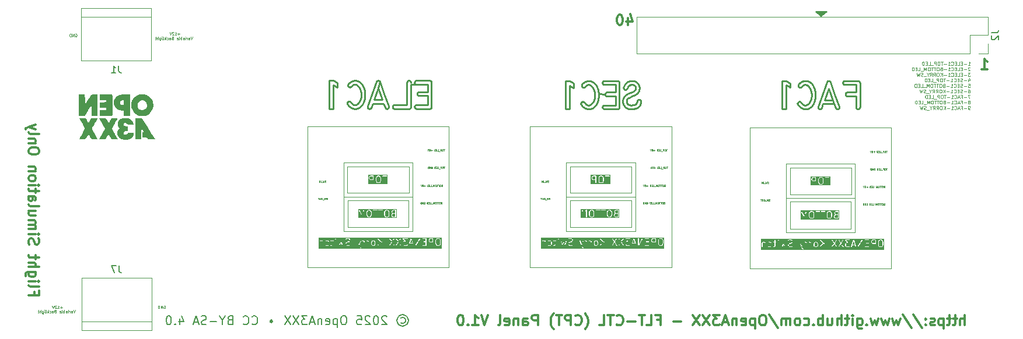
<source format=gbr>
%TF.GenerationSoftware,KiCad,Pcbnew,9.0.2*%
%TF.CreationDate,2025-06-30T20:10:24+02:00*%
%TF.ProjectId,fl-ctl,666c2d63-746c-42e6-9b69-6361645f7063,rev?*%
%TF.SameCoordinates,Original*%
%TF.FileFunction,Legend,Bot*%
%TF.FilePolarity,Positive*%
%FSLAX46Y46*%
G04 Gerber Fmt 4.6, Leading zero omitted, Abs format (unit mm)*
G04 Created by KiCad (PCBNEW 9.0.2) date 2025-06-30 20:10:24*
%MOMM*%
%LPD*%
G01*
G04 APERTURE LIST*
%ADD10C,0.300000*%
%ADD11C,0.200000*%
%ADD12C,0.062500*%
%ADD13C,0.280000*%
%ADD14C,0.158750*%
%ADD15C,0.125000*%
%ADD16C,0.150000*%
%ADD17C,0.100000*%
%ADD18C,0.120000*%
%ADD19C,0.000000*%
%ADD20R,3.000000X3.000000*%
%ADD21C,3.000000*%
%ADD22R,1.700000X1.700000*%
%ADD23C,1.700000*%
%ADD24R,1.500000X1.500000*%
G04 APERTURE END LIST*
D10*
X165052632Y-78600828D02*
X165052632Y-79600828D01*
X165409774Y-78029400D02*
X165766917Y-79100828D01*
X165766917Y-79100828D02*
X164838346Y-79100828D01*
X163981203Y-78100828D02*
X163838346Y-78100828D01*
X163838346Y-78100828D02*
X163695489Y-78172257D01*
X163695489Y-78172257D02*
X163624061Y-78243685D01*
X163624061Y-78243685D02*
X163552632Y-78386542D01*
X163552632Y-78386542D02*
X163481203Y-78672257D01*
X163481203Y-78672257D02*
X163481203Y-79029400D01*
X163481203Y-79029400D02*
X163552632Y-79315114D01*
X163552632Y-79315114D02*
X163624061Y-79457971D01*
X163624061Y-79457971D02*
X163695489Y-79529400D01*
X163695489Y-79529400D02*
X163838346Y-79600828D01*
X163838346Y-79600828D02*
X163981203Y-79600828D01*
X163981203Y-79600828D02*
X164124061Y-79529400D01*
X164124061Y-79529400D02*
X164195489Y-79457971D01*
X164195489Y-79457971D02*
X164266918Y-79315114D01*
X164266918Y-79315114D02*
X164338346Y-79029400D01*
X164338346Y-79029400D02*
X164338346Y-78672257D01*
X164338346Y-78672257D02*
X164266918Y-78386542D01*
X164266918Y-78386542D02*
X164195489Y-78243685D01*
X164195489Y-78243685D02*
X164124061Y-78172257D01*
X164124061Y-78172257D02*
X163981203Y-78100828D01*
D11*
X193125000Y-78375000D02*
X192325000Y-77675000D01*
X193925000Y-77675000D01*
X193125000Y-78375000D01*
G36*
X193125000Y-78375000D02*
G01*
X192325000Y-77675000D01*
X193925000Y-77675000D01*
X193125000Y-78375000D01*
G37*
D10*
X213945489Y-123250828D02*
X213945489Y-121750828D01*
X213302632Y-123250828D02*
X213302632Y-122465114D01*
X213302632Y-122465114D02*
X213374060Y-122322257D01*
X213374060Y-122322257D02*
X213516917Y-122250828D01*
X213516917Y-122250828D02*
X213731203Y-122250828D01*
X213731203Y-122250828D02*
X213874060Y-122322257D01*
X213874060Y-122322257D02*
X213945489Y-122393685D01*
X212802631Y-122250828D02*
X212231203Y-122250828D01*
X212588346Y-121750828D02*
X212588346Y-123036542D01*
X212588346Y-123036542D02*
X212516917Y-123179400D01*
X212516917Y-123179400D02*
X212374060Y-123250828D01*
X212374060Y-123250828D02*
X212231203Y-123250828D01*
X211945488Y-122250828D02*
X211374060Y-122250828D01*
X211731203Y-121750828D02*
X211731203Y-123036542D01*
X211731203Y-123036542D02*
X211659774Y-123179400D01*
X211659774Y-123179400D02*
X211516917Y-123250828D01*
X211516917Y-123250828D02*
X211374060Y-123250828D01*
X210874060Y-122250828D02*
X210874060Y-123750828D01*
X210874060Y-122322257D02*
X210731203Y-122250828D01*
X210731203Y-122250828D02*
X210445488Y-122250828D01*
X210445488Y-122250828D02*
X210302631Y-122322257D01*
X210302631Y-122322257D02*
X210231203Y-122393685D01*
X210231203Y-122393685D02*
X210159774Y-122536542D01*
X210159774Y-122536542D02*
X210159774Y-122965114D01*
X210159774Y-122965114D02*
X210231203Y-123107971D01*
X210231203Y-123107971D02*
X210302631Y-123179400D01*
X210302631Y-123179400D02*
X210445488Y-123250828D01*
X210445488Y-123250828D02*
X210731203Y-123250828D01*
X210731203Y-123250828D02*
X210874060Y-123179400D01*
X209588345Y-123179400D02*
X209445488Y-123250828D01*
X209445488Y-123250828D02*
X209159774Y-123250828D01*
X209159774Y-123250828D02*
X209016917Y-123179400D01*
X209016917Y-123179400D02*
X208945488Y-123036542D01*
X208945488Y-123036542D02*
X208945488Y-122965114D01*
X208945488Y-122965114D02*
X209016917Y-122822257D01*
X209016917Y-122822257D02*
X209159774Y-122750828D01*
X209159774Y-122750828D02*
X209374060Y-122750828D01*
X209374060Y-122750828D02*
X209516917Y-122679400D01*
X209516917Y-122679400D02*
X209588345Y-122536542D01*
X209588345Y-122536542D02*
X209588345Y-122465114D01*
X209588345Y-122465114D02*
X209516917Y-122322257D01*
X209516917Y-122322257D02*
X209374060Y-122250828D01*
X209374060Y-122250828D02*
X209159774Y-122250828D01*
X209159774Y-122250828D02*
X209016917Y-122322257D01*
X208302631Y-123107971D02*
X208231202Y-123179400D01*
X208231202Y-123179400D02*
X208302631Y-123250828D01*
X208302631Y-123250828D02*
X208374059Y-123179400D01*
X208374059Y-123179400D02*
X208302631Y-123107971D01*
X208302631Y-123107971D02*
X208302631Y-123250828D01*
X208302631Y-122322257D02*
X208231202Y-122393685D01*
X208231202Y-122393685D02*
X208302631Y-122465114D01*
X208302631Y-122465114D02*
X208374059Y-122393685D01*
X208374059Y-122393685D02*
X208302631Y-122322257D01*
X208302631Y-122322257D02*
X208302631Y-122465114D01*
X206516916Y-121679400D02*
X207802630Y-123607971D01*
X204945487Y-121679400D02*
X206231201Y-123607971D01*
X204588344Y-122250828D02*
X204302630Y-123250828D01*
X204302630Y-123250828D02*
X204016915Y-122536542D01*
X204016915Y-122536542D02*
X203731201Y-123250828D01*
X203731201Y-123250828D02*
X203445487Y-122250828D01*
X203016915Y-122250828D02*
X202731201Y-123250828D01*
X202731201Y-123250828D02*
X202445486Y-122536542D01*
X202445486Y-122536542D02*
X202159772Y-123250828D01*
X202159772Y-123250828D02*
X201874058Y-122250828D01*
X201445486Y-122250828D02*
X201159772Y-123250828D01*
X201159772Y-123250828D02*
X200874057Y-122536542D01*
X200874057Y-122536542D02*
X200588343Y-123250828D01*
X200588343Y-123250828D02*
X200302629Y-122250828D01*
X199731200Y-123107971D02*
X199659771Y-123179400D01*
X199659771Y-123179400D02*
X199731200Y-123250828D01*
X199731200Y-123250828D02*
X199802628Y-123179400D01*
X199802628Y-123179400D02*
X199731200Y-123107971D01*
X199731200Y-123107971D02*
X199731200Y-123250828D01*
X198374057Y-122250828D02*
X198374057Y-123465114D01*
X198374057Y-123465114D02*
X198445485Y-123607971D01*
X198445485Y-123607971D02*
X198516914Y-123679400D01*
X198516914Y-123679400D02*
X198659771Y-123750828D01*
X198659771Y-123750828D02*
X198874057Y-123750828D01*
X198874057Y-123750828D02*
X199016914Y-123679400D01*
X198374057Y-123179400D02*
X198516914Y-123250828D01*
X198516914Y-123250828D02*
X198802628Y-123250828D01*
X198802628Y-123250828D02*
X198945485Y-123179400D01*
X198945485Y-123179400D02*
X199016914Y-123107971D01*
X199016914Y-123107971D02*
X199088342Y-122965114D01*
X199088342Y-122965114D02*
X199088342Y-122536542D01*
X199088342Y-122536542D02*
X199016914Y-122393685D01*
X199016914Y-122393685D02*
X198945485Y-122322257D01*
X198945485Y-122322257D02*
X198802628Y-122250828D01*
X198802628Y-122250828D02*
X198516914Y-122250828D01*
X198516914Y-122250828D02*
X198374057Y-122322257D01*
X197659771Y-123250828D02*
X197659771Y-122250828D01*
X197659771Y-121750828D02*
X197731199Y-121822257D01*
X197731199Y-121822257D02*
X197659771Y-121893685D01*
X197659771Y-121893685D02*
X197588342Y-121822257D01*
X197588342Y-121822257D02*
X197659771Y-121750828D01*
X197659771Y-121750828D02*
X197659771Y-121893685D01*
X197159770Y-122250828D02*
X196588342Y-122250828D01*
X196945485Y-121750828D02*
X196945485Y-123036542D01*
X196945485Y-123036542D02*
X196874056Y-123179400D01*
X196874056Y-123179400D02*
X196731199Y-123250828D01*
X196731199Y-123250828D02*
X196588342Y-123250828D01*
X196088342Y-123250828D02*
X196088342Y-121750828D01*
X195445485Y-123250828D02*
X195445485Y-122465114D01*
X195445485Y-122465114D02*
X195516913Y-122322257D01*
X195516913Y-122322257D02*
X195659770Y-122250828D01*
X195659770Y-122250828D02*
X195874056Y-122250828D01*
X195874056Y-122250828D02*
X196016913Y-122322257D01*
X196016913Y-122322257D02*
X196088342Y-122393685D01*
X194088342Y-122250828D02*
X194088342Y-123250828D01*
X194731199Y-122250828D02*
X194731199Y-123036542D01*
X194731199Y-123036542D02*
X194659770Y-123179400D01*
X194659770Y-123179400D02*
X194516913Y-123250828D01*
X194516913Y-123250828D02*
X194302627Y-123250828D01*
X194302627Y-123250828D02*
X194159770Y-123179400D01*
X194159770Y-123179400D02*
X194088342Y-123107971D01*
X193374056Y-123250828D02*
X193374056Y-121750828D01*
X193374056Y-122322257D02*
X193231199Y-122250828D01*
X193231199Y-122250828D02*
X192945484Y-122250828D01*
X192945484Y-122250828D02*
X192802627Y-122322257D01*
X192802627Y-122322257D02*
X192731199Y-122393685D01*
X192731199Y-122393685D02*
X192659770Y-122536542D01*
X192659770Y-122536542D02*
X192659770Y-122965114D01*
X192659770Y-122965114D02*
X192731199Y-123107971D01*
X192731199Y-123107971D02*
X192802627Y-123179400D01*
X192802627Y-123179400D02*
X192945484Y-123250828D01*
X192945484Y-123250828D02*
X193231199Y-123250828D01*
X193231199Y-123250828D02*
X193374056Y-123179400D01*
X192016913Y-123107971D02*
X191945484Y-123179400D01*
X191945484Y-123179400D02*
X192016913Y-123250828D01*
X192016913Y-123250828D02*
X192088341Y-123179400D01*
X192088341Y-123179400D02*
X192016913Y-123107971D01*
X192016913Y-123107971D02*
X192016913Y-123250828D01*
X190659770Y-123179400D02*
X190802627Y-123250828D01*
X190802627Y-123250828D02*
X191088341Y-123250828D01*
X191088341Y-123250828D02*
X191231198Y-123179400D01*
X191231198Y-123179400D02*
X191302627Y-123107971D01*
X191302627Y-123107971D02*
X191374055Y-122965114D01*
X191374055Y-122965114D02*
X191374055Y-122536542D01*
X191374055Y-122536542D02*
X191302627Y-122393685D01*
X191302627Y-122393685D02*
X191231198Y-122322257D01*
X191231198Y-122322257D02*
X191088341Y-122250828D01*
X191088341Y-122250828D02*
X190802627Y-122250828D01*
X190802627Y-122250828D02*
X190659770Y-122322257D01*
X189802627Y-123250828D02*
X189945484Y-123179400D01*
X189945484Y-123179400D02*
X190016913Y-123107971D01*
X190016913Y-123107971D02*
X190088341Y-122965114D01*
X190088341Y-122965114D02*
X190088341Y-122536542D01*
X190088341Y-122536542D02*
X190016913Y-122393685D01*
X190016913Y-122393685D02*
X189945484Y-122322257D01*
X189945484Y-122322257D02*
X189802627Y-122250828D01*
X189802627Y-122250828D02*
X189588341Y-122250828D01*
X189588341Y-122250828D02*
X189445484Y-122322257D01*
X189445484Y-122322257D02*
X189374056Y-122393685D01*
X189374056Y-122393685D02*
X189302627Y-122536542D01*
X189302627Y-122536542D02*
X189302627Y-122965114D01*
X189302627Y-122965114D02*
X189374056Y-123107971D01*
X189374056Y-123107971D02*
X189445484Y-123179400D01*
X189445484Y-123179400D02*
X189588341Y-123250828D01*
X189588341Y-123250828D02*
X189802627Y-123250828D01*
X188659770Y-123250828D02*
X188659770Y-122250828D01*
X188659770Y-122393685D02*
X188588341Y-122322257D01*
X188588341Y-122322257D02*
X188445484Y-122250828D01*
X188445484Y-122250828D02*
X188231198Y-122250828D01*
X188231198Y-122250828D02*
X188088341Y-122322257D01*
X188088341Y-122322257D02*
X188016913Y-122465114D01*
X188016913Y-122465114D02*
X188016913Y-123250828D01*
X188016913Y-122465114D02*
X187945484Y-122322257D01*
X187945484Y-122322257D02*
X187802627Y-122250828D01*
X187802627Y-122250828D02*
X187588341Y-122250828D01*
X187588341Y-122250828D02*
X187445484Y-122322257D01*
X187445484Y-122322257D02*
X187374055Y-122465114D01*
X187374055Y-122465114D02*
X187374055Y-123250828D01*
X185588341Y-121679400D02*
X186874055Y-123607971D01*
X184802626Y-121750828D02*
X184516912Y-121750828D01*
X184516912Y-121750828D02*
X184374055Y-121822257D01*
X184374055Y-121822257D02*
X184231198Y-121965114D01*
X184231198Y-121965114D02*
X184159769Y-122250828D01*
X184159769Y-122250828D02*
X184159769Y-122750828D01*
X184159769Y-122750828D02*
X184231198Y-123036542D01*
X184231198Y-123036542D02*
X184374055Y-123179400D01*
X184374055Y-123179400D02*
X184516912Y-123250828D01*
X184516912Y-123250828D02*
X184802626Y-123250828D01*
X184802626Y-123250828D02*
X184945484Y-123179400D01*
X184945484Y-123179400D02*
X185088341Y-123036542D01*
X185088341Y-123036542D02*
X185159769Y-122750828D01*
X185159769Y-122750828D02*
X185159769Y-122250828D01*
X185159769Y-122250828D02*
X185088341Y-121965114D01*
X185088341Y-121965114D02*
X184945484Y-121822257D01*
X184945484Y-121822257D02*
X184802626Y-121750828D01*
X183516912Y-122250828D02*
X183516912Y-123750828D01*
X183516912Y-122322257D02*
X183374055Y-122250828D01*
X183374055Y-122250828D02*
X183088340Y-122250828D01*
X183088340Y-122250828D02*
X182945483Y-122322257D01*
X182945483Y-122322257D02*
X182874055Y-122393685D01*
X182874055Y-122393685D02*
X182802626Y-122536542D01*
X182802626Y-122536542D02*
X182802626Y-122965114D01*
X182802626Y-122965114D02*
X182874055Y-123107971D01*
X182874055Y-123107971D02*
X182945483Y-123179400D01*
X182945483Y-123179400D02*
X183088340Y-123250828D01*
X183088340Y-123250828D02*
X183374055Y-123250828D01*
X183374055Y-123250828D02*
X183516912Y-123179400D01*
X181588340Y-123179400D02*
X181731197Y-123250828D01*
X181731197Y-123250828D02*
X182016912Y-123250828D01*
X182016912Y-123250828D02*
X182159769Y-123179400D01*
X182159769Y-123179400D02*
X182231197Y-123036542D01*
X182231197Y-123036542D02*
X182231197Y-122465114D01*
X182231197Y-122465114D02*
X182159769Y-122322257D01*
X182159769Y-122322257D02*
X182016912Y-122250828D01*
X182016912Y-122250828D02*
X181731197Y-122250828D01*
X181731197Y-122250828D02*
X181588340Y-122322257D01*
X181588340Y-122322257D02*
X181516912Y-122465114D01*
X181516912Y-122465114D02*
X181516912Y-122607971D01*
X181516912Y-122607971D02*
X182231197Y-122750828D01*
X180874055Y-122250828D02*
X180874055Y-123250828D01*
X180874055Y-122393685D02*
X180802626Y-122322257D01*
X180802626Y-122322257D02*
X180659769Y-122250828D01*
X180659769Y-122250828D02*
X180445483Y-122250828D01*
X180445483Y-122250828D02*
X180302626Y-122322257D01*
X180302626Y-122322257D02*
X180231198Y-122465114D01*
X180231198Y-122465114D02*
X180231198Y-123250828D01*
X179588340Y-122822257D02*
X178874055Y-122822257D01*
X179731197Y-123250828D02*
X179231197Y-121750828D01*
X179231197Y-121750828D02*
X178731197Y-123250828D01*
X178374055Y-121750828D02*
X177445483Y-121750828D01*
X177445483Y-121750828D02*
X177945483Y-122322257D01*
X177945483Y-122322257D02*
X177731198Y-122322257D01*
X177731198Y-122322257D02*
X177588341Y-122393685D01*
X177588341Y-122393685D02*
X177516912Y-122465114D01*
X177516912Y-122465114D02*
X177445483Y-122607971D01*
X177445483Y-122607971D02*
X177445483Y-122965114D01*
X177445483Y-122965114D02*
X177516912Y-123107971D01*
X177516912Y-123107971D02*
X177588341Y-123179400D01*
X177588341Y-123179400D02*
X177731198Y-123250828D01*
X177731198Y-123250828D02*
X178159769Y-123250828D01*
X178159769Y-123250828D02*
X178302626Y-123179400D01*
X178302626Y-123179400D02*
X178374055Y-123107971D01*
X176945484Y-121750828D02*
X175945484Y-123250828D01*
X175945484Y-121750828D02*
X176945484Y-123250828D01*
X175516913Y-121750828D02*
X174516913Y-123250828D01*
X174516913Y-121750828D02*
X175516913Y-123250828D01*
X172802628Y-122679400D02*
X171659771Y-122679400D01*
X169302628Y-122465114D02*
X169802628Y-122465114D01*
X169802628Y-123250828D02*
X169802628Y-121750828D01*
X169802628Y-121750828D02*
X169088342Y-121750828D01*
X167802628Y-123250828D02*
X168516914Y-123250828D01*
X168516914Y-123250828D02*
X168516914Y-121750828D01*
X167516913Y-121750828D02*
X166659771Y-121750828D01*
X167088342Y-123250828D02*
X167088342Y-121750828D01*
X166159771Y-122679400D02*
X165016914Y-122679400D01*
X163445485Y-123107971D02*
X163516913Y-123179400D01*
X163516913Y-123179400D02*
X163731199Y-123250828D01*
X163731199Y-123250828D02*
X163874056Y-123250828D01*
X163874056Y-123250828D02*
X164088342Y-123179400D01*
X164088342Y-123179400D02*
X164231199Y-123036542D01*
X164231199Y-123036542D02*
X164302628Y-122893685D01*
X164302628Y-122893685D02*
X164374056Y-122607971D01*
X164374056Y-122607971D02*
X164374056Y-122393685D01*
X164374056Y-122393685D02*
X164302628Y-122107971D01*
X164302628Y-122107971D02*
X164231199Y-121965114D01*
X164231199Y-121965114D02*
X164088342Y-121822257D01*
X164088342Y-121822257D02*
X163874056Y-121750828D01*
X163874056Y-121750828D02*
X163731199Y-121750828D01*
X163731199Y-121750828D02*
X163516913Y-121822257D01*
X163516913Y-121822257D02*
X163445485Y-121893685D01*
X163016913Y-121750828D02*
X162159771Y-121750828D01*
X162588342Y-123250828D02*
X162588342Y-121750828D01*
X160945485Y-123250828D02*
X161659771Y-123250828D01*
X161659771Y-123250828D02*
X161659771Y-121750828D01*
X158874056Y-123822257D02*
X158945485Y-123750828D01*
X158945485Y-123750828D02*
X159088342Y-123536542D01*
X159088342Y-123536542D02*
X159159771Y-123393685D01*
X159159771Y-123393685D02*
X159231199Y-123179400D01*
X159231199Y-123179400D02*
X159302628Y-122822257D01*
X159302628Y-122822257D02*
X159302628Y-122536542D01*
X159302628Y-122536542D02*
X159231199Y-122179400D01*
X159231199Y-122179400D02*
X159159771Y-121965114D01*
X159159771Y-121965114D02*
X159088342Y-121822257D01*
X159088342Y-121822257D02*
X158945485Y-121607971D01*
X158945485Y-121607971D02*
X158874056Y-121536542D01*
X157445485Y-123107971D02*
X157516913Y-123179400D01*
X157516913Y-123179400D02*
X157731199Y-123250828D01*
X157731199Y-123250828D02*
X157874056Y-123250828D01*
X157874056Y-123250828D02*
X158088342Y-123179400D01*
X158088342Y-123179400D02*
X158231199Y-123036542D01*
X158231199Y-123036542D02*
X158302628Y-122893685D01*
X158302628Y-122893685D02*
X158374056Y-122607971D01*
X158374056Y-122607971D02*
X158374056Y-122393685D01*
X158374056Y-122393685D02*
X158302628Y-122107971D01*
X158302628Y-122107971D02*
X158231199Y-121965114D01*
X158231199Y-121965114D02*
X158088342Y-121822257D01*
X158088342Y-121822257D02*
X157874056Y-121750828D01*
X157874056Y-121750828D02*
X157731199Y-121750828D01*
X157731199Y-121750828D02*
X157516913Y-121822257D01*
X157516913Y-121822257D02*
X157445485Y-121893685D01*
X156802628Y-123250828D02*
X156802628Y-121750828D01*
X156802628Y-121750828D02*
X156231199Y-121750828D01*
X156231199Y-121750828D02*
X156088342Y-121822257D01*
X156088342Y-121822257D02*
X156016913Y-121893685D01*
X156016913Y-121893685D02*
X155945485Y-122036542D01*
X155945485Y-122036542D02*
X155945485Y-122250828D01*
X155945485Y-122250828D02*
X156016913Y-122393685D01*
X156016913Y-122393685D02*
X156088342Y-122465114D01*
X156088342Y-122465114D02*
X156231199Y-122536542D01*
X156231199Y-122536542D02*
X156802628Y-122536542D01*
X155516913Y-121750828D02*
X154659771Y-121750828D01*
X155088342Y-123250828D02*
X155088342Y-121750828D01*
X154302628Y-123822257D02*
X154231199Y-123750828D01*
X154231199Y-123750828D02*
X154088342Y-123536542D01*
X154088342Y-123536542D02*
X154016914Y-123393685D01*
X154016914Y-123393685D02*
X153945485Y-123179400D01*
X153945485Y-123179400D02*
X153874056Y-122822257D01*
X153874056Y-122822257D02*
X153874056Y-122536542D01*
X153874056Y-122536542D02*
X153945485Y-122179400D01*
X153945485Y-122179400D02*
X154016914Y-121965114D01*
X154016914Y-121965114D02*
X154088342Y-121822257D01*
X154088342Y-121822257D02*
X154231199Y-121607971D01*
X154231199Y-121607971D02*
X154302628Y-121536542D01*
X152016914Y-123250828D02*
X152016914Y-121750828D01*
X152016914Y-121750828D02*
X151445485Y-121750828D01*
X151445485Y-121750828D02*
X151302628Y-121822257D01*
X151302628Y-121822257D02*
X151231199Y-121893685D01*
X151231199Y-121893685D02*
X151159771Y-122036542D01*
X151159771Y-122036542D02*
X151159771Y-122250828D01*
X151159771Y-122250828D02*
X151231199Y-122393685D01*
X151231199Y-122393685D02*
X151302628Y-122465114D01*
X151302628Y-122465114D02*
X151445485Y-122536542D01*
X151445485Y-122536542D02*
X152016914Y-122536542D01*
X149874057Y-123250828D02*
X149874057Y-122465114D01*
X149874057Y-122465114D02*
X149945485Y-122322257D01*
X149945485Y-122322257D02*
X150088342Y-122250828D01*
X150088342Y-122250828D02*
X150374057Y-122250828D01*
X150374057Y-122250828D02*
X150516914Y-122322257D01*
X149874057Y-123179400D02*
X150016914Y-123250828D01*
X150016914Y-123250828D02*
X150374057Y-123250828D01*
X150374057Y-123250828D02*
X150516914Y-123179400D01*
X150516914Y-123179400D02*
X150588342Y-123036542D01*
X150588342Y-123036542D02*
X150588342Y-122893685D01*
X150588342Y-122893685D02*
X150516914Y-122750828D01*
X150516914Y-122750828D02*
X150374057Y-122679400D01*
X150374057Y-122679400D02*
X150016914Y-122679400D01*
X150016914Y-122679400D02*
X149874057Y-122607971D01*
X149159771Y-122250828D02*
X149159771Y-123250828D01*
X149159771Y-122393685D02*
X149088342Y-122322257D01*
X149088342Y-122322257D02*
X148945485Y-122250828D01*
X148945485Y-122250828D02*
X148731199Y-122250828D01*
X148731199Y-122250828D02*
X148588342Y-122322257D01*
X148588342Y-122322257D02*
X148516914Y-122465114D01*
X148516914Y-122465114D02*
X148516914Y-123250828D01*
X147231199Y-123179400D02*
X147374056Y-123250828D01*
X147374056Y-123250828D02*
X147659771Y-123250828D01*
X147659771Y-123250828D02*
X147802628Y-123179400D01*
X147802628Y-123179400D02*
X147874056Y-123036542D01*
X147874056Y-123036542D02*
X147874056Y-122465114D01*
X147874056Y-122465114D02*
X147802628Y-122322257D01*
X147802628Y-122322257D02*
X147659771Y-122250828D01*
X147659771Y-122250828D02*
X147374056Y-122250828D01*
X147374056Y-122250828D02*
X147231199Y-122322257D01*
X147231199Y-122322257D02*
X147159771Y-122465114D01*
X147159771Y-122465114D02*
X147159771Y-122607971D01*
X147159771Y-122607971D02*
X147874056Y-122750828D01*
X146302628Y-123250828D02*
X146445485Y-123179400D01*
X146445485Y-123179400D02*
X146516914Y-123036542D01*
X146516914Y-123036542D02*
X146516914Y-121750828D01*
X144802628Y-121750828D02*
X144302628Y-123250828D01*
X144302628Y-123250828D02*
X143802628Y-121750828D01*
X142516914Y-123250828D02*
X143374057Y-123250828D01*
X142945486Y-123250828D02*
X142945486Y-121750828D01*
X142945486Y-121750828D02*
X143088343Y-121965114D01*
X143088343Y-121965114D02*
X143231200Y-122107971D01*
X143231200Y-122107971D02*
X143374057Y-122179400D01*
X141874058Y-123107971D02*
X141802629Y-123179400D01*
X141802629Y-123179400D02*
X141874058Y-123250828D01*
X141874058Y-123250828D02*
X141945486Y-123179400D01*
X141945486Y-123179400D02*
X141874058Y-123107971D01*
X141874058Y-123107971D02*
X141874058Y-123250828D01*
X140874057Y-121750828D02*
X140731200Y-121750828D01*
X140731200Y-121750828D02*
X140588343Y-121822257D01*
X140588343Y-121822257D02*
X140516915Y-121893685D01*
X140516915Y-121893685D02*
X140445486Y-122036542D01*
X140445486Y-122036542D02*
X140374057Y-122322257D01*
X140374057Y-122322257D02*
X140374057Y-122679400D01*
X140374057Y-122679400D02*
X140445486Y-122965114D01*
X140445486Y-122965114D02*
X140516915Y-123107971D01*
X140516915Y-123107971D02*
X140588343Y-123179400D01*
X140588343Y-123179400D02*
X140731200Y-123250828D01*
X140731200Y-123250828D02*
X140874057Y-123250828D01*
X140874057Y-123250828D02*
X141016915Y-123179400D01*
X141016915Y-123179400D02*
X141088343Y-123107971D01*
X141088343Y-123107971D02*
X141159772Y-122965114D01*
X141159772Y-122965114D02*
X141231200Y-122679400D01*
X141231200Y-122679400D02*
X141231200Y-122322257D01*
X141231200Y-122322257D02*
X141159772Y-122036542D01*
X141159772Y-122036542D02*
X141088343Y-121893685D01*
X141088343Y-121893685D02*
X141016915Y-121822257D01*
X141016915Y-121822257D02*
X140874057Y-121750828D01*
D12*
X97754762Y-120400845D02*
X97792857Y-120381797D01*
X97792857Y-120381797D02*
X97850000Y-120381797D01*
X97850000Y-120381797D02*
X97907143Y-120400845D01*
X97907143Y-120400845D02*
X97945238Y-120438940D01*
X97945238Y-120438940D02*
X97964285Y-120477035D01*
X97964285Y-120477035D02*
X97983333Y-120553226D01*
X97983333Y-120553226D02*
X97983333Y-120610369D01*
X97983333Y-120610369D02*
X97964285Y-120686559D01*
X97964285Y-120686559D02*
X97945238Y-120724654D01*
X97945238Y-120724654D02*
X97907143Y-120762750D01*
X97907143Y-120762750D02*
X97850000Y-120781797D01*
X97850000Y-120781797D02*
X97811904Y-120781797D01*
X97811904Y-120781797D02*
X97754762Y-120762750D01*
X97754762Y-120762750D02*
X97735714Y-120743702D01*
X97735714Y-120743702D02*
X97735714Y-120610369D01*
X97735714Y-120610369D02*
X97811904Y-120610369D01*
X97564285Y-120781797D02*
X97564285Y-120381797D01*
X97564285Y-120381797D02*
X97335714Y-120781797D01*
X97335714Y-120781797D02*
X97335714Y-120381797D01*
X97145237Y-120781797D02*
X97145237Y-120381797D01*
X97145237Y-120381797D02*
X97049999Y-120381797D01*
X97049999Y-120381797D02*
X96992856Y-120400845D01*
X96992856Y-120400845D02*
X96954761Y-120438940D01*
X96954761Y-120438940D02*
X96935714Y-120477035D01*
X96935714Y-120477035D02*
X96916666Y-120553226D01*
X96916666Y-120553226D02*
X96916666Y-120610369D01*
X96916666Y-120610369D02*
X96935714Y-120686559D01*
X96935714Y-120686559D02*
X96954761Y-120724654D01*
X96954761Y-120724654D02*
X96992856Y-120762750D01*
X96992856Y-120762750D02*
X97049999Y-120781797D01*
X97049999Y-120781797D02*
X97145237Y-120781797D01*
X83032141Y-120632427D02*
X82727380Y-120632427D01*
X82879760Y-120784808D02*
X82879760Y-120480046D01*
X82327380Y-120784808D02*
X82555951Y-120784808D01*
X82441665Y-120784808D02*
X82441665Y-120384808D01*
X82441665Y-120384808D02*
X82479761Y-120441951D01*
X82479761Y-120441951D02*
X82517856Y-120480046D01*
X82517856Y-120480046D02*
X82555951Y-120499094D01*
X82174999Y-120422903D02*
X82155951Y-120403856D01*
X82155951Y-120403856D02*
X82117856Y-120384808D01*
X82117856Y-120384808D02*
X82022618Y-120384808D01*
X82022618Y-120384808D02*
X81984523Y-120403856D01*
X81984523Y-120403856D02*
X81965475Y-120422903D01*
X81965475Y-120422903D02*
X81946428Y-120460999D01*
X81946428Y-120460999D02*
X81946428Y-120499094D01*
X81946428Y-120499094D02*
X81965475Y-120556237D01*
X81965475Y-120556237D02*
X82194047Y-120784808D01*
X82194047Y-120784808D02*
X81946428Y-120784808D01*
X81832142Y-120384808D02*
X81698809Y-120784808D01*
X81698809Y-120784808D02*
X81565476Y-120384808D01*
X84889285Y-121028786D02*
X84755952Y-121428786D01*
X84755952Y-121428786D02*
X84622619Y-121028786D01*
X84317857Y-121428786D02*
X84317857Y-121219262D01*
X84317857Y-121219262D02*
X84336904Y-121181167D01*
X84336904Y-121181167D02*
X84375000Y-121162119D01*
X84375000Y-121162119D02*
X84451190Y-121162119D01*
X84451190Y-121162119D02*
X84489285Y-121181167D01*
X84317857Y-121409739D02*
X84355952Y-121428786D01*
X84355952Y-121428786D02*
X84451190Y-121428786D01*
X84451190Y-121428786D02*
X84489285Y-121409739D01*
X84489285Y-121409739D02*
X84508333Y-121371643D01*
X84508333Y-121371643D02*
X84508333Y-121333548D01*
X84508333Y-121333548D02*
X84489285Y-121295453D01*
X84489285Y-121295453D02*
X84451190Y-121276405D01*
X84451190Y-121276405D02*
X84355952Y-121276405D01*
X84355952Y-121276405D02*
X84317857Y-121257358D01*
X84127380Y-121428786D02*
X84127380Y-121162119D01*
X84127380Y-121238310D02*
X84108333Y-121200215D01*
X84108333Y-121200215D02*
X84089285Y-121181167D01*
X84089285Y-121181167D02*
X84051190Y-121162119D01*
X84051190Y-121162119D02*
X84013095Y-121162119D01*
X83879761Y-121428786D02*
X83879761Y-121162119D01*
X83879761Y-121028786D02*
X83898809Y-121047834D01*
X83898809Y-121047834D02*
X83879761Y-121066881D01*
X83879761Y-121066881D02*
X83860714Y-121047834D01*
X83860714Y-121047834D02*
X83879761Y-121028786D01*
X83879761Y-121028786D02*
X83879761Y-121066881D01*
X83517857Y-121428786D02*
X83517857Y-121219262D01*
X83517857Y-121219262D02*
X83536904Y-121181167D01*
X83536904Y-121181167D02*
X83575000Y-121162119D01*
X83575000Y-121162119D02*
X83651190Y-121162119D01*
X83651190Y-121162119D02*
X83689285Y-121181167D01*
X83517857Y-121409739D02*
X83555952Y-121428786D01*
X83555952Y-121428786D02*
X83651190Y-121428786D01*
X83651190Y-121428786D02*
X83689285Y-121409739D01*
X83689285Y-121409739D02*
X83708333Y-121371643D01*
X83708333Y-121371643D02*
X83708333Y-121333548D01*
X83708333Y-121333548D02*
X83689285Y-121295453D01*
X83689285Y-121295453D02*
X83651190Y-121276405D01*
X83651190Y-121276405D02*
X83555952Y-121276405D01*
X83555952Y-121276405D02*
X83517857Y-121257358D01*
X83327380Y-121428786D02*
X83327380Y-121028786D01*
X83327380Y-121181167D02*
X83289285Y-121162119D01*
X83289285Y-121162119D02*
X83213095Y-121162119D01*
X83213095Y-121162119D02*
X83174999Y-121181167D01*
X83174999Y-121181167D02*
X83155952Y-121200215D01*
X83155952Y-121200215D02*
X83136904Y-121238310D01*
X83136904Y-121238310D02*
X83136904Y-121352596D01*
X83136904Y-121352596D02*
X83155952Y-121390691D01*
X83155952Y-121390691D02*
X83174999Y-121409739D01*
X83174999Y-121409739D02*
X83213095Y-121428786D01*
X83213095Y-121428786D02*
X83289285Y-121428786D01*
X83289285Y-121428786D02*
X83327380Y-121409739D01*
X82908333Y-121428786D02*
X82946428Y-121409739D01*
X82946428Y-121409739D02*
X82965475Y-121371643D01*
X82965475Y-121371643D02*
X82965475Y-121028786D01*
X82603570Y-121409739D02*
X82641666Y-121428786D01*
X82641666Y-121428786D02*
X82717856Y-121428786D01*
X82717856Y-121428786D02*
X82755951Y-121409739D01*
X82755951Y-121409739D02*
X82774999Y-121371643D01*
X82774999Y-121371643D02*
X82774999Y-121219262D01*
X82774999Y-121219262D02*
X82755951Y-121181167D01*
X82755951Y-121181167D02*
X82717856Y-121162119D01*
X82717856Y-121162119D02*
X82641666Y-121162119D01*
X82641666Y-121162119D02*
X82603570Y-121181167D01*
X82603570Y-121181167D02*
X82584523Y-121219262D01*
X82584523Y-121219262D02*
X82584523Y-121257358D01*
X82584523Y-121257358D02*
X82774999Y-121295453D01*
X81974999Y-121219262D02*
X81917856Y-121238310D01*
X81917856Y-121238310D02*
X81898809Y-121257358D01*
X81898809Y-121257358D02*
X81879761Y-121295453D01*
X81879761Y-121295453D02*
X81879761Y-121352596D01*
X81879761Y-121352596D02*
X81898809Y-121390691D01*
X81898809Y-121390691D02*
X81917856Y-121409739D01*
X81917856Y-121409739D02*
X81955951Y-121428786D01*
X81955951Y-121428786D02*
X82108332Y-121428786D01*
X82108332Y-121428786D02*
X82108332Y-121028786D01*
X82108332Y-121028786D02*
X81974999Y-121028786D01*
X81974999Y-121028786D02*
X81936904Y-121047834D01*
X81936904Y-121047834D02*
X81917856Y-121066881D01*
X81917856Y-121066881D02*
X81898809Y-121104977D01*
X81898809Y-121104977D02*
X81898809Y-121143072D01*
X81898809Y-121143072D02*
X81917856Y-121181167D01*
X81917856Y-121181167D02*
X81936904Y-121200215D01*
X81936904Y-121200215D02*
X81974999Y-121219262D01*
X81974999Y-121219262D02*
X82108332Y-121219262D01*
X81536904Y-121428786D02*
X81536904Y-121219262D01*
X81536904Y-121219262D02*
X81555951Y-121181167D01*
X81555951Y-121181167D02*
X81594047Y-121162119D01*
X81594047Y-121162119D02*
X81670237Y-121162119D01*
X81670237Y-121162119D02*
X81708332Y-121181167D01*
X81536904Y-121409739D02*
X81574999Y-121428786D01*
X81574999Y-121428786D02*
X81670237Y-121428786D01*
X81670237Y-121428786D02*
X81708332Y-121409739D01*
X81708332Y-121409739D02*
X81727380Y-121371643D01*
X81727380Y-121371643D02*
X81727380Y-121333548D01*
X81727380Y-121333548D02*
X81708332Y-121295453D01*
X81708332Y-121295453D02*
X81670237Y-121276405D01*
X81670237Y-121276405D02*
X81574999Y-121276405D01*
X81574999Y-121276405D02*
X81536904Y-121257358D01*
X81174999Y-121409739D02*
X81213094Y-121428786D01*
X81213094Y-121428786D02*
X81289285Y-121428786D01*
X81289285Y-121428786D02*
X81327380Y-121409739D01*
X81327380Y-121409739D02*
X81346427Y-121390691D01*
X81346427Y-121390691D02*
X81365475Y-121352596D01*
X81365475Y-121352596D02*
X81365475Y-121238310D01*
X81365475Y-121238310D02*
X81346427Y-121200215D01*
X81346427Y-121200215D02*
X81327380Y-121181167D01*
X81327380Y-121181167D02*
X81289285Y-121162119D01*
X81289285Y-121162119D02*
X81213094Y-121162119D01*
X81213094Y-121162119D02*
X81174999Y-121181167D01*
X81003570Y-121428786D02*
X81003570Y-121028786D01*
X80965475Y-121276405D02*
X80851189Y-121428786D01*
X80851189Y-121162119D02*
X81003570Y-121314500D01*
X80622618Y-121428786D02*
X80660713Y-121409739D01*
X80660713Y-121409739D02*
X80679760Y-121371643D01*
X80679760Y-121371643D02*
X80679760Y-121028786D01*
X80470236Y-121428786D02*
X80470236Y-121162119D01*
X80470236Y-121028786D02*
X80489284Y-121047834D01*
X80489284Y-121047834D02*
X80470236Y-121066881D01*
X80470236Y-121066881D02*
X80451189Y-121047834D01*
X80451189Y-121047834D02*
X80470236Y-121028786D01*
X80470236Y-121028786D02*
X80470236Y-121066881D01*
X80108332Y-121162119D02*
X80108332Y-121485929D01*
X80108332Y-121485929D02*
X80127379Y-121524024D01*
X80127379Y-121524024D02*
X80146427Y-121543072D01*
X80146427Y-121543072D02*
X80184522Y-121562119D01*
X80184522Y-121562119D02*
X80241665Y-121562119D01*
X80241665Y-121562119D02*
X80279760Y-121543072D01*
X80108332Y-121409739D02*
X80146427Y-121428786D01*
X80146427Y-121428786D02*
X80222618Y-121428786D01*
X80222618Y-121428786D02*
X80260713Y-121409739D01*
X80260713Y-121409739D02*
X80279760Y-121390691D01*
X80279760Y-121390691D02*
X80298808Y-121352596D01*
X80298808Y-121352596D02*
X80298808Y-121238310D01*
X80298808Y-121238310D02*
X80279760Y-121200215D01*
X80279760Y-121200215D02*
X80260713Y-121181167D01*
X80260713Y-121181167D02*
X80222618Y-121162119D01*
X80222618Y-121162119D02*
X80146427Y-121162119D01*
X80146427Y-121162119D02*
X80108332Y-121181167D01*
X79917855Y-121428786D02*
X79917855Y-121028786D01*
X79746427Y-121428786D02*
X79746427Y-121219262D01*
X79746427Y-121219262D02*
X79765474Y-121181167D01*
X79765474Y-121181167D02*
X79803570Y-121162119D01*
X79803570Y-121162119D02*
X79860713Y-121162119D01*
X79860713Y-121162119D02*
X79898808Y-121181167D01*
X79898808Y-121181167D02*
X79917855Y-121200215D01*
X79613093Y-121162119D02*
X79460712Y-121162119D01*
X79555950Y-121028786D02*
X79555950Y-121371643D01*
X79555950Y-121371643D02*
X79536903Y-121409739D01*
X79536903Y-121409739D02*
X79498808Y-121428786D01*
X79498808Y-121428786D02*
X79460712Y-121428786D01*
D13*
X134412800Y-91774375D02*
X136316094Y-91774375D01*
X133034485Y-91217414D02*
X132097808Y-91216382D01*
X131219670Y-91215415D01*
X128054066Y-91021079D02*
X129656529Y-91021079D01*
X190233843Y-90897842D02*
X190196383Y-90845596D01*
X165547963Y-88284433D02*
X165638535Y-88281424D01*
X165728902Y-88278421D01*
X165089719Y-87827524D02*
X165085373Y-87829609D01*
X165081046Y-87831707D01*
X165076745Y-87833814D01*
X165072462Y-87835935D01*
X165068206Y-87838065D01*
X165063968Y-87840208D01*
X165059756Y-87842361D01*
X165055562Y-87844526D01*
X165051394Y-87846701D01*
X165047243Y-87848890D01*
X165043119Y-87851087D01*
X165039012Y-87853297D01*
X165034931Y-87855517D01*
X165030867Y-87857750D01*
X165026828Y-87859992D01*
X165022807Y-87862247D01*
X165018810Y-87864510D01*
X165014832Y-87866787D01*
X165010877Y-87869073D01*
X165006940Y-87871373D01*
X165003028Y-87873681D01*
X164999133Y-87876002D01*
X164995262Y-87878332D01*
X164991408Y-87880675D01*
X164987577Y-87883027D01*
X164983765Y-87885391D01*
X164979975Y-87887765D01*
X164976203Y-87890152D01*
X164972454Y-87892548D01*
X164968722Y-87894956D01*
X164965013Y-87897374D01*
X164961321Y-87899804D01*
X164957652Y-87902243D01*
X164953999Y-87904695D01*
X164950370Y-87907156D01*
X164946757Y-87909630D01*
X164943166Y-87912113D01*
X164939592Y-87914608D01*
X164936041Y-87917113D01*
X164932505Y-87919630D01*
X164928992Y-87922156D01*
X164925496Y-87924695D01*
X164922021Y-87927243D01*
X164918562Y-87929803D01*
X164915125Y-87932373D01*
X164911704Y-87934955D01*
X164908305Y-87937546D01*
X164904922Y-87940150D01*
X164901560Y-87942764D01*
X164898214Y-87945389D01*
X164894889Y-87948024D01*
X164891581Y-87950672D01*
X164888293Y-87953328D01*
X164885021Y-87955998D01*
X164881770Y-87958676D01*
X164878534Y-87961367D01*
X164875319Y-87964068D01*
X164872120Y-87966780D01*
X164868941Y-87969503D01*
X164865778Y-87972237D01*
X164862635Y-87974982D01*
X164859508Y-87977738D01*
X164856400Y-87980505D01*
X164853308Y-87983283D01*
X164850236Y-87986072D01*
X164847179Y-87988872D01*
X164844142Y-87991683D01*
X164841121Y-87994506D01*
X164838118Y-87997338D01*
X164835132Y-88000183D01*
X164832164Y-88003038D01*
X164829212Y-88005905D01*
X164826279Y-88008783D01*
X164823362Y-88011672D01*
X164820463Y-88014572D01*
X164817579Y-88017484D01*
X164814714Y-88020406D01*
X164811865Y-88023341D01*
X164809034Y-88026285D01*
X164806219Y-88029242D01*
X164803421Y-88032210D01*
X164800639Y-88035190D01*
X164797875Y-88038180D01*
X164795127Y-88041183D01*
X164792396Y-88044196D01*
X164789681Y-88047221D01*
X164786983Y-88050258D01*
X164784301Y-88053306D01*
X164781636Y-88056366D01*
X164778987Y-88059437D01*
X164776355Y-88062520D01*
X164773738Y-88065615D01*
X164771139Y-88068721D01*
X164768555Y-88071839D01*
X164765988Y-88074969D01*
X164763437Y-88078111D01*
X164760902Y-88081264D01*
X164758383Y-88084429D01*
X164755880Y-88087607D01*
X164753394Y-88090796D01*
X164750923Y-88093997D01*
X164748468Y-88097210D01*
X164743607Y-88103673D01*
X164738809Y-88110184D01*
X164734074Y-88116744D01*
X164729403Y-88123353D01*
X164724795Y-88130012D01*
X164720249Y-88136721D01*
X164715766Y-88143480D01*
X164711345Y-88150289D01*
X164710141Y-88152170D01*
X192842760Y-91808059D02*
X192845498Y-91809034D01*
X192848229Y-91809986D01*
X192850938Y-91810909D01*
X192853639Y-91811808D01*
X192856320Y-91812679D01*
X192858993Y-91813526D01*
X192861645Y-91814346D01*
X192864290Y-91815143D01*
X192866915Y-91815912D01*
X192869532Y-91816659D01*
X192872130Y-91817379D01*
X192874721Y-91818077D01*
X192877292Y-91818748D01*
X192879856Y-91819397D01*
X192882400Y-91820020D01*
X192884938Y-91820621D01*
X192887458Y-91821197D01*
X192889970Y-91821751D01*
X192892464Y-91822281D01*
X192894951Y-91822788D01*
X192897421Y-91823272D01*
X192899884Y-91823733D01*
X192902329Y-91824172D01*
X192904768Y-91824588D01*
X192907189Y-91824982D01*
X192909604Y-91825353D01*
X192912003Y-91825703D01*
X192914395Y-91826031D01*
X192916770Y-91826336D01*
X192919140Y-91826621D01*
X192921493Y-91826883D01*
X192923840Y-91827125D01*
X192926172Y-91827345D01*
X192928498Y-91827544D01*
X192930809Y-91827722D01*
X192933113Y-91827879D01*
X192935403Y-91828016D01*
X192937686Y-91828131D01*
X192939956Y-91828227D01*
X192942219Y-91828301D01*
X192944469Y-91828356D01*
X192946713Y-91828390D01*
X192948943Y-91828404D01*
X192951168Y-91828398D01*
X192953379Y-91828371D01*
X192955585Y-91828325D01*
X192957778Y-91828260D01*
X192959965Y-91828174D01*
X192962140Y-91828069D01*
X192964310Y-91827944D01*
X192966468Y-91827799D01*
X192968619Y-91827635D01*
X192970760Y-91827452D01*
X192972895Y-91827249D01*
X192975019Y-91827027D01*
X192977138Y-91826786D01*
X192979246Y-91826526D01*
X192981348Y-91826246D01*
X192983440Y-91825947D01*
X192985527Y-91825629D01*
X192987604Y-91825292D01*
X192989676Y-91824936D01*
X192991738Y-91824561D01*
X192993794Y-91824167D01*
X192995842Y-91823754D01*
X192997885Y-91823322D01*
X192999919Y-91822871D01*
X193001947Y-91822401D01*
X193003967Y-91821912D01*
X193005982Y-91821404D01*
X193007989Y-91820877D01*
X193009990Y-91820331D01*
X193011985Y-91819766D01*
X193013974Y-91819183D01*
X193015956Y-91818580D01*
X193017932Y-91817958D01*
X193021866Y-91816657D01*
X193025777Y-91815279D01*
X193029665Y-91813824D01*
X193033532Y-91812293D01*
X193037377Y-91810683D01*
X193041201Y-91808996D01*
X193045006Y-91807230D01*
X193048791Y-91805384D01*
X193052557Y-91803459D01*
X193056305Y-91801453D01*
X193060036Y-91799365D01*
X193063749Y-91797196D01*
X193067445Y-91794943D01*
X193071126Y-91792607D01*
X193074790Y-91790185D01*
X193078440Y-91787678D01*
X193082074Y-91785084D01*
X193085694Y-91782402D01*
X193089299Y-91779630D01*
X193092891Y-91776769D01*
X193096469Y-91773815D01*
X193100034Y-91770769D01*
X193103585Y-91767629D01*
X193107124Y-91764393D01*
X193110650Y-91761059D01*
X193114163Y-91757628D01*
X193117664Y-91754096D01*
X193121153Y-91750463D01*
X193124630Y-91746727D01*
X193128094Y-91742887D01*
X193131546Y-91738940D01*
X193134987Y-91734884D01*
X193138415Y-91730720D01*
X193141831Y-91726443D01*
X193145235Y-91722054D01*
X193148627Y-91717549D01*
X193152006Y-91712927D01*
X193155373Y-91708187D01*
X193158728Y-91703325D01*
X193162070Y-91698341D01*
X193165398Y-91693232D01*
X193168714Y-91687997D01*
X193172016Y-91682632D01*
X193175305Y-91677137D01*
X193178580Y-91671509D01*
X193181840Y-91665745D01*
X193185086Y-91659844D01*
X193188318Y-91653804D01*
X193191534Y-91647622D01*
X193194734Y-91641296D01*
X193195742Y-91639267D01*
X160506269Y-88420694D02*
X160503368Y-88415515D01*
X160500455Y-88410355D01*
X160497534Y-88405223D01*
X160494600Y-88400109D01*
X160491660Y-88395022D01*
X160488706Y-88389953D01*
X160485745Y-88384911D01*
X160482772Y-88379888D01*
X160479791Y-88374891D01*
X160476798Y-88369913D01*
X160473798Y-88364961D01*
X160470785Y-88360028D01*
X160467764Y-88355120D01*
X160464732Y-88350231D01*
X160461692Y-88345367D01*
X160458639Y-88340522D01*
X160455579Y-88335703D01*
X160452507Y-88330901D01*
X160449428Y-88326125D01*
X160446336Y-88321368D01*
X160443237Y-88316635D01*
X160440126Y-88311920D01*
X160437007Y-88307231D01*
X160433876Y-88302559D01*
X160430738Y-88297912D01*
X160427587Y-88293283D01*
X160424430Y-88288678D01*
X160421260Y-88284092D01*
X160418082Y-88279529D01*
X160414893Y-88274985D01*
X160411696Y-88270464D01*
X160408487Y-88265962D01*
X160405271Y-88261483D01*
X160402043Y-88257022D01*
X160398807Y-88252584D01*
X160395559Y-88248165D01*
X160392304Y-88243768D01*
X160389036Y-88239390D01*
X160385762Y-88235034D01*
X160382475Y-88230696D01*
X160379181Y-88226382D01*
X160375875Y-88222084D01*
X160372561Y-88217810D01*
X160369235Y-88213553D01*
X160365902Y-88209319D01*
X160362557Y-88205102D01*
X160359205Y-88200907D01*
X160355840Y-88196730D01*
X160352468Y-88192575D01*
X160349084Y-88188438D01*
X160345692Y-88184322D01*
X160342289Y-88180224D01*
X160338878Y-88176148D01*
X160335455Y-88172089D01*
X160332024Y-88168052D01*
X160328582Y-88164032D01*
X160325132Y-88160033D01*
X160321670Y-88156052D01*
X160318200Y-88152091D01*
X160314719Y-88148149D01*
X160311229Y-88144227D01*
X160307728Y-88140322D01*
X160304219Y-88136438D01*
X160300698Y-88132571D01*
X160297170Y-88128725D01*
X160293629Y-88124896D01*
X160290081Y-88121088D01*
X160286521Y-88117297D01*
X160282953Y-88113526D01*
X160279373Y-88109772D01*
X160275785Y-88106038D01*
X160272185Y-88102321D01*
X160268577Y-88098625D01*
X160264958Y-88094945D01*
X160261330Y-88091285D01*
X160257691Y-88087642D01*
X160254043Y-88084019D01*
X160250384Y-88080413D01*
X160246716Y-88076826D01*
X160243037Y-88073256D01*
X160239349Y-88069705D01*
X160235649Y-88066172D01*
X160231941Y-88062657D01*
X160228222Y-88059160D01*
X160224493Y-88055681D01*
X160220754Y-88052220D01*
X160217005Y-88048777D01*
X160213245Y-88045351D01*
X160209476Y-88041944D01*
X160205696Y-88038553D01*
X160201906Y-88035182D01*
X160198106Y-88031827D01*
X160194296Y-88028490D01*
X160190474Y-88025170D01*
X160186644Y-88021869D01*
X160182802Y-88018584D01*
X160178951Y-88015318D01*
X160175088Y-88012068D01*
X160171216Y-88008836D01*
X160167333Y-88005621D01*
X160163440Y-88002424D01*
X160159535Y-87999244D01*
X160155621Y-87996082D01*
X160151696Y-87992936D01*
X160147761Y-87989808D01*
X160143815Y-87986696D01*
X160139859Y-87983602D01*
X160135891Y-87980525D01*
X160131914Y-87977465D01*
X160127925Y-87974422D01*
X160123926Y-87971396D01*
X160119916Y-87968387D01*
X160115896Y-87965395D01*
X160111864Y-87962420D01*
X160107822Y-87959462D01*
X160103769Y-87956521D01*
X160099705Y-87953596D01*
X160095630Y-87950688D01*
X160091544Y-87947797D01*
X160087447Y-87944923D01*
X160083340Y-87942066D01*
X160079221Y-87939225D01*
X160075091Y-87936401D01*
X160070950Y-87933593D01*
X160062635Y-87928028D01*
X160054275Y-87922529D01*
X160045870Y-87917096D01*
X160037420Y-87911729D01*
X160028924Y-87906429D01*
X160020382Y-87901193D01*
X160011795Y-87896024D01*
X160003160Y-87890919D01*
X159994479Y-87885880D01*
X159985751Y-87880907D01*
X159976975Y-87875998D01*
X159968152Y-87871154D01*
X159959281Y-87866375D01*
X159950361Y-87861661D01*
X159941393Y-87857012D01*
X159932375Y-87852428D01*
X159923309Y-87847908D01*
X159914192Y-87843453D01*
X159905025Y-87839062D01*
X159895808Y-87834736D01*
X159886540Y-87830475D01*
X159877221Y-87826278D01*
X159867851Y-87822145D01*
X159858428Y-87818077D01*
X159848953Y-87814074D01*
X159839426Y-87810135D01*
X159829845Y-87806261D01*
X159820211Y-87802452D01*
X159810523Y-87798708D01*
X159800780Y-87795028D01*
X159790983Y-87791413D01*
X159781131Y-87787863D01*
X159771223Y-87784378D01*
X159761259Y-87780958D01*
X159751239Y-87777604D01*
X159741162Y-87774315D01*
X159731027Y-87771091D01*
X159720835Y-87767934D01*
X159710585Y-87764841D01*
X159700276Y-87761815D01*
X159689908Y-87758855D01*
X159679481Y-87755961D01*
X159668994Y-87753134D01*
X159658446Y-87750373D01*
X159647837Y-87747679D01*
X159637167Y-87745052D01*
X159630094Y-87743356D01*
X195203211Y-91625213D02*
X195204821Y-91628419D01*
X195206439Y-91631598D01*
X195208056Y-91634731D01*
X195209682Y-91637837D01*
X195211307Y-91640899D01*
X195212941Y-91643933D01*
X195214573Y-91646923D01*
X195216214Y-91649887D01*
X195217854Y-91652807D01*
X195219501Y-91655701D01*
X195221148Y-91658553D01*
X195222803Y-91661378D01*
X195224457Y-91664162D01*
X195226119Y-91666921D01*
X195227780Y-91669638D01*
X195229448Y-91672330D01*
X195231115Y-91674982D01*
X195232790Y-91677609D01*
X195234464Y-91680197D01*
X195236146Y-91682760D01*
X195237826Y-91685284D01*
X195239514Y-91687784D01*
X195241201Y-91690246D01*
X195242895Y-91692683D01*
X195244588Y-91695084D01*
X195246288Y-91697460D01*
X195247987Y-91699800D01*
X195249694Y-91702116D01*
X195251399Y-91704397D01*
X195253111Y-91706654D01*
X195254822Y-91708876D01*
X195256541Y-91711075D01*
X195258258Y-91713240D01*
X195259982Y-91715381D01*
X195261705Y-91717489D01*
X195263436Y-91719574D01*
X195265165Y-91721627D01*
X195266901Y-91723656D01*
X195268636Y-91725654D01*
X195270378Y-91727629D01*
X195272119Y-91729572D01*
X195273866Y-91731493D01*
X195275613Y-91733384D01*
X195277367Y-91735252D01*
X195279120Y-91737090D01*
X195280879Y-91738906D01*
X195282638Y-91740693D01*
X195284403Y-91742458D01*
X195286168Y-91744194D01*
X195287940Y-91745908D01*
X195289710Y-91747594D01*
X195291488Y-91749259D01*
X195293265Y-91750895D01*
X195295049Y-91752511D01*
X195296832Y-91754099D01*
X195298622Y-91755667D01*
X195300411Y-91757207D01*
X195302208Y-91758727D01*
X195304004Y-91760220D01*
X195305806Y-91761693D01*
X195307609Y-91763140D01*
X195309418Y-91764567D01*
X195311228Y-91765968D01*
X195313044Y-91767349D01*
X195314860Y-91768705D01*
X195316683Y-91770041D01*
X195318506Y-91771353D01*
X195320336Y-91772644D01*
X195322166Y-91773912D01*
X195324003Y-91775160D01*
X195325841Y-91776384D01*
X195327686Y-91777588D01*
X195329531Y-91778770D01*
X195331383Y-91779931D01*
X195333237Y-91781070D01*
X195335096Y-91782189D01*
X195336958Y-91783286D01*
X195338825Y-91784364D01*
X195340695Y-91785419D01*
X195342571Y-91786455D01*
X195344449Y-91787470D01*
X195346334Y-91788465D01*
X195348221Y-91789439D01*
X195350114Y-91790393D01*
X195352011Y-91791327D01*
X195353913Y-91792241D01*
X195355818Y-91793135D01*
X195357730Y-91794009D01*
X195359645Y-91794863D01*
X195361567Y-91795698D01*
X195363492Y-91796513D01*
X195365423Y-91797308D01*
X195367358Y-91798084D01*
X195369300Y-91798840D01*
X195371246Y-91799577D01*
X195373198Y-91800295D01*
X195375155Y-91800993D01*
X195377118Y-91801672D01*
X195379086Y-91802332D01*
X195381061Y-91802973D01*
X195383041Y-91803594D01*
X195385026Y-91804197D01*
X195389016Y-91805344D01*
X195393031Y-91806416D01*
X195397071Y-91807411D01*
X195401138Y-91808331D01*
X195405231Y-91809175D01*
X195409353Y-91809942D01*
X195413503Y-91810634D01*
X195417683Y-91811249D01*
X195421893Y-91811788D01*
X195426135Y-91812250D01*
X195430409Y-91812635D01*
X195434716Y-91812943D01*
X195439056Y-91813173D01*
X195443432Y-91813324D01*
X195447844Y-91813397D01*
X195452292Y-91813390D01*
X195456778Y-91813303D01*
X195461302Y-91813135D01*
X195465866Y-91812885D01*
X195470470Y-91812553D01*
X195475116Y-91812138D01*
X195479804Y-91811638D01*
X195484535Y-91811053D01*
X195489311Y-91810382D01*
X195494131Y-91809624D01*
X195498998Y-91808777D01*
X195503912Y-91807840D01*
X195508875Y-91806813D01*
X195513886Y-91805694D01*
X195518947Y-91804481D01*
X195524060Y-91803174D01*
X195529224Y-91801771D01*
X195534442Y-91800270D01*
X195539713Y-91798670D01*
X195545039Y-91796970D01*
X195550422Y-91795167D01*
X195555861Y-91793261D01*
X195561358Y-91791250D01*
X195562105Y-91790970D01*
X136042790Y-89895148D02*
X136042790Y-91211402D01*
X125152920Y-91713263D02*
X125157628Y-91714945D01*
X125162335Y-91716605D01*
X125167034Y-91718241D01*
X125171732Y-91719856D01*
X125176422Y-91721446D01*
X125181111Y-91723016D01*
X125185792Y-91724561D01*
X125190473Y-91726086D01*
X125195146Y-91727586D01*
X125199819Y-91729066D01*
X125204483Y-91730522D01*
X125209147Y-91731957D01*
X125213804Y-91733369D01*
X125218460Y-91734759D01*
X125223108Y-91736127D01*
X125227756Y-91737473D01*
X125232397Y-91738797D01*
X125237037Y-91740100D01*
X125241671Y-91741380D01*
X125246303Y-91742638D01*
X125250929Y-91743875D01*
X125255554Y-91745090D01*
X125260173Y-91746283D01*
X125264791Y-91747456D01*
X125269402Y-91748606D01*
X125274013Y-91749735D01*
X125278617Y-91750842D01*
X125283221Y-91751928D01*
X125287818Y-91752992D01*
X125292415Y-91754036D01*
X125297006Y-91755058D01*
X125301597Y-91756059D01*
X125306181Y-91757038D01*
X125310765Y-91757997D01*
X125315344Y-91758934D01*
X125319921Y-91759851D01*
X125324494Y-91760746D01*
X125329065Y-91761620D01*
X125333632Y-91762474D01*
X125338197Y-91763306D01*
X125342758Y-91764118D01*
X125347318Y-91764909D01*
X125351873Y-91765679D01*
X125356427Y-91766428D01*
X125360977Y-91767157D01*
X125365525Y-91767865D01*
X125370070Y-91768552D01*
X125374613Y-91769219D01*
X125379153Y-91769865D01*
X125383691Y-91770490D01*
X125388226Y-91771095D01*
X125392760Y-91771680D01*
X125397289Y-91772244D01*
X125401818Y-91772787D01*
X125406344Y-91773310D01*
X125410868Y-91773813D01*
X125415389Y-91774295D01*
X125419909Y-91774757D01*
X125424426Y-91775199D01*
X125428942Y-91775621D01*
X125433455Y-91776022D01*
X125437967Y-91776403D01*
X125442476Y-91776763D01*
X125446984Y-91777104D01*
X125451489Y-91777424D01*
X125455994Y-91777724D01*
X125460496Y-91778004D01*
X125464997Y-91778264D01*
X125469496Y-91778503D01*
X125473994Y-91778723D01*
X125478489Y-91778922D01*
X125482984Y-91779101D01*
X125487476Y-91779261D01*
X125491968Y-91779400D01*
X125496458Y-91779519D01*
X125500947Y-91779618D01*
X125505435Y-91779697D01*
X125509921Y-91779756D01*
X125514406Y-91779795D01*
X125518890Y-91779814D01*
X125523373Y-91779813D01*
X125527855Y-91779792D01*
X125532336Y-91779751D01*
X125536816Y-91779690D01*
X125541295Y-91779609D01*
X125545773Y-91779508D01*
X125550250Y-91779387D01*
X125554726Y-91779246D01*
X125563677Y-91778904D01*
X125572625Y-91778482D01*
X125581571Y-91777981D01*
X125590515Y-91777399D01*
X125599458Y-91776737D01*
X125608399Y-91775995D01*
X125617339Y-91775172D01*
X125626279Y-91774270D01*
X125635219Y-91773287D01*
X125644159Y-91772223D01*
X125653100Y-91771079D01*
X125662042Y-91769854D01*
X125670985Y-91768548D01*
X125679929Y-91767161D01*
X125688876Y-91765693D01*
X125697824Y-91764143D01*
X125706776Y-91762512D01*
X125715730Y-91760799D01*
X125724688Y-91759003D01*
X125733649Y-91757125D01*
X125742615Y-91755165D01*
X125751585Y-91753122D01*
X125760559Y-91750995D01*
X125769539Y-91748785D01*
X125778523Y-91746492D01*
X125787514Y-91744114D01*
X125796510Y-91741652D01*
X125805513Y-91739105D01*
X125814523Y-91736473D01*
X125823539Y-91733756D01*
X125832563Y-91730953D01*
X125841594Y-91728064D01*
X125850633Y-91725088D01*
X125859680Y-91722025D01*
X125868736Y-91718875D01*
X125877801Y-91715637D01*
X125886874Y-91712311D01*
X125895958Y-91708896D01*
X125905050Y-91705392D01*
X125914153Y-91701798D01*
X125923267Y-91698114D01*
X125932390Y-91694340D01*
X125941525Y-91690474D01*
X125950671Y-91686517D01*
X125959828Y-91682467D01*
X125968997Y-91678325D01*
X125978178Y-91674090D01*
X125987371Y-91669760D01*
X125996577Y-91665336D01*
X126005795Y-91660818D01*
X126015027Y-91656203D01*
X126015103Y-91656165D01*
X190293001Y-88565033D02*
X190296787Y-88560557D01*
X190300572Y-88556115D01*
X190304336Y-88551726D01*
X190308099Y-88547370D01*
X190311843Y-88543067D01*
X190315585Y-88538797D01*
X190319308Y-88534579D01*
X190323028Y-88530393D01*
X190326730Y-88526259D01*
X190330430Y-88522157D01*
X190334111Y-88518106D01*
X190337790Y-88514087D01*
X190341450Y-88510118D01*
X190345109Y-88506180D01*
X190348749Y-88502292D01*
X190352387Y-88498435D01*
X190356007Y-88494627D01*
X190359625Y-88490849D01*
X190363224Y-88487120D01*
X190366822Y-88483422D01*
X190370401Y-88479771D01*
X190373979Y-88476150D01*
X190377539Y-88472576D01*
X190381097Y-88469032D01*
X190384637Y-88465535D01*
X190388175Y-88462067D01*
X190391696Y-88458645D01*
X190395215Y-88455252D01*
X190398716Y-88451904D01*
X190402215Y-88448585D01*
X190405698Y-88445311D01*
X190409178Y-88442065D01*
X190412641Y-88438863D01*
X190416102Y-88435690D01*
X190419547Y-88432560D01*
X190422989Y-88429458D01*
X190426415Y-88426399D01*
X190429839Y-88423368D01*
X190433246Y-88420378D01*
X190436652Y-88417417D01*
X190440041Y-88414496D01*
X190443428Y-88411604D01*
X190446799Y-88408752D01*
X190450168Y-88405927D01*
X190453521Y-88403142D01*
X190456872Y-88400385D01*
X190460207Y-88397667D01*
X190463541Y-88394975D01*
X190466858Y-88392323D01*
X190470174Y-88389697D01*
X190473475Y-88387110D01*
X190476773Y-88384549D01*
X190480056Y-88382026D01*
X190483338Y-88379529D01*
X190486604Y-88377068D01*
X190489868Y-88374635D01*
X190493118Y-88372237D01*
X190496365Y-88369866D01*
X190499598Y-88367530D01*
X190502829Y-88365220D01*
X190506046Y-88362945D01*
X190509260Y-88360696D01*
X190512461Y-88358482D01*
X190515659Y-88356293D01*
X190518843Y-88354138D01*
X190522026Y-88352008D01*
X190525195Y-88349912D01*
X190528362Y-88347841D01*
X190531514Y-88345803D01*
X190534666Y-88343790D01*
X190537803Y-88341809D01*
X190540939Y-88339853D01*
X190544062Y-88337930D01*
X190547183Y-88336030D01*
X190550291Y-88334162D01*
X190553397Y-88332319D01*
X190556490Y-88330506D01*
X190559581Y-88328718D01*
X190562659Y-88326960D01*
X190565736Y-88325226D01*
X190568801Y-88323522D01*
X190571863Y-88321842D01*
X190574914Y-88320192D01*
X190577963Y-88318565D01*
X190580999Y-88316968D01*
X190584034Y-88315394D01*
X190587057Y-88313848D01*
X190590079Y-88312326D01*
X190593088Y-88310832D01*
X190596097Y-88309362D01*
X190599093Y-88307919D01*
X190602089Y-88306499D01*
X190605073Y-88305107D01*
X190608055Y-88303737D01*
X190611027Y-88302395D01*
X190613997Y-88301075D01*
X190616956Y-88299782D01*
X190619913Y-88298511D01*
X190622861Y-88297267D01*
X190625806Y-88296045D01*
X190628742Y-88294849D01*
X190631675Y-88293675D01*
X190634599Y-88292527D01*
X190637522Y-88291401D01*
X190640434Y-88290300D01*
X190643345Y-88289221D01*
X190646247Y-88288167D01*
X190649147Y-88287135D01*
X190652038Y-88286127D01*
X190654927Y-88285141D01*
X190657808Y-88284179D01*
X190660687Y-88283239D01*
X190663557Y-88282323D01*
X190666426Y-88281428D01*
X190669286Y-88280557D01*
X190672145Y-88279707D01*
X190674996Y-88278880D01*
X190677845Y-88278075D01*
X190680686Y-88277293D01*
X190683526Y-88276531D01*
X190686358Y-88275793D01*
X190689189Y-88275076D01*
X190692013Y-88274381D01*
X190694835Y-88273707D01*
X190697650Y-88273056D01*
X190700463Y-88272425D01*
X190703270Y-88271816D01*
X190706075Y-88271228D01*
X190708874Y-88270662D01*
X190711672Y-88270117D01*
X190714463Y-88269593D01*
X190717252Y-88269090D01*
X190720036Y-88268608D01*
X190722819Y-88268147D01*
X190725595Y-88267707D01*
X190728371Y-88267287D01*
X190731141Y-88266889D01*
X190733909Y-88266511D01*
X190736673Y-88266154D01*
X190739435Y-88265817D01*
X190742192Y-88265501D01*
X190744948Y-88265205D01*
X190747699Y-88264930D01*
X190750450Y-88264675D01*
X190753195Y-88264441D01*
X190755940Y-88264226D01*
X190758680Y-88264032D01*
X190761419Y-88263859D01*
X190764155Y-88263705D01*
X190766889Y-88263572D01*
X190769620Y-88263459D01*
X190772350Y-88263366D01*
X190775076Y-88263293D01*
X190777801Y-88263240D01*
X190780523Y-88263207D01*
X190783244Y-88263194D01*
X190785963Y-88263201D01*
X190788680Y-88263229D01*
X190791395Y-88263276D01*
X190794109Y-88263343D01*
X190796821Y-88263430D01*
X190799531Y-88263537D01*
X190801775Y-88263641D01*
X196924738Y-89933380D02*
X198196657Y-89933380D01*
X124957280Y-88528800D02*
X124961061Y-88524331D01*
X124964840Y-88519895D01*
X124968599Y-88515512D01*
X124972357Y-88511163D01*
X124976095Y-88506866D01*
X124979832Y-88502603D01*
X124983549Y-88498391D01*
X124987264Y-88494212D01*
X124990961Y-88490084D01*
X124994655Y-88485989D01*
X124998331Y-88481944D01*
X125002004Y-88477931D01*
X125005659Y-88473968D01*
X125009312Y-88470037D01*
X125012947Y-88466155D01*
X125016580Y-88462305D01*
X125020194Y-88458503D01*
X125023806Y-88454732D01*
X125027401Y-88451010D01*
X125030993Y-88447317D01*
X125034567Y-88443673D01*
X125038139Y-88440059D01*
X125041694Y-88436491D01*
X125045246Y-88432954D01*
X125048781Y-88429462D01*
X125052314Y-88426001D01*
X125055829Y-88422585D01*
X125059343Y-88419198D01*
X125062838Y-88415857D01*
X125066333Y-88412544D01*
X125069809Y-88409276D01*
X125073284Y-88406037D01*
X125076742Y-88402841D01*
X125080198Y-88399675D01*
X125083637Y-88396551D01*
X125087074Y-88393455D01*
X125090495Y-88390402D01*
X125093913Y-88387377D01*
X125097315Y-88384394D01*
X125100715Y-88381439D01*
X125104099Y-88378524D01*
X125107481Y-88375638D01*
X125110846Y-88372792D01*
X125114210Y-88369974D01*
X125117557Y-88367195D01*
X125120903Y-88364444D01*
X125124233Y-88361732D01*
X125127561Y-88359047D01*
X125130873Y-88356400D01*
X125134184Y-88353781D01*
X125137479Y-88351199D01*
X125140772Y-88348645D01*
X125144050Y-88346127D01*
X125147326Y-88343636D01*
X125150587Y-88341182D01*
X125153846Y-88338755D01*
X125157090Y-88336363D01*
X125160332Y-88333998D01*
X125163560Y-88331668D01*
X125166786Y-88329364D01*
X125169997Y-88327095D01*
X125173206Y-88324852D01*
X125176401Y-88322643D01*
X125179594Y-88320460D01*
X125182773Y-88318311D01*
X125185950Y-88316187D01*
X125189114Y-88314097D01*
X125192275Y-88312032D01*
X125195423Y-88310000D01*
X125198569Y-88307992D01*
X125201701Y-88306018D01*
X125204832Y-88304067D01*
X125207949Y-88302149D01*
X125211065Y-88300256D01*
X125214167Y-88298394D01*
X125217268Y-88296556D01*
X125220356Y-88294749D01*
X125223442Y-88292966D01*
X125226515Y-88291214D01*
X125229587Y-88289486D01*
X125232646Y-88287788D01*
X125235703Y-88286113D01*
X125238748Y-88284468D01*
X125241792Y-88282847D01*
X125244823Y-88281255D01*
X125247853Y-88279686D01*
X125250871Y-88278147D01*
X125253887Y-88276630D01*
X125256892Y-88275142D01*
X125259895Y-88273676D01*
X125262887Y-88272239D01*
X125265877Y-88270825D01*
X125268855Y-88269438D01*
X125271833Y-88268074D01*
X125274799Y-88266737D01*
X125277764Y-88265422D01*
X125280718Y-88264134D01*
X125283670Y-88262869D01*
X125286612Y-88261630D01*
X125289553Y-88260413D01*
X125292483Y-88259223D01*
X125295412Y-88258054D01*
X125298331Y-88256911D01*
X125301248Y-88255790D01*
X125304155Y-88254694D01*
X125307062Y-88253620D01*
X125309958Y-88252572D01*
X125312853Y-88251544D01*
X125315739Y-88250542D01*
X125318623Y-88249561D01*
X125321499Y-88248604D01*
X125324373Y-88247669D01*
X125327238Y-88246758D01*
X125330102Y-88245868D01*
X125332957Y-88245002D01*
X125335811Y-88244157D01*
X125338657Y-88243335D01*
X125341501Y-88242535D01*
X125344337Y-88241757D01*
X125347172Y-88241001D01*
X125350000Y-88240268D01*
X125352826Y-88239555D01*
X125355644Y-88238865D01*
X125358462Y-88238196D01*
X125361272Y-88237550D01*
X125364080Y-88236924D01*
X125366882Y-88236320D01*
X125369683Y-88235737D01*
X125372477Y-88235176D01*
X125375269Y-88234635D01*
X125378055Y-88234116D01*
X125380840Y-88233618D01*
X125383619Y-88233141D01*
X125386397Y-88232684D01*
X125389169Y-88232249D01*
X125391940Y-88231834D01*
X125394705Y-88231440D01*
X125397469Y-88231067D01*
X125400228Y-88230714D01*
X125402985Y-88230382D01*
X125405738Y-88230071D01*
X125408489Y-88229780D01*
X125411236Y-88229509D01*
X125413981Y-88229259D01*
X125416722Y-88229029D01*
X125419462Y-88228819D01*
X125422198Y-88228630D01*
X125424933Y-88228461D01*
X125427664Y-88228312D01*
X125430393Y-88228183D01*
X125433120Y-88228075D01*
X125435845Y-88227986D01*
X125438567Y-88227918D01*
X125441287Y-88227870D01*
X125444005Y-88227841D01*
X125446722Y-88227833D01*
X125449436Y-88227845D01*
X125452149Y-88227877D01*
X125454859Y-88227928D01*
X125457569Y-88228000D01*
X125460276Y-88228092D01*
X125462982Y-88228203D01*
X125464566Y-88228278D01*
X193937204Y-87889908D02*
X192673174Y-91442367D01*
X128590844Y-87855643D02*
X127330498Y-91397727D01*
X129740094Y-89621680D02*
X129107956Y-87855643D01*
X158330091Y-91206201D02*
X158339925Y-91220224D01*
X166538213Y-88125116D02*
X166535075Y-88121078D01*
X166531927Y-88117060D01*
X166528775Y-88113070D01*
X166525614Y-88109099D01*
X166522449Y-88105157D01*
X166519274Y-88101234D01*
X166516096Y-88097338D01*
X166512908Y-88093463D01*
X166509716Y-88089614D01*
X166506515Y-88085785D01*
X166503310Y-88081982D01*
X166500095Y-88078200D01*
X166496877Y-88074444D01*
X166493649Y-88070707D01*
X166490417Y-88066997D01*
X166487176Y-88063306D01*
X166483930Y-88059641D01*
X166480676Y-88055996D01*
X166477417Y-88052376D01*
X166474149Y-88048776D01*
X166470877Y-88045201D01*
X166467596Y-88041646D01*
X166464311Y-88038115D01*
X166461016Y-88034604D01*
X166457717Y-88031118D01*
X166454409Y-88027651D01*
X166451097Y-88024209D01*
X166447776Y-88020786D01*
X166444450Y-88017387D01*
X166441115Y-88014008D01*
X166437776Y-88010653D01*
X166434427Y-88007316D01*
X166431075Y-88004004D01*
X166427713Y-88000711D01*
X166424346Y-87997441D01*
X166420971Y-87994191D01*
X166417591Y-87990964D01*
X166414201Y-87987755D01*
X166410808Y-87984571D01*
X166407405Y-87981405D01*
X166403998Y-87978262D01*
X166400581Y-87975137D01*
X166397160Y-87972036D01*
X166393729Y-87968953D01*
X166390294Y-87965893D01*
X166386850Y-87962852D01*
X166383401Y-87959833D01*
X166379943Y-87956833D01*
X166376480Y-87953855D01*
X166373008Y-87950896D01*
X166369531Y-87947959D01*
X166366045Y-87945040D01*
X166362554Y-87942143D01*
X166359054Y-87939264D01*
X166355549Y-87936408D01*
X166352034Y-87933569D01*
X166348515Y-87930753D01*
X166344986Y-87927954D01*
X166341452Y-87925177D01*
X166337909Y-87922418D01*
X166334361Y-87919681D01*
X166330804Y-87916961D01*
X166327241Y-87914263D01*
X166323669Y-87911583D01*
X166320091Y-87908923D01*
X166316505Y-87906282D01*
X166312912Y-87903662D01*
X166309311Y-87901060D01*
X166305704Y-87898478D01*
X166302088Y-87895914D01*
X166298466Y-87893371D01*
X166294835Y-87890846D01*
X166291198Y-87888341D01*
X166287552Y-87885854D01*
X166283900Y-87883387D01*
X166280239Y-87880938D01*
X166276571Y-87878509D01*
X166272895Y-87876098D01*
X166269212Y-87873707D01*
X166265520Y-87871334D01*
X166261822Y-87868980D01*
X166258114Y-87866645D01*
X166254400Y-87864328D01*
X166250677Y-87862030D01*
X166246947Y-87859751D01*
X166243209Y-87857490D01*
X166239463Y-87855249D01*
X166235708Y-87853025D01*
X166231947Y-87850820D01*
X166228176Y-87848633D01*
X166224398Y-87846465D01*
X166220611Y-87844316D01*
X166216817Y-87842184D01*
X166213014Y-87840071D01*
X166209203Y-87837977D01*
X166205384Y-87835900D01*
X166201556Y-87833842D01*
X166197720Y-87831802D01*
X166193876Y-87829780D01*
X166190023Y-87827777D01*
X166186162Y-87825791D01*
X166182292Y-87823824D01*
X166178414Y-87821875D01*
X166174527Y-87819944D01*
X166170632Y-87818031D01*
X166166728Y-87816136D01*
X166158894Y-87812399D01*
X166151024Y-87808735D01*
X166143119Y-87805143D01*
X166135179Y-87801622D01*
X166127202Y-87798173D01*
X166119189Y-87794795D01*
X166111138Y-87791488D01*
X166103051Y-87788252D01*
X166094926Y-87785088D01*
X166086763Y-87781995D01*
X166078561Y-87778972D01*
X166070321Y-87776021D01*
X166062042Y-87773141D01*
X166053723Y-87770331D01*
X166045364Y-87767593D01*
X166036964Y-87764926D01*
X166028524Y-87762329D01*
X166020043Y-87759804D01*
X166011520Y-87757350D01*
X166002955Y-87754966D01*
X165994347Y-87752655D01*
X165985697Y-87750414D01*
X165977003Y-87748245D01*
X165968265Y-87746148D01*
X165959484Y-87744122D01*
X165950657Y-87742168D01*
X165941785Y-87740286D01*
X165932868Y-87738476D01*
X165923904Y-87736738D01*
X165914894Y-87735073D01*
X165905837Y-87733481D01*
X165896732Y-87731962D01*
X165887580Y-87730516D01*
X165878379Y-87729143D01*
X165869128Y-87727844D01*
X165859829Y-87726618D01*
X165850479Y-87725467D01*
X165841080Y-87724390D01*
X165831629Y-87723388D01*
X165822126Y-87722462D01*
X165812572Y-87721610D01*
X165802966Y-87720834D01*
X165793306Y-87720134D01*
X165783593Y-87719511D01*
X165773826Y-87718965D01*
X165764004Y-87718495D01*
X165754127Y-87718103D01*
X165744195Y-87717789D01*
X165734207Y-87717554D01*
X165724162Y-87717397D01*
X165714060Y-87717319D01*
X165709233Y-87717310D01*
X191239550Y-88468597D02*
X191246505Y-88475595D01*
X191253424Y-88482670D01*
X191260308Y-88489824D01*
X191267157Y-88497057D01*
X191273971Y-88504369D01*
X191280750Y-88511762D01*
X191287494Y-88519234D01*
X191294203Y-88526788D01*
X191300877Y-88534423D01*
X191307517Y-88542140D01*
X191314122Y-88549939D01*
X191320692Y-88557821D01*
X191327228Y-88565787D01*
X191333729Y-88573836D01*
X191340195Y-88581970D01*
X191346627Y-88590190D01*
X191353024Y-88598495D01*
X191359387Y-88606886D01*
X191365715Y-88615364D01*
X191372008Y-88623929D01*
X191378266Y-88632583D01*
X191384490Y-88641325D01*
X191390679Y-88650156D01*
X191396833Y-88659077D01*
X191402953Y-88668088D01*
X191409037Y-88677191D01*
X191415086Y-88686385D01*
X191421101Y-88695672D01*
X191427080Y-88705051D01*
X191433023Y-88714524D01*
X191438932Y-88724092D01*
X191444805Y-88733754D01*
X191450642Y-88743512D01*
X191456444Y-88753366D01*
X191462210Y-88763318D01*
X191467940Y-88773367D01*
X191473633Y-88783514D01*
X191479291Y-88793761D01*
X191484912Y-88804107D01*
X191490497Y-88814554D01*
X191496045Y-88825102D01*
X191501556Y-88835751D01*
X191507030Y-88846504D01*
X191512467Y-88857360D01*
X191517866Y-88868320D01*
X191523228Y-88879385D01*
X191528552Y-88890556D01*
X191533838Y-88901833D01*
X191539086Y-88913218D01*
X191544296Y-88924710D01*
X191549467Y-88936311D01*
X191554599Y-88948022D01*
X191559692Y-88959843D01*
X191560984Y-88962875D01*
X195562105Y-91790970D02*
X195564877Y-91789918D01*
X195567628Y-91788853D01*
X195570342Y-91787781D01*
X195573034Y-91786695D01*
X195575691Y-91785603D01*
X195578327Y-91784497D01*
X195580928Y-91783385D01*
X195583507Y-91782259D01*
X195586053Y-91781127D01*
X195588577Y-91779982D01*
X195591068Y-91778831D01*
X195593538Y-91777667D01*
X195595975Y-91776496D01*
X195598392Y-91775313D01*
X195600777Y-91774123D01*
X195603141Y-91772921D01*
X195605474Y-91771713D01*
X195607787Y-91770492D01*
X195610069Y-91769265D01*
X195612331Y-91768026D01*
X195614563Y-91766781D01*
X195616775Y-91765524D01*
X195618957Y-91764261D01*
X195621120Y-91762986D01*
X195623254Y-91761704D01*
X195625368Y-91760411D01*
X195627454Y-91759112D01*
X195629521Y-91757801D01*
X195631561Y-91756485D01*
X195633581Y-91755156D01*
X195635573Y-91753822D01*
X195637547Y-91752476D01*
X195639495Y-91751124D01*
X195641423Y-91749761D01*
X195643326Y-91748391D01*
X195645210Y-91747011D01*
X195647069Y-91745624D01*
X195648908Y-91744226D01*
X195650724Y-91742822D01*
X195652520Y-91741406D01*
X195654293Y-91739985D01*
X195656047Y-91738552D01*
X195657777Y-91737113D01*
X195659489Y-91735663D01*
X195661177Y-91734207D01*
X195662848Y-91732740D01*
X195664496Y-91731266D01*
X195666125Y-91729782D01*
X195667733Y-91728291D01*
X195669322Y-91726789D01*
X195670890Y-91725280D01*
X195672440Y-91723760D01*
X195673968Y-91722234D01*
X195675479Y-91720697D01*
X195676969Y-91719153D01*
X195678441Y-91717598D01*
X195679892Y-91716036D01*
X195681326Y-91714464D01*
X195682739Y-91712884D01*
X195684136Y-91711293D01*
X195685512Y-91709695D01*
X195686871Y-91708086D01*
X195688210Y-91706470D01*
X195689532Y-91704843D01*
X195690835Y-91703207D01*
X195692121Y-91701562D01*
X195693387Y-91699908D01*
X195694637Y-91698243D01*
X195695868Y-91696570D01*
X195697081Y-91694887D01*
X195698277Y-91693195D01*
X195699455Y-91691492D01*
X195700616Y-91689780D01*
X195701759Y-91688058D01*
X195702884Y-91686327D01*
X195703993Y-91684585D01*
X195705084Y-91682833D01*
X195706157Y-91681071D01*
X195708253Y-91677516D01*
X195710281Y-91673920D01*
X195712240Y-91670281D01*
X195714132Y-91666600D01*
X195715956Y-91662875D01*
X195717713Y-91659105D01*
X195719403Y-91655290D01*
X195721025Y-91651429D01*
X195722581Y-91647520D01*
X195724069Y-91643564D01*
X195725490Y-91639559D01*
X195726844Y-91635504D01*
X195728131Y-91631399D01*
X195729349Y-91627242D01*
X195730500Y-91623032D01*
X195731582Y-91618768D01*
X195732596Y-91614449D01*
X195733540Y-91610075D01*
X195734415Y-91605643D01*
X195735220Y-91601154D01*
X195735953Y-91596605D01*
X195736616Y-91591996D01*
X195737206Y-91587325D01*
X195737723Y-91582592D01*
X195738167Y-91577795D01*
X195738536Y-91572933D01*
X195738830Y-91568005D01*
X195739047Y-91563009D01*
X195739187Y-91557944D01*
X195739249Y-91552810D01*
X195739232Y-91547604D01*
X195739134Y-91542326D01*
X195738955Y-91536974D01*
X195738692Y-91531546D01*
X195738346Y-91526043D01*
X195737915Y-91520461D01*
X195737397Y-91514801D01*
X195736791Y-91509060D01*
X195736096Y-91503237D01*
X195735310Y-91497331D01*
X195734432Y-91491341D01*
X195733461Y-91485265D01*
X195732394Y-91479102D01*
X195731230Y-91472850D01*
X195729968Y-91466507D01*
X195728606Y-91460074D01*
X195727143Y-91453547D01*
X195725576Y-91446927D01*
X195723904Y-91440210D01*
X195722125Y-91433396D01*
X195721834Y-91432312D01*
X190801775Y-88263641D02*
X190805386Y-88263829D01*
X190808991Y-88264037D01*
X190812587Y-88264264D01*
X190816176Y-88264511D01*
X190819756Y-88264778D01*
X190823331Y-88265064D01*
X190826895Y-88265369D01*
X190830454Y-88265694D01*
X190834004Y-88266038D01*
X190837549Y-88266402D01*
X190841084Y-88266785D01*
X190844613Y-88267188D01*
X190848134Y-88267609D01*
X190851649Y-88268050D01*
X190855156Y-88268510D01*
X190858657Y-88268990D01*
X190862150Y-88269489D01*
X190865637Y-88270007D01*
X190869117Y-88270544D01*
X190872590Y-88271100D01*
X190876056Y-88271676D01*
X190879516Y-88272270D01*
X190882969Y-88272884D01*
X190886416Y-88273517D01*
X190889856Y-88274170D01*
X190893290Y-88274841D01*
X190896717Y-88275532D01*
X190900139Y-88276241D01*
X190903554Y-88276970D01*
X190906963Y-88277718D01*
X190910365Y-88278485D01*
X190913762Y-88279271D01*
X190917153Y-88280077D01*
X190920538Y-88280901D01*
X190923917Y-88281745D01*
X190927290Y-88282608D01*
X190930658Y-88283490D01*
X190934020Y-88284391D01*
X190937376Y-88285311D01*
X190940727Y-88286251D01*
X190947411Y-88288188D01*
X190954075Y-88290202D01*
X190960717Y-88292293D01*
X190967338Y-88294462D01*
X190973939Y-88296708D01*
X190980520Y-88299032D01*
X190987082Y-88301434D01*
X190993624Y-88303914D01*
X191000148Y-88306472D01*
X191006654Y-88309109D01*
X191013141Y-88311826D01*
X191019612Y-88314622D01*
X191026065Y-88317497D01*
X191032501Y-88320453D01*
X191038920Y-88323489D01*
X191045324Y-88326606D01*
X191051712Y-88329805D01*
X191058084Y-88333085D01*
X191064442Y-88336448D01*
X191070784Y-88339893D01*
X191077112Y-88343421D01*
X191083426Y-88347034D01*
X191089726Y-88350730D01*
X191096012Y-88354512D01*
X191102285Y-88358379D01*
X191108545Y-88362331D01*
X191114792Y-88366371D01*
X191121027Y-88370497D01*
X191127249Y-88374712D01*
X191133460Y-88379015D01*
X191139658Y-88383407D01*
X191145845Y-88387889D01*
X191152020Y-88392462D01*
X191158184Y-88397126D01*
X191164337Y-88401882D01*
X191170479Y-88406731D01*
X191176611Y-88411674D01*
X191182732Y-88416711D01*
X191188843Y-88421843D01*
X191194943Y-88427071D01*
X191201033Y-88432396D01*
X191207114Y-88437819D01*
X191213184Y-88443340D01*
X191219245Y-88448961D01*
X191225297Y-88454682D01*
X191231339Y-88460505D01*
X191237371Y-88466429D01*
X191239550Y-88468597D01*
X128852349Y-88775229D02*
X129454011Y-90458106D01*
X188071962Y-87704406D02*
X187457018Y-87704406D01*
X189780291Y-91229370D02*
X189783635Y-91233953D01*
X189786991Y-91238521D01*
X189790357Y-91243067D01*
X189793736Y-91247597D01*
X189797124Y-91252107D01*
X189800526Y-91256600D01*
X189803937Y-91261072D01*
X189807360Y-91265529D01*
X189810794Y-91269965D01*
X189814240Y-91274385D01*
X189817695Y-91278785D01*
X189821164Y-91283169D01*
X189824642Y-91287533D01*
X189828133Y-91291880D01*
X189831634Y-91296208D01*
X189835147Y-91300520D01*
X189838670Y-91304812D01*
X189842206Y-91309089D01*
X189845752Y-91313345D01*
X189849310Y-91317586D01*
X189852879Y-91321807D01*
X189856460Y-91326013D01*
X189860051Y-91330199D01*
X189863655Y-91334369D01*
X189867268Y-91338520D01*
X189870894Y-91342655D01*
X189874531Y-91346772D01*
X189878180Y-91350872D01*
X189881839Y-91354954D01*
X189885511Y-91359020D01*
X189889193Y-91363067D01*
X189892887Y-91367098D01*
X189896592Y-91371111D01*
X189900309Y-91375109D01*
X189904037Y-91379087D01*
X189907777Y-91383051D01*
X189911528Y-91386995D01*
X189915291Y-91390925D01*
X189919065Y-91394836D01*
X189922851Y-91398731D01*
X189926648Y-91402608D01*
X189930457Y-91406470D01*
X189934277Y-91410314D01*
X189938110Y-91414142D01*
X189941953Y-91417953D01*
X189945809Y-91421748D01*
X189949675Y-91425525D01*
X189953554Y-91429287D01*
X189957444Y-91433031D01*
X189961346Y-91436760D01*
X189965260Y-91440471D01*
X189969186Y-91444167D01*
X189973122Y-91447845D01*
X189977072Y-91451508D01*
X189981032Y-91455154D01*
X189985005Y-91458785D01*
X189988990Y-91462398D01*
X189992986Y-91465996D01*
X189996994Y-91469577D01*
X190001015Y-91473142D01*
X190005047Y-91476691D01*
X190009091Y-91480224D01*
X190013147Y-91483741D01*
X190017215Y-91487242D01*
X190021295Y-91490726D01*
X190025388Y-91494195D01*
X190029492Y-91497648D01*
X190033609Y-91501085D01*
X190037737Y-91504506D01*
X190041878Y-91507911D01*
X190046031Y-91511300D01*
X190050196Y-91514673D01*
X190054374Y-91518031D01*
X190058564Y-91521373D01*
X190062766Y-91524699D01*
X190066980Y-91528009D01*
X190075446Y-91534582D01*
X190083962Y-91541093D01*
X190092528Y-91547541D01*
X190101144Y-91553927D01*
X190109810Y-91560251D01*
X190118528Y-91566513D01*
X190127296Y-91572712D01*
X190136115Y-91578850D01*
X190144986Y-91584927D01*
X190153909Y-91590942D01*
X190162884Y-91596896D01*
X190171912Y-91602788D01*
X190180992Y-91608619D01*
X190190125Y-91614390D01*
X190199311Y-91620099D01*
X190208551Y-91625747D01*
X190217846Y-91631335D01*
X190227194Y-91636862D01*
X190236597Y-91642328D01*
X190246054Y-91647733D01*
X190255568Y-91653078D01*
X190265136Y-91658363D01*
X190274761Y-91663587D01*
X190284442Y-91668750D01*
X190294179Y-91673853D01*
X190303974Y-91678895D01*
X190313826Y-91683877D01*
X190323736Y-91688799D01*
X190333703Y-91693660D01*
X190343730Y-91698460D01*
X190353815Y-91703200D01*
X190363959Y-91707879D01*
X190374163Y-91712498D01*
X190384427Y-91717056D01*
X190394752Y-91721553D01*
X190405137Y-91725990D01*
X190415584Y-91730365D01*
X190426092Y-91734680D01*
X190436663Y-91738934D01*
X190447295Y-91743126D01*
X190457991Y-91747257D01*
X190468750Y-91751327D01*
X190479573Y-91755336D01*
X190489214Y-91758835D01*
X163300000Y-88276407D02*
X163300000Y-89372583D01*
X159803166Y-88478815D02*
X159810112Y-88485804D01*
X159817023Y-88492871D01*
X159823898Y-88500017D01*
X159830738Y-88507242D01*
X159837543Y-88514546D01*
X159844314Y-88521930D01*
X159851049Y-88529394D01*
X159857749Y-88536939D01*
X159864415Y-88544565D01*
X159871046Y-88552273D01*
X159877642Y-88560064D01*
X159884203Y-88567938D01*
X159890730Y-88575894D01*
X159897221Y-88583935D01*
X159903679Y-88592061D01*
X159910101Y-88600271D01*
X159916489Y-88608567D01*
X159922843Y-88616950D01*
X159929161Y-88625419D01*
X159935445Y-88633975D01*
X159941695Y-88642620D01*
X159947909Y-88651353D01*
X159954089Y-88660175D01*
X159960233Y-88669087D01*
X159966343Y-88678089D01*
X159972418Y-88687182D01*
X159978458Y-88696367D01*
X159984462Y-88705645D01*
X159990432Y-88715015D01*
X159996366Y-88724479D01*
X160002265Y-88734037D01*
X160008128Y-88743690D01*
X160013955Y-88753438D01*
X160019747Y-88763283D01*
X160025503Y-88773225D01*
X160031223Y-88783265D01*
X160036907Y-88793402D01*
X160042554Y-88803639D01*
X160048165Y-88813976D01*
X160053740Y-88824413D01*
X160059278Y-88834951D01*
X160064778Y-88845591D01*
X160070242Y-88856334D01*
X160075669Y-88867181D01*
X160081058Y-88878131D01*
X160086409Y-88889186D01*
X160091723Y-88900347D01*
X160096998Y-88911614D01*
X160102236Y-88922989D01*
X160107435Y-88934471D01*
X160112595Y-88946062D01*
X160117716Y-88957763D01*
X160122798Y-88969574D01*
X160123738Y-88971781D01*
X166322850Y-91696161D02*
X166326757Y-91695028D01*
X166330654Y-91693877D01*
X166334535Y-91692710D01*
X166338406Y-91691526D01*
X166342261Y-91690325D01*
X166346106Y-91689106D01*
X166349936Y-91687871D01*
X166353756Y-91686618D01*
X166357560Y-91685350D01*
X166361354Y-91684063D01*
X166365134Y-91682761D01*
X166368903Y-91681441D01*
X166372658Y-91680105D01*
X166376402Y-91678751D01*
X166380132Y-91677381D01*
X166383852Y-91675993D01*
X166387558Y-91674590D01*
X166391254Y-91673169D01*
X166394936Y-91671731D01*
X166398608Y-91670277D01*
X166402266Y-91668806D01*
X166405914Y-91667317D01*
X166409548Y-91665813D01*
X166413173Y-91664291D01*
X166416784Y-91662753D01*
X166420385Y-91661197D01*
X166423973Y-91659626D01*
X166427551Y-91658037D01*
X166431117Y-91656431D01*
X166434672Y-91654808D01*
X166438215Y-91653169D01*
X166441747Y-91651513D01*
X166445268Y-91649840D01*
X166448778Y-91648150D01*
X166452276Y-91646444D01*
X166455764Y-91644720D01*
X166459240Y-91642980D01*
X166462706Y-91641222D01*
X166466161Y-91639448D01*
X166469605Y-91637657D01*
X166473038Y-91635849D01*
X166476461Y-91634024D01*
X166479872Y-91632182D01*
X166483274Y-91630322D01*
X166486664Y-91628447D01*
X166490044Y-91626553D01*
X166493414Y-91624643D01*
X166496773Y-91622716D01*
X166500121Y-91620772D01*
X166503460Y-91618810D01*
X166506788Y-91616832D01*
X166510106Y-91614836D01*
X166516711Y-91610793D01*
X166523275Y-91606681D01*
X166529800Y-91602500D01*
X166536284Y-91598249D01*
X166542729Y-91593928D01*
X166549135Y-91589538D01*
X166555502Y-91585077D01*
X166561830Y-91580545D01*
X166568120Y-91575942D01*
X166574372Y-91571268D01*
X166580586Y-91566523D01*
X166586763Y-91561705D01*
X166592902Y-91556815D01*
X166599004Y-91551852D01*
X166605070Y-91546816D01*
X166611099Y-91541707D01*
X166617091Y-91536523D01*
X166623048Y-91531264D01*
X166628968Y-91525931D01*
X166634852Y-91520523D01*
X166640701Y-91515038D01*
X166646514Y-91509477D01*
X166652292Y-91503839D01*
X166658035Y-91498123D01*
X166663743Y-91492330D01*
X166669415Y-91486458D01*
X166675053Y-91480506D01*
X166680656Y-91474475D01*
X166686224Y-91468364D01*
X166691758Y-91462172D01*
X166697257Y-91455899D01*
X166702722Y-91449543D01*
X166708152Y-91443105D01*
X166713548Y-91436583D01*
X166718909Y-91429977D01*
X166724236Y-91423287D01*
X166729529Y-91416511D01*
X166734787Y-91409649D01*
X166740011Y-91402700D01*
X166745200Y-91395664D01*
X166750355Y-91388539D01*
X166755475Y-91381326D01*
X166760561Y-91374023D01*
X166765613Y-91366630D01*
X166770629Y-91359145D01*
X166775611Y-91351569D01*
X166780558Y-91343899D01*
X166785470Y-91336137D01*
X166790347Y-91328279D01*
X166795189Y-91320327D01*
X166799995Y-91312279D01*
X166804766Y-91304134D01*
X166809501Y-91295891D01*
X166814200Y-91287550D01*
X166818864Y-91279110D01*
X166823491Y-91270569D01*
X166828082Y-91261928D01*
X166832636Y-91253184D01*
X166837154Y-91244338D01*
X166841634Y-91235388D01*
X166846078Y-91226333D01*
X166850484Y-91217173D01*
X166854852Y-91207906D01*
X166859182Y-91198532D01*
X166863475Y-91189049D01*
X166867728Y-91179458D01*
X166871943Y-91169756D01*
X166876119Y-91159942D01*
X166880256Y-91150017D01*
X166884353Y-91139978D01*
X166888410Y-91129826D01*
X166892427Y-91119558D01*
X166896403Y-91109174D01*
X166900338Y-91098673D01*
X166904232Y-91088053D01*
X166908085Y-91077315D01*
X166911895Y-91066456D01*
X166914838Y-91057901D01*
X194199472Y-88812179D02*
X195004753Y-91064605D01*
X192080591Y-90849624D02*
X192083436Y-90842220D01*
X192086260Y-90834813D01*
X192089064Y-90827406D01*
X192091847Y-90819995D01*
X192094609Y-90812584D01*
X192097350Y-90805170D01*
X192100071Y-90797755D01*
X192102772Y-90790337D01*
X192105451Y-90782918D01*
X192108110Y-90775496D01*
X192110749Y-90768074D01*
X192113367Y-90760648D01*
X192115964Y-90753221D01*
X192118542Y-90745791D01*
X192121098Y-90738361D01*
X192123634Y-90730927D01*
X192126150Y-90723492D01*
X192128646Y-90716053D01*
X192131120Y-90708614D01*
X192133575Y-90701172D01*
X192136009Y-90693728D01*
X192138423Y-90686282D01*
X192140817Y-90678834D01*
X192143190Y-90671382D01*
X192145543Y-90663930D01*
X192147876Y-90656474D01*
X192150189Y-90649017D01*
X192152481Y-90641556D01*
X192154753Y-90634095D01*
X192157006Y-90626629D01*
X192159237Y-90619163D01*
X192161449Y-90611693D01*
X192163640Y-90604221D01*
X192165812Y-90596746D01*
X192167963Y-90589270D01*
X192170095Y-90581790D01*
X192172206Y-90574308D01*
X192174297Y-90566823D01*
X192176368Y-90559336D01*
X192178419Y-90551846D01*
X192180450Y-90544354D01*
X192182461Y-90536858D01*
X192184452Y-90529361D01*
X192186423Y-90521860D01*
X192188374Y-90514357D01*
X192190306Y-90506850D01*
X192192217Y-90499342D01*
X192194108Y-90491830D01*
X192195980Y-90484316D01*
X192197831Y-90476798D01*
X192199663Y-90469278D01*
X192201475Y-90461754D01*
X192203266Y-90454229D01*
X192205038Y-90446699D01*
X192206791Y-90439168D01*
X192208523Y-90431632D01*
X192210235Y-90424094D01*
X192211928Y-90416553D01*
X192213601Y-90409009D01*
X192215254Y-90401462D01*
X192216887Y-90393911D01*
X192218501Y-90386358D01*
X192220095Y-90378801D01*
X192221669Y-90371241D01*
X192223223Y-90363678D01*
X192224757Y-90356111D01*
X192226272Y-90348542D01*
X192227767Y-90340969D01*
X192229242Y-90333392D01*
X192230698Y-90325813D01*
X192232134Y-90318230D01*
X192233550Y-90310643D01*
X192234946Y-90303053D01*
X192236323Y-90295460D01*
X192237680Y-90287863D01*
X192239017Y-90280263D01*
X192241633Y-90265052D01*
X192244170Y-90249826D01*
X192246628Y-90234586D01*
X192249008Y-90219331D01*
X192251308Y-90204061D01*
X192253531Y-90188776D01*
X192255674Y-90173476D01*
X192257739Y-90158160D01*
X192259726Y-90142828D01*
X192261634Y-90127481D01*
X192263463Y-90112117D01*
X192265214Y-90096736D01*
X192266886Y-90081339D01*
X192268479Y-90065926D01*
X192269994Y-90050495D01*
X192271430Y-90035047D01*
X192272787Y-90019581D01*
X192274066Y-90004098D01*
X192275265Y-89988597D01*
X192276386Y-89973077D01*
X192277428Y-89957540D01*
X192278391Y-89941983D01*
X192279275Y-89926408D01*
X192280080Y-89910814D01*
X192280806Y-89895201D01*
X192281452Y-89879568D01*
X192282020Y-89863916D01*
X192282508Y-89848244D01*
X192282916Y-89832552D01*
X192283245Y-89816839D01*
X192283495Y-89801106D01*
X192283665Y-89785352D01*
X192283755Y-89769577D01*
X192283765Y-89753781D01*
X192283695Y-89737963D01*
X192283545Y-89722124D01*
X192283314Y-89706263D01*
X192283004Y-89690380D01*
X192282613Y-89674474D01*
X192282141Y-89658546D01*
X192281588Y-89642596D01*
X192280955Y-89626622D01*
X192280241Y-89610625D01*
X192279764Y-89600830D01*
X165005147Y-89637094D02*
X164988480Y-89644531D01*
X164973683Y-89651132D01*
X124438199Y-91173346D02*
X124442018Y-91179177D01*
X124446065Y-91185355D01*
X124898289Y-90854789D02*
X124860936Y-90802710D01*
X156623158Y-87722559D02*
X156013707Y-87722559D01*
X162057027Y-89372583D02*
X162053440Y-89373133D01*
X162049876Y-89373701D01*
X162046356Y-89374281D01*
X162042858Y-89374878D01*
X162039403Y-89375488D01*
X162035971Y-89376115D01*
X162032580Y-89376754D01*
X162029212Y-89377409D01*
X162025884Y-89378077D01*
X162022579Y-89378761D01*
X162019314Y-89379457D01*
X162016071Y-89380169D01*
X162012868Y-89380892D01*
X162009686Y-89381631D01*
X162006543Y-89382382D01*
X162003422Y-89383148D01*
X162000339Y-89383926D01*
X161997277Y-89384718D01*
X161994252Y-89385522D01*
X161991248Y-89386341D01*
X161988281Y-89387171D01*
X161985335Y-89388015D01*
X161982425Y-89388870D01*
X161979536Y-89389740D01*
X161976681Y-89390621D01*
X161973848Y-89391515D01*
X161971049Y-89392420D01*
X161968270Y-89393340D01*
X161965525Y-89394269D01*
X161962800Y-89395213D01*
X161960108Y-89396166D01*
X161957437Y-89397134D01*
X161954797Y-89398111D01*
X161952178Y-89399102D01*
X161949590Y-89400102D01*
X161947022Y-89401116D01*
X161944486Y-89402140D01*
X161941968Y-89403177D01*
X161939482Y-89404223D01*
X161937014Y-89405283D01*
X161934576Y-89406352D01*
X161932158Y-89407435D01*
X161929769Y-89408526D01*
X161927399Y-89409630D01*
X161925057Y-89410744D01*
X161922734Y-89411870D01*
X161920440Y-89413005D01*
X161918164Y-89414154D01*
X161915915Y-89415310D01*
X161913685Y-89416480D01*
X161911482Y-89417658D01*
X161909297Y-89418850D01*
X161907139Y-89420049D01*
X161904998Y-89421262D01*
X161902884Y-89422482D01*
X161900788Y-89423716D01*
X161898717Y-89424958D01*
X161896663Y-89426212D01*
X161894635Y-89427475D01*
X161892624Y-89428750D01*
X161890638Y-89430034D01*
X161888669Y-89431330D01*
X161886724Y-89432635D01*
X161884796Y-89433951D01*
X161882892Y-89435277D01*
X161881004Y-89436614D01*
X161879140Y-89437960D01*
X161877293Y-89439318D01*
X161875468Y-89440685D01*
X161873661Y-89442064D01*
X161871875Y-89443451D01*
X161870106Y-89444850D01*
X161868359Y-89446258D01*
X161866628Y-89447678D01*
X161864919Y-89449107D01*
X161863226Y-89450548D01*
X161861554Y-89451998D01*
X161859899Y-89453459D01*
X161858263Y-89454930D01*
X161856645Y-89456412D01*
X161855046Y-89457903D01*
X161853463Y-89459407D01*
X161851900Y-89460919D01*
X161850354Y-89462444D01*
X161848827Y-89463978D01*
X161847316Y-89465523D01*
X161845823Y-89467078D01*
X161844347Y-89468645D01*
X161842890Y-89470222D01*
X161841448Y-89471811D01*
X161840025Y-89473409D01*
X161838618Y-89475020D01*
X161837229Y-89476640D01*
X161835855Y-89478272D01*
X161834500Y-89479915D01*
X161833160Y-89481569D01*
X161831838Y-89483234D01*
X161830532Y-89484911D01*
X161829242Y-89486599D01*
X161827969Y-89488298D01*
X161826713Y-89490009D01*
X161825472Y-89491732D01*
X161823041Y-89495211D01*
X161820673Y-89498738D01*
X161818371Y-89502313D01*
X161816132Y-89505936D01*
X161813956Y-89509608D01*
X161811845Y-89513330D01*
X161809796Y-89517103D01*
X161807811Y-89520927D01*
X161805888Y-89524804D01*
X161804029Y-89528734D01*
X161802233Y-89532718D01*
X161800499Y-89536758D01*
X161798829Y-89540853D01*
X161797222Y-89545005D01*
X161795678Y-89549215D01*
X161794198Y-89553484D01*
X161792783Y-89557813D01*
X161791431Y-89562203D01*
X161790144Y-89566656D01*
X161788922Y-89571171D01*
X161787766Y-89575751D01*
X161786676Y-89580397D01*
X161785653Y-89585109D01*
X161784696Y-89589890D01*
X161783808Y-89594739D01*
X161782989Y-89599659D01*
X161782238Y-89604650D01*
X161781558Y-89609714D01*
X161780949Y-89614852D01*
X161780411Y-89620066D01*
X161779947Y-89625356D01*
X161779556Y-89630724D01*
X161779239Y-89636172D01*
X161778998Y-89641700D01*
X161778834Y-89647310D01*
X161778748Y-89653004D01*
X161778737Y-89658136D01*
X127851548Y-91594062D02*
X128054066Y-91021079D01*
X134800145Y-89895148D02*
X136042790Y-89895148D01*
X164472165Y-88599054D02*
X164454465Y-88651148D01*
X133588955Y-91497901D02*
X133588955Y-88230292D01*
X161778737Y-89658136D02*
X161778759Y-89661054D01*
X161778801Y-89663957D01*
X161778862Y-89666831D01*
X161778943Y-89669691D01*
X161779043Y-89672522D01*
X161779163Y-89675339D01*
X161779302Y-89678128D01*
X161779460Y-89680903D01*
X161779636Y-89683650D01*
X161779832Y-89686383D01*
X161780046Y-89689090D01*
X161780278Y-89691783D01*
X161780529Y-89694449D01*
X161780799Y-89697102D01*
X161781086Y-89699729D01*
X161781391Y-89702342D01*
X161781714Y-89704931D01*
X161782055Y-89707505D01*
X161782414Y-89710055D01*
X161782790Y-89712592D01*
X161783183Y-89715105D01*
X161783595Y-89717604D01*
X161784023Y-89720079D01*
X161784469Y-89722542D01*
X161784931Y-89724981D01*
X161785411Y-89727408D01*
X161785907Y-89729812D01*
X161786420Y-89732203D01*
X161786950Y-89734572D01*
X161787497Y-89736928D01*
X161788059Y-89739262D01*
X161788640Y-89741584D01*
X161789235Y-89743885D01*
X161789848Y-89746173D01*
X161790476Y-89748441D01*
X161791122Y-89750696D01*
X161791782Y-89752931D01*
X161792460Y-89755153D01*
X161793153Y-89757356D01*
X161793862Y-89759547D01*
X161794587Y-89761718D01*
X161795328Y-89763877D01*
X161796085Y-89766018D01*
X161796858Y-89768146D01*
X161797646Y-89770256D01*
X161798451Y-89772354D01*
X161799270Y-89774435D01*
X161800107Y-89776503D01*
X161800957Y-89778554D01*
X161801825Y-89780593D01*
X161802707Y-89782615D01*
X161803606Y-89784625D01*
X161804519Y-89786619D01*
X161805449Y-89788601D01*
X161806393Y-89790567D01*
X161807354Y-89792521D01*
X161808330Y-89794459D01*
X161809322Y-89796386D01*
X161810328Y-89798297D01*
X161811351Y-89800197D01*
X161812389Y-89802082D01*
X161813444Y-89803955D01*
X161814513Y-89805814D01*
X161815598Y-89807661D01*
X161816699Y-89809494D01*
X161817815Y-89811315D01*
X161818947Y-89813123D01*
X161820095Y-89814919D01*
X161821259Y-89816702D01*
X161822438Y-89818473D01*
X161823633Y-89820231D01*
X161824845Y-89821977D01*
X161826072Y-89823711D01*
X161827315Y-89825434D01*
X161829849Y-89828842D01*
X161832448Y-89832203D01*
X161835112Y-89835517D01*
X161837841Y-89838785D01*
X161840636Y-89842008D01*
X161843499Y-89845185D01*
X161846428Y-89848317D01*
X161849426Y-89851405D01*
X161852493Y-89854450D01*
X161855629Y-89857450D01*
X161858836Y-89860407D01*
X161862114Y-89863322D01*
X161865465Y-89866193D01*
X161868889Y-89869021D01*
X161872387Y-89871807D01*
X161875960Y-89874551D01*
X161879609Y-89877252D01*
X161883336Y-89879910D01*
X161887142Y-89882527D01*
X161891027Y-89885100D01*
X161894993Y-89887632D01*
X161899041Y-89890120D01*
X161903173Y-89892566D01*
X161907390Y-89894969D01*
X161911692Y-89897329D01*
X161916082Y-89899645D01*
X161920561Y-89901918D01*
X161925129Y-89904146D01*
X161929790Y-89906330D01*
X161934544Y-89908469D01*
X161939392Y-89910563D01*
X161944336Y-89912610D01*
X161949379Y-89914612D01*
X161954520Y-89916567D01*
X161959762Y-89918474D01*
X161965107Y-89920333D01*
X161970556Y-89922144D01*
X161976111Y-89923905D01*
X161981774Y-89925616D01*
X161987546Y-89927276D01*
X161993428Y-89928885D01*
X161999424Y-89930442D01*
X162005534Y-89931945D01*
X162011761Y-89933395D01*
X162018106Y-89934789D01*
X162024570Y-89936128D01*
X162031157Y-89937411D01*
X162037868Y-89938635D01*
X162044704Y-89939801D01*
X162051668Y-89940908D01*
X162057027Y-89941705D01*
X125464566Y-88228278D02*
X125468172Y-88228466D01*
X125471772Y-88228674D01*
X125475363Y-88228901D01*
X125478947Y-88229148D01*
X125482522Y-88229414D01*
X125486091Y-88229700D01*
X125489651Y-88230006D01*
X125493205Y-88230331D01*
X125496750Y-88230675D01*
X125500289Y-88231038D01*
X125503819Y-88231421D01*
X125507344Y-88231824D01*
X125510860Y-88232245D01*
X125514370Y-88232686D01*
X125517872Y-88233146D01*
X125521368Y-88233626D01*
X125524855Y-88234124D01*
X125528338Y-88234642D01*
X125531812Y-88235179D01*
X125535280Y-88235736D01*
X125538741Y-88236311D01*
X125542196Y-88236906D01*
X125545644Y-88237520D01*
X125549086Y-88238153D01*
X125552521Y-88238805D01*
X125555950Y-88239476D01*
X125559372Y-88240167D01*
X125562789Y-88240876D01*
X125566198Y-88241605D01*
X125569603Y-88242353D01*
X125573000Y-88243120D01*
X125576392Y-88243906D01*
X125579778Y-88244711D01*
X125583158Y-88245536D01*
X125586531Y-88246379D01*
X125589900Y-88247242D01*
X125593262Y-88248124D01*
X125596619Y-88249025D01*
X125599970Y-88249946D01*
X125603316Y-88250885D01*
X125609991Y-88252822D01*
X125616644Y-88254836D01*
X125623276Y-88256927D01*
X125629887Y-88259095D01*
X125636478Y-88261341D01*
X125643049Y-88263665D01*
X125649601Y-88266066D01*
X125656133Y-88268546D01*
X125662647Y-88271105D01*
X125669142Y-88273742D01*
X125675620Y-88276458D01*
X125682080Y-88279254D01*
X125688523Y-88282129D01*
X125694949Y-88285085D01*
X125701359Y-88288121D01*
X125707752Y-88291238D01*
X125714130Y-88294437D01*
X125720493Y-88297717D01*
X125726840Y-88301080D01*
X125733172Y-88304525D01*
X125739490Y-88308053D01*
X125745794Y-88311666D01*
X125752084Y-88315362D01*
X125758361Y-88319144D01*
X125764624Y-88323011D01*
X125770874Y-88326964D01*
X125777111Y-88331004D01*
X125783335Y-88335130D01*
X125789548Y-88339345D01*
X125795748Y-88343649D01*
X125801936Y-88348041D01*
X125808113Y-88352524D01*
X125814279Y-88357097D01*
X125820433Y-88361762D01*
X125826576Y-88366518D01*
X125832708Y-88371368D01*
X125838830Y-88376311D01*
X125844941Y-88381349D01*
X125851041Y-88386482D01*
X125857132Y-88391711D01*
X125863212Y-88397037D01*
X125869283Y-88402461D01*
X125875343Y-88407983D01*
X125881394Y-88413605D01*
X125887436Y-88419327D01*
X125893468Y-88425151D01*
X125899490Y-88431077D01*
X125901059Y-88432639D01*
X191718737Y-89527496D02*
X191719532Y-89534152D01*
X191720308Y-89540809D01*
X191721063Y-89547465D01*
X191721798Y-89554122D01*
X191722513Y-89560778D01*
X191723208Y-89567435D01*
X191723882Y-89574092D01*
X191724537Y-89580749D01*
X191725171Y-89587406D01*
X191725786Y-89594064D01*
X191726380Y-89600721D01*
X191726955Y-89607379D01*
X191727509Y-89614037D01*
X191728043Y-89620696D01*
X191728557Y-89627355D01*
X191729052Y-89634014D01*
X191729526Y-89640674D01*
X191729980Y-89647335D01*
X191730414Y-89653995D01*
X191730828Y-89660657D01*
X191731222Y-89667318D01*
X191731596Y-89673981D01*
X191731951Y-89680644D01*
X191732285Y-89687307D01*
X191732599Y-89693972D01*
X191732893Y-89700637D01*
X191733167Y-89707302D01*
X191733421Y-89713969D01*
X191733870Y-89727304D01*
X191734238Y-89740643D01*
X191734527Y-89753986D01*
X191734735Y-89767332D01*
X191734864Y-89780682D01*
X191734913Y-89794037D01*
X191734881Y-89807396D01*
X191734770Y-89820761D01*
X191734579Y-89834130D01*
X191734307Y-89847504D01*
X191733956Y-89860885D01*
X191733524Y-89874271D01*
X191733012Y-89887662D01*
X191732420Y-89901061D01*
X191731747Y-89914466D01*
X191730994Y-89927877D01*
X191730160Y-89941296D01*
X191729246Y-89954721D01*
X191728251Y-89968155D01*
X191727175Y-89981596D01*
X191726018Y-89995045D01*
X191724780Y-90008502D01*
X191723462Y-90021967D01*
X191722061Y-90035442D01*
X191720580Y-90048925D01*
X191719017Y-90062417D01*
X191717372Y-90075919D01*
X191715646Y-90089431D01*
X191713838Y-90102952D01*
X191711947Y-90116483D01*
X191711840Y-90117233D01*
X166950238Y-90921640D02*
X166977773Y-90781366D01*
X126221554Y-88925483D02*
X126224481Y-88932392D01*
X126227383Y-88939290D01*
X126230250Y-88946161D01*
X126233092Y-88953022D01*
X126235901Y-88959855D01*
X126238684Y-88966678D01*
X126241435Y-88973474D01*
X126244159Y-88980259D01*
X126246852Y-88987018D01*
X126249518Y-88993767D01*
X126252153Y-89000488D01*
X126254762Y-89007200D01*
X126257339Y-89013885D01*
X126259891Y-89020560D01*
X126262412Y-89027208D01*
X126264907Y-89033847D01*
X126267371Y-89040459D01*
X126269810Y-89047062D01*
X126272218Y-89053638D01*
X126274602Y-89060205D01*
X126276954Y-89066746D01*
X126279282Y-89073277D01*
X126281579Y-89079782D01*
X126283852Y-89086278D01*
X126286094Y-89092748D01*
X126288312Y-89099208D01*
X126290501Y-89105644D01*
X126292664Y-89112069D01*
X126294799Y-89118470D01*
X126296909Y-89124861D01*
X126298989Y-89131227D01*
X126301046Y-89137584D01*
X126303073Y-89143916D01*
X126305077Y-89150239D01*
X126307052Y-89156537D01*
X126309002Y-89162826D01*
X126310925Y-89169090D01*
X126312823Y-89175346D01*
X126314694Y-89181577D01*
X126316540Y-89187799D01*
X126318359Y-89193996D01*
X126320154Y-89200185D01*
X126321921Y-89206350D01*
X126323665Y-89212506D01*
X126325382Y-89218638D01*
X126327075Y-89224762D01*
X126328741Y-89230862D01*
X126330384Y-89236953D01*
X126332000Y-89243020D01*
X126333592Y-89249079D01*
X126335158Y-89255115D01*
X126336701Y-89261142D01*
X126338218Y-89267146D01*
X126339711Y-89273142D01*
X126341179Y-89279114D01*
X126342623Y-89285078D01*
X126344042Y-89291020D01*
X126345438Y-89296953D01*
X126346808Y-89302864D01*
X126348156Y-89308766D01*
X126349478Y-89314646D01*
X126350777Y-89320517D01*
X126352052Y-89326367D01*
X126353304Y-89332208D01*
X126354531Y-89338027D01*
X126355735Y-89343838D01*
X126356915Y-89349627D01*
X126358072Y-89355408D01*
X126359205Y-89361168D01*
X126360316Y-89366919D01*
X126361403Y-89372650D01*
X126362467Y-89378372D01*
X126363507Y-89384073D01*
X126364526Y-89389765D01*
X126365520Y-89395438D01*
X126366493Y-89401101D01*
X126367442Y-89406745D01*
X126368369Y-89412380D01*
X126369272Y-89417995D01*
X126370154Y-89423602D01*
X126371013Y-89429189D01*
X126371850Y-89434767D01*
X126372663Y-89440326D01*
X126373456Y-89445876D01*
X126374225Y-89451407D01*
X126374973Y-89456930D01*
X126375698Y-89462434D01*
X126376402Y-89467929D01*
X126377084Y-89473406D01*
X126377744Y-89478874D01*
X126378850Y-89488440D01*
X194802897Y-90500000D02*
X193600000Y-90500000D01*
X126194027Y-90632407D02*
X126191129Y-90637996D01*
X126188221Y-90643560D01*
X126185313Y-90649082D01*
X126182395Y-90654578D01*
X126179477Y-90660033D01*
X126176550Y-90665462D01*
X126173622Y-90670850D01*
X126170686Y-90676213D01*
X126167748Y-90681535D01*
X126164802Y-90686832D01*
X126161855Y-90692089D01*
X126158899Y-90697321D01*
X126155943Y-90702513D01*
X126152978Y-90707680D01*
X126150013Y-90712808D01*
X126147038Y-90717911D01*
X126144063Y-90722975D01*
X126141080Y-90728014D01*
X126138096Y-90733015D01*
X126135103Y-90737991D01*
X126132110Y-90742929D01*
X126129109Y-90747843D01*
X126126107Y-90752719D01*
X126123096Y-90757570D01*
X126120085Y-90762385D01*
X126117065Y-90767175D01*
X126114046Y-90771928D01*
X126111017Y-90776657D01*
X126107989Y-90781349D01*
X126104952Y-90786018D01*
X126101914Y-90790651D01*
X126098869Y-90795259D01*
X126095823Y-90799832D01*
X126092768Y-90804381D01*
X126089714Y-90808895D01*
X126086651Y-90813385D01*
X126083588Y-90817841D01*
X126080516Y-90822272D01*
X126077445Y-90826670D01*
X126074365Y-90831043D01*
X126071285Y-90835383D01*
X126068196Y-90839699D01*
X126065108Y-90843982D01*
X126062011Y-90848241D01*
X126058914Y-90852467D01*
X126055809Y-90856670D01*
X126052704Y-90860839D01*
X126049591Y-90864986D01*
X126046477Y-90869100D01*
X126043356Y-90873191D01*
X126040234Y-90877250D01*
X126037104Y-90881286D01*
X126033974Y-90885290D01*
X126030836Y-90889271D01*
X126027698Y-90893221D01*
X126024552Y-90897148D01*
X126021405Y-90901044D01*
X126018251Y-90904918D01*
X126015096Y-90908760D01*
X126011934Y-90912580D01*
X126008771Y-90916370D01*
X126005600Y-90920137D01*
X126002429Y-90923874D01*
X125999250Y-90927589D01*
X125996071Y-90931274D01*
X125992884Y-90934937D01*
X125989697Y-90938570D01*
X125986502Y-90942181D01*
X125983306Y-90945763D01*
X125980103Y-90949324D01*
X125976899Y-90952855D01*
X125973688Y-90956364D01*
X125970476Y-90959845D01*
X125967256Y-90963304D01*
X125964036Y-90966735D01*
X125960809Y-90970144D01*
X125957580Y-90973525D01*
X125954345Y-90976885D01*
X125951108Y-90980217D01*
X125947864Y-90983528D01*
X125944619Y-90986811D01*
X125941367Y-90990073D01*
X125938114Y-90993307D01*
X125934853Y-90996521D01*
X125931592Y-90999707D01*
X125928323Y-91002873D01*
X125925053Y-91006012D01*
X125921776Y-91009130D01*
X125918498Y-91012222D01*
X125915213Y-91015292D01*
X125911926Y-91018337D01*
X125908632Y-91021361D01*
X125905337Y-91024359D01*
X125902035Y-91027337D01*
X125898731Y-91030288D01*
X125895420Y-91033220D01*
X125892108Y-91036125D01*
X125888789Y-91039011D01*
X125885468Y-91041871D01*
X125882140Y-91044711D01*
X125878810Y-91047526D01*
X125875474Y-91050321D01*
X125872135Y-91053091D01*
X125868790Y-91055841D01*
X125865443Y-91058567D01*
X125862089Y-91061272D01*
X125858733Y-91063954D01*
X125855369Y-91066615D01*
X125852004Y-91069252D01*
X125848632Y-91071870D01*
X125845258Y-91074464D01*
X125841877Y-91077037D01*
X125838494Y-91079588D01*
X125835104Y-91082118D01*
X125831711Y-91084625D01*
X125828312Y-91087113D01*
X125824910Y-91089577D01*
X125821501Y-91092022D01*
X125818090Y-91094444D01*
X125814671Y-91096847D01*
X125811251Y-91099226D01*
X125807823Y-91101586D01*
X125804392Y-91103924D01*
X125800955Y-91106242D01*
X125797515Y-91108538D01*
X125794068Y-91110815D01*
X125790618Y-91113069D01*
X125787161Y-91115305D01*
X125783701Y-91117518D01*
X125780234Y-91119712D01*
X125776764Y-91121884D01*
X125773287Y-91124037D01*
X125769807Y-91126169D01*
X125766320Y-91128281D01*
X125762829Y-91130372D01*
X125759332Y-91132443D01*
X125755831Y-91134494D01*
X125752323Y-91136526D01*
X125748812Y-91138536D01*
X125745293Y-91140527D01*
X125741771Y-91142498D01*
X125738242Y-91144449D01*
X125734709Y-91146380D01*
X125731169Y-91148292D01*
X125727625Y-91150183D01*
X125724074Y-91152055D01*
X125720518Y-91153907D01*
X125716956Y-91155740D01*
X125713390Y-91157553D01*
X125709816Y-91159347D01*
X125706238Y-91161120D01*
X125702653Y-91162875D01*
X125699064Y-91164610D01*
X125695467Y-91166326D01*
X125691866Y-91168022D01*
X125688258Y-91169699D01*
X125684645Y-91171356D01*
X125681025Y-91172995D01*
X125677399Y-91174614D01*
X125673767Y-91176214D01*
X125670130Y-91177795D01*
X125666485Y-91179357D01*
X125662835Y-91180899D01*
X125659178Y-91182423D01*
X125655516Y-91183927D01*
X125651846Y-91185413D01*
X125648171Y-91186879D01*
X125644489Y-91188327D01*
X125640800Y-91189755D01*
X125637105Y-91191165D01*
X125633404Y-91192556D01*
X125629696Y-91193928D01*
X125625981Y-91195281D01*
X125622259Y-91196615D01*
X125614796Y-91199227D01*
X125607305Y-91201763D01*
X125599786Y-91204225D01*
X125599248Y-91204398D01*
X166202886Y-88837518D02*
X166202442Y-88841022D01*
X166201980Y-88844513D01*
X166201500Y-88847982D01*
X166201002Y-88851439D01*
X166200487Y-88854873D01*
X166199953Y-88858295D01*
X166199403Y-88861696D01*
X166198834Y-88865085D01*
X166198249Y-88868452D01*
X166197645Y-88871807D01*
X166197025Y-88875141D01*
X166196387Y-88878463D01*
X166195732Y-88881765D01*
X166195059Y-88885054D01*
X166194370Y-88888324D01*
X166193663Y-88891581D01*
X166192940Y-88894819D01*
X166192199Y-88898044D01*
X166191442Y-88901250D01*
X166190667Y-88904445D01*
X166189876Y-88907620D01*
X166189067Y-88910783D01*
X166188243Y-88913928D01*
X166187401Y-88917060D01*
X166186543Y-88920175D01*
X166185668Y-88923277D01*
X166184777Y-88926362D01*
X166183869Y-88929435D01*
X166182945Y-88932490D01*
X166182004Y-88935533D01*
X166181047Y-88938559D01*
X166180072Y-88941574D01*
X166179083Y-88944571D01*
X166178076Y-88947557D01*
X166177053Y-88950526D01*
X166176013Y-88953483D01*
X166174958Y-88956424D01*
X166173886Y-88959354D01*
X166172798Y-88962267D01*
X166171694Y-88965169D01*
X166170574Y-88968056D01*
X166169436Y-88970930D01*
X166168284Y-88973790D01*
X166167114Y-88976637D01*
X166165930Y-88979470D01*
X166164728Y-88982292D01*
X166163511Y-88985098D01*
X166162276Y-88987893D01*
X166161027Y-88990674D01*
X166159760Y-88993443D01*
X166158479Y-88996198D01*
X166157180Y-88998941D01*
X166155866Y-89001671D01*
X166154535Y-89004389D01*
X166153188Y-89007094D01*
X166151825Y-89009787D01*
X166150446Y-89012467D01*
X166149051Y-89015136D01*
X166147639Y-89017791D01*
X166146211Y-89020436D01*
X166144768Y-89023067D01*
X166143307Y-89025687D01*
X166141831Y-89028295D01*
X166140338Y-89030891D01*
X166138829Y-89033475D01*
X166137304Y-89036048D01*
X166135762Y-89038608D01*
X166134204Y-89041158D01*
X166132630Y-89043695D01*
X166131039Y-89046222D01*
X166129432Y-89048736D01*
X166127808Y-89051240D01*
X166126168Y-89053732D01*
X166124511Y-89056213D01*
X166121147Y-89061142D01*
X166117717Y-89066026D01*
X166114220Y-89070866D01*
X166110655Y-89075663D01*
X166107023Y-89080417D01*
X166103323Y-89085128D01*
X166099554Y-89089797D01*
X166095716Y-89094424D01*
X166091809Y-89099010D01*
X166087832Y-89103554D01*
X166083784Y-89108057D01*
X166079666Y-89112519D01*
X166075476Y-89116941D01*
X166071213Y-89121322D01*
X166066878Y-89125664D01*
X166062470Y-89129965D01*
X166057988Y-89134227D01*
X166053431Y-89138450D01*
X166048799Y-89142633D01*
X166044090Y-89146777D01*
X166039305Y-89150881D01*
X166034443Y-89154947D01*
X166029502Y-89158974D01*
X166024482Y-89162962D01*
X166019382Y-89166911D01*
X166014202Y-89170821D01*
X166008940Y-89174693D01*
X166003596Y-89178525D01*
X165998342Y-89182199D01*
X190489214Y-91758835D02*
X190493929Y-91760519D01*
X190498642Y-91762182D01*
X190503348Y-91763820D01*
X190508053Y-91765437D01*
X190512750Y-91767030D01*
X190517446Y-91768602D01*
X190522134Y-91770150D01*
X190526822Y-91771677D01*
X190531501Y-91773180D01*
X190536181Y-91774662D01*
X190540852Y-91776120D01*
X190545523Y-91777558D01*
X190550186Y-91778972D01*
X190554849Y-91780365D01*
X190559505Y-91781735D01*
X190564159Y-91783084D01*
X190568807Y-91784410D01*
X190573454Y-91785715D01*
X190578094Y-91786997D01*
X190582734Y-91788258D01*
X190587366Y-91789497D01*
X190591998Y-91790715D01*
X190596624Y-91791911D01*
X190601248Y-91793085D01*
X190605867Y-91794238D01*
X190610484Y-91795369D01*
X190615095Y-91796479D01*
X190619706Y-91797567D01*
X190624311Y-91798634D01*
X190628914Y-91799680D01*
X190633512Y-91800704D01*
X190638110Y-91801708D01*
X190642701Y-91802689D01*
X190647292Y-91803650D01*
X190651877Y-91804590D01*
X190656462Y-91805509D01*
X190661041Y-91806407D01*
X190665619Y-91807283D01*
X190670192Y-91808139D01*
X190674765Y-91808974D01*
X190679332Y-91809788D01*
X190683899Y-91810582D01*
X190688461Y-91811354D01*
X190693022Y-91812106D01*
X190697579Y-91812836D01*
X190702134Y-91813547D01*
X190706686Y-91814236D01*
X190711236Y-91814906D01*
X190715782Y-91815554D01*
X190720328Y-91816182D01*
X190724869Y-91816789D01*
X190729410Y-91817376D01*
X190733946Y-91817942D01*
X190738482Y-91818488D01*
X190743014Y-91819014D01*
X190747546Y-91819519D01*
X190752073Y-91820003D01*
X190756601Y-91820468D01*
X190761124Y-91820912D01*
X190765647Y-91821336D01*
X190770167Y-91821739D01*
X190774686Y-91822122D01*
X190779201Y-91822485D01*
X190783716Y-91822828D01*
X190788229Y-91823151D01*
X190792740Y-91823453D01*
X190797249Y-91823735D01*
X190801757Y-91823997D01*
X190806262Y-91824239D01*
X190810767Y-91824461D01*
X190815269Y-91824663D01*
X190819771Y-91824845D01*
X190824270Y-91825006D01*
X190828769Y-91825148D01*
X190833265Y-91825269D01*
X190837761Y-91825370D01*
X190842255Y-91825452D01*
X190846749Y-91825513D01*
X190851241Y-91825555D01*
X190855732Y-91825576D01*
X190860221Y-91825577D01*
X190864710Y-91825558D01*
X190869197Y-91825520D01*
X190873684Y-91825461D01*
X190878170Y-91825382D01*
X190882655Y-91825284D01*
X190887139Y-91825165D01*
X190891622Y-91825026D01*
X190900586Y-91824689D01*
X190909548Y-91824272D01*
X190918507Y-91823775D01*
X190927464Y-91823198D01*
X190936420Y-91822540D01*
X190945375Y-91821803D01*
X190954329Y-91820985D01*
X190963282Y-91820087D01*
X190972235Y-91819109D01*
X190981189Y-91818050D01*
X190990143Y-91816911D01*
X190999097Y-91815690D01*
X191008053Y-91814389D01*
X191017011Y-91813007D01*
X191025971Y-91811543D01*
X191034933Y-91809998D01*
X191043897Y-91808372D01*
X191052865Y-91806663D01*
X191061835Y-91804873D01*
X191070810Y-91803000D01*
X191079788Y-91801044D01*
X191088771Y-91799006D01*
X191097758Y-91796884D01*
X191106751Y-91794679D01*
X191115748Y-91792391D01*
X191124751Y-91790018D01*
X191133761Y-91787561D01*
X191142776Y-91785019D01*
X191151798Y-91782393D01*
X191160827Y-91779681D01*
X191169863Y-91776883D01*
X191178907Y-91773999D01*
X191187959Y-91771028D01*
X191197018Y-91767971D01*
X191206087Y-91764826D01*
X191215164Y-91761594D01*
X191224250Y-91758273D01*
X191233345Y-91754864D01*
X191242450Y-91751365D01*
X191251565Y-91747777D01*
X191260691Y-91744099D01*
X191269827Y-91740330D01*
X191278973Y-91736470D01*
X191288131Y-91732519D01*
X191297300Y-91728476D01*
X191306481Y-91724339D01*
X191315674Y-91720110D01*
X191324879Y-91715787D01*
X191334097Y-91711369D01*
X191343327Y-91706857D01*
X191352570Y-91702249D01*
X191353922Y-91701568D01*
X189817766Y-88477630D02*
X189818743Y-88480238D01*
X189819735Y-88482828D01*
X189820737Y-88485389D01*
X189821754Y-88487933D01*
X189822781Y-88490450D01*
X189823823Y-88492948D01*
X189824875Y-88495420D01*
X189825942Y-88497873D01*
X189827018Y-88500301D01*
X189828109Y-88502711D01*
X189829210Y-88505094D01*
X189830325Y-88507461D01*
X189831451Y-88509802D01*
X189832590Y-88512126D01*
X189833739Y-88514425D01*
X189834902Y-88516707D01*
X189836075Y-88518964D01*
X189837262Y-88521205D01*
X189838459Y-88523421D01*
X189839670Y-88525621D01*
X189840890Y-88527797D01*
X189842124Y-88529957D01*
X189843368Y-88532093D01*
X189844625Y-88534213D01*
X189845893Y-88536310D01*
X189847174Y-88538391D01*
X189848464Y-88540450D01*
X189849768Y-88542493D01*
X189851082Y-88544513D01*
X189852409Y-88546518D01*
X189853747Y-88548501D01*
X189855097Y-88550469D01*
X189856458Y-88552415D01*
X189857831Y-88554345D01*
X189859215Y-88556255D01*
X189860612Y-88558149D01*
X189862019Y-88560023D01*
X189863439Y-88561881D01*
X189864869Y-88563720D01*
X189866312Y-88565543D01*
X189867766Y-88567346D01*
X189869233Y-88569134D01*
X189870710Y-88570903D01*
X189872200Y-88572656D01*
X189873700Y-88574391D01*
X189875214Y-88576110D01*
X189876738Y-88577811D01*
X189878275Y-88579496D01*
X189879823Y-88581164D01*
X189881384Y-88582816D01*
X189882956Y-88584451D01*
X189884541Y-88586070D01*
X189886137Y-88587672D01*
X189887746Y-88589258D01*
X189889366Y-88590828D01*
X189890999Y-88592382D01*
X189892644Y-88593920D01*
X189894301Y-88595442D01*
X189895970Y-88596948D01*
X189897652Y-88598439D01*
X189899347Y-88599914D01*
X189901054Y-88601373D01*
X189902773Y-88602816D01*
X189904505Y-88604245D01*
X189908008Y-88607054D01*
X189911561Y-88609803D01*
X189915167Y-88612490D01*
X189918825Y-88615117D01*
X189922537Y-88617684D01*
X189926302Y-88620191D01*
X189930122Y-88622637D01*
X189933998Y-88625025D01*
X189937929Y-88627352D01*
X189941918Y-88629621D01*
X189945964Y-88631830D01*
X189950069Y-88633980D01*
X189954233Y-88636071D01*
X189958458Y-88638103D01*
X189962745Y-88640075D01*
X189967093Y-88641987D01*
X189971505Y-88643840D01*
X189975982Y-88645634D01*
X189980523Y-88647367D01*
X189985131Y-88649039D01*
X189989807Y-88650651D01*
X189994551Y-88652202D01*
X189999364Y-88653691D01*
X190004249Y-88655119D01*
X190009205Y-88656483D01*
X190012987Y-88657470D01*
X160096204Y-90679163D02*
X160093305Y-90684753D01*
X160090398Y-90690317D01*
X160087489Y-90695839D01*
X160084572Y-90701335D01*
X160081653Y-90706790D01*
X160078726Y-90712220D01*
X160075798Y-90717609D01*
X160072861Y-90722972D01*
X160069924Y-90728294D01*
X160066977Y-90733592D01*
X160064030Y-90738849D01*
X160061074Y-90744081D01*
X160058118Y-90749274D01*
X160055153Y-90754441D01*
X160052187Y-90759569D01*
X160049212Y-90764673D01*
X160046237Y-90769737D01*
X160043253Y-90774777D01*
X160040269Y-90779778D01*
X160037276Y-90784755D01*
X160034283Y-90789693D01*
X160031281Y-90794607D01*
X160028279Y-90799483D01*
X160025268Y-90804336D01*
X160022257Y-90809150D01*
X160019237Y-90813941D01*
X160016217Y-90818694D01*
X160013189Y-90823424D01*
X160010160Y-90828117D01*
X160007123Y-90832786D01*
X160004085Y-90837419D01*
X160001039Y-90842028D01*
X159997993Y-90846601D01*
X159994938Y-90851151D01*
X159991884Y-90855665D01*
X159988820Y-90860156D01*
X159985757Y-90864612D01*
X159982685Y-90869044D01*
X159979613Y-90873442D01*
X159976533Y-90877816D01*
X159973453Y-90882156D01*
X159970364Y-90886473D01*
X159967276Y-90890756D01*
X159964179Y-90895016D01*
X159961081Y-90899242D01*
X159957976Y-90903445D01*
X159954871Y-90907615D01*
X159951757Y-90911763D01*
X159948643Y-90915877D01*
X159945521Y-90919969D01*
X159942399Y-90924028D01*
X159939269Y-90928065D01*
X159936139Y-90932069D01*
X159933000Y-90936051D01*
X159929862Y-90940001D01*
X159926715Y-90943929D01*
X159923569Y-90947826D01*
X159920414Y-90951700D01*
X159917259Y-90955543D01*
X159914096Y-90959364D01*
X159910933Y-90963153D01*
X159907762Y-90966921D01*
X159904590Y-90970659D01*
X159901411Y-90974374D01*
X159898232Y-90978060D01*
X159895044Y-90981723D01*
X159891857Y-90985357D01*
X159888661Y-90988969D01*
X159885465Y-90992552D01*
X159882262Y-90996113D01*
X159879058Y-90999644D01*
X159875846Y-91003154D01*
X159872634Y-91006636D01*
X159869414Y-91010096D01*
X159866193Y-91013527D01*
X159862965Y-91016937D01*
X159859737Y-91020318D01*
X159856500Y-91023679D01*
X159853264Y-91027011D01*
X159850019Y-91030323D01*
X159846774Y-91033606D01*
X159843521Y-91036869D01*
X159840268Y-91040104D01*
X159837007Y-91043319D01*
X159833745Y-91046506D01*
X159830476Y-91049672D01*
X159827206Y-91052811D01*
X159823928Y-91055930D01*
X159820650Y-91059022D01*
X159817364Y-91062094D01*
X159814077Y-91065139D01*
X159810782Y-91068164D01*
X159807487Y-91071162D01*
X159804184Y-91074141D01*
X159800880Y-91077093D01*
X159797569Y-91080025D01*
X159794256Y-91082932D01*
X159790936Y-91085818D01*
X159787615Y-91088679D01*
X159784286Y-91091519D01*
X159780956Y-91094335D01*
X159777619Y-91097131D01*
X159774281Y-91099902D01*
X159770935Y-91102652D01*
X159767587Y-91105379D01*
X159764232Y-91108085D01*
X159760876Y-91110767D01*
X159757512Y-91113429D01*
X159754147Y-91116067D01*
X159750774Y-91118685D01*
X159747399Y-91121279D01*
X159744018Y-91123854D01*
X159740634Y-91126405D01*
X159737243Y-91128936D01*
X159733850Y-91131444D01*
X159730450Y-91133933D01*
X159727048Y-91136398D01*
X159723638Y-91138843D01*
X159720226Y-91141266D01*
X159716808Y-91143669D01*
X159713386Y-91146049D01*
X159709958Y-91148410D01*
X159706527Y-91150749D01*
X159703089Y-91153068D01*
X159699648Y-91155364D01*
X159696201Y-91157642D01*
X159692750Y-91159897D01*
X159689293Y-91162133D01*
X159685832Y-91164347D01*
X159682365Y-91166542D01*
X159678894Y-91168715D01*
X159675417Y-91170868D01*
X159671936Y-91173001D01*
X159668448Y-91175114D01*
X159664957Y-91177205D01*
X159661459Y-91179278D01*
X159657957Y-91181329D01*
X159654449Y-91183361D01*
X159650937Y-91185373D01*
X159647418Y-91187365D01*
X159643895Y-91189336D01*
X159640365Y-91191288D01*
X159636831Y-91193220D01*
X159633291Y-91195132D01*
X159629746Y-91197024D01*
X159626194Y-91198897D01*
X159622638Y-91200750D01*
X159619075Y-91202584D01*
X159615508Y-91204397D01*
X159611934Y-91206192D01*
X159608356Y-91207966D01*
X159604770Y-91209722D01*
X159601180Y-91211457D01*
X159597583Y-91213174D01*
X159593981Y-91214871D01*
X159590372Y-91216549D01*
X159586758Y-91218207D01*
X159583137Y-91219847D01*
X159579511Y-91221466D01*
X159575878Y-91223067D01*
X159572240Y-91224649D01*
X159568595Y-91226211D01*
X159564944Y-91227755D01*
X159561286Y-91229279D01*
X159557623Y-91230784D01*
X159553953Y-91232271D01*
X159550277Y-91233738D01*
X159546594Y-91235186D01*
X159542905Y-91236616D01*
X159539209Y-91238026D01*
X159535507Y-91239418D01*
X159531798Y-91240791D01*
X159528082Y-91242144D01*
X159524360Y-91243479D01*
X159516895Y-91246093D01*
X159509402Y-91248631D01*
X159501882Y-91251095D01*
X159501271Y-91251291D01*
X189772402Y-91217315D02*
X189777439Y-91225016D01*
X189780291Y-91229370D01*
X166722096Y-89045938D02*
X166723391Y-89040856D01*
X166724664Y-89035779D01*
X166725913Y-89030717D01*
X166727139Y-89025661D01*
X166728342Y-89020619D01*
X166729523Y-89015583D01*
X166730679Y-89010561D01*
X166731814Y-89005544D01*
X166732925Y-89000543D01*
X166734015Y-88995546D01*
X166735081Y-88990563D01*
X166736125Y-88985586D01*
X166737146Y-88980623D01*
X166738145Y-88975665D01*
X166739121Y-88970721D01*
X166740076Y-88965783D01*
X166741008Y-88960858D01*
X166741918Y-88955938D01*
X166742806Y-88951031D01*
X166743672Y-88946130D01*
X166744516Y-88941242D01*
X166745338Y-88936360D01*
X166746138Y-88931490D01*
X166746917Y-88926626D01*
X166747673Y-88921774D01*
X166748409Y-88916928D01*
X166749122Y-88912094D01*
X166749814Y-88907265D01*
X166750484Y-88902449D01*
X166751134Y-88897638D01*
X166751761Y-88892840D01*
X166752368Y-88888046D01*
X166752953Y-88883265D01*
X166753517Y-88878489D01*
X166754060Y-88873724D01*
X166754581Y-88868965D01*
X166755082Y-88864218D01*
X166755562Y-88859475D01*
X166756020Y-88854744D01*
X166756458Y-88850018D01*
X166756875Y-88845304D01*
X166757271Y-88840594D01*
X166757647Y-88835896D01*
X166758001Y-88831202D01*
X166758335Y-88826520D01*
X166758649Y-88821842D01*
X166758941Y-88817176D01*
X166759214Y-88812514D01*
X166759465Y-88807863D01*
X166759697Y-88803217D01*
X166759908Y-88798581D01*
X166760098Y-88793950D01*
X166760268Y-88789330D01*
X166760418Y-88784714D01*
X166760548Y-88780108D01*
X166760657Y-88775507D01*
X166760747Y-88770917D01*
X166760816Y-88766330D01*
X166760865Y-88761754D01*
X166760894Y-88757182D01*
X166760902Y-88752620D01*
X166760891Y-88748063D01*
X166760860Y-88743515D01*
X166760809Y-88738972D01*
X166760738Y-88734438D01*
X166760647Y-88729908D01*
X166760536Y-88725388D01*
X166760405Y-88720872D01*
X166760255Y-88716365D01*
X166760085Y-88711863D01*
X166759895Y-88707370D01*
X166759685Y-88702881D01*
X166759455Y-88698400D01*
X166759206Y-88693925D01*
X166758937Y-88689457D01*
X166758649Y-88684994D01*
X166758340Y-88680539D01*
X166758013Y-88676089D01*
X166757665Y-88671646D01*
X166757298Y-88667209D01*
X166756912Y-88662778D01*
X166756506Y-88658353D01*
X166756080Y-88653935D01*
X166755635Y-88649522D01*
X166755170Y-88645115D01*
X166754686Y-88640714D01*
X166754182Y-88636319D01*
X166753659Y-88631930D01*
X166753117Y-88627547D01*
X166752555Y-88623168D01*
X166751973Y-88618797D01*
X166751372Y-88614430D01*
X166750752Y-88610069D01*
X166750112Y-88605713D01*
X166749453Y-88601364D01*
X166748775Y-88597019D01*
X166748077Y-88592680D01*
X166747360Y-88588346D01*
X166746623Y-88584017D01*
X166745867Y-88579694D01*
X166745091Y-88575376D01*
X166744296Y-88571062D01*
X166743482Y-88566755D01*
X166742648Y-88562451D01*
X166741795Y-88558154D01*
X166740922Y-88553860D01*
X166740030Y-88549572D01*
X166739119Y-88545289D01*
X166738188Y-88541011D01*
X166737238Y-88536737D01*
X166736268Y-88532468D01*
X166735279Y-88528204D01*
X166733242Y-88519689D01*
X166731128Y-88511192D01*
X166728935Y-88502714D01*
X166726665Y-88494252D01*
X166724316Y-88485808D01*
X166721888Y-88477381D01*
X166719382Y-88468970D01*
X166716798Y-88460575D01*
X166714135Y-88452196D01*
X166711392Y-88443832D01*
X166708570Y-88435484D01*
X166705669Y-88427150D01*
X166702688Y-88418831D01*
X166699628Y-88410526D01*
X166696487Y-88402235D01*
X166693265Y-88393957D01*
X166689963Y-88385693D01*
X166686580Y-88377441D01*
X166683115Y-88369202D01*
X166679569Y-88360976D01*
X166675941Y-88352761D01*
X166672231Y-88344559D01*
X166668438Y-88336368D01*
X166664562Y-88328188D01*
X166660603Y-88320019D01*
X166656560Y-88311861D01*
X166652433Y-88303714D01*
X166648221Y-88295576D01*
X166643925Y-88287449D01*
X166639542Y-88279331D01*
X166635074Y-88271223D01*
X166630520Y-88263124D01*
X166625879Y-88255034D01*
X166621151Y-88246953D01*
X166616335Y-88238880D01*
X166611431Y-88230816D01*
X166606438Y-88222760D01*
X166601355Y-88214711D01*
X166596183Y-88206671D01*
X166590921Y-88198638D01*
X166585568Y-88190612D01*
X166580123Y-88182594D01*
X166574586Y-88174582D01*
X166568957Y-88166578D01*
X166563234Y-88158580D01*
X166557418Y-88150588D01*
X166551507Y-88142603D01*
X166545501Y-88134624D01*
X166539399Y-88126651D01*
X166538213Y-88125116D01*
X164843877Y-89725275D02*
X164839610Y-89728142D01*
X164835360Y-89731021D01*
X164831136Y-89733907D01*
X164826929Y-89736806D01*
X164822746Y-89739712D01*
X164818581Y-89742630D01*
X164814440Y-89745555D01*
X164810317Y-89748493D01*
X164806218Y-89751438D01*
X164802136Y-89754395D01*
X164798078Y-89757360D01*
X164794038Y-89760336D01*
X164790021Y-89763320D01*
X164786022Y-89766317D01*
X164782046Y-89769320D01*
X164778087Y-89772336D01*
X164774151Y-89775359D01*
X164770233Y-89778394D01*
X164766337Y-89781437D01*
X164762459Y-89784491D01*
X164758603Y-89787554D01*
X164754765Y-89790628D01*
X164750949Y-89793710D01*
X164747150Y-89796803D01*
X164743374Y-89799905D01*
X164739614Y-89803018D01*
X164735877Y-89806139D01*
X164732157Y-89809271D01*
X164728458Y-89812412D01*
X164724777Y-89815564D01*
X164721117Y-89818724D01*
X164717474Y-89821896D01*
X164713853Y-89825076D01*
X164710248Y-89828267D01*
X164706665Y-89831466D01*
X164703098Y-89834678D01*
X164699553Y-89837897D01*
X164696025Y-89841127D01*
X164692517Y-89844366D01*
X164689026Y-89847617D01*
X164685556Y-89850876D01*
X164682103Y-89854146D01*
X164678670Y-89857425D01*
X164675254Y-89860715D01*
X164671858Y-89864013D01*
X164668478Y-89867323D01*
X164665119Y-89870642D01*
X164661777Y-89873971D01*
X164658454Y-89877310D01*
X164655149Y-89880660D01*
X164651863Y-89884018D01*
X164648593Y-89887388D01*
X164645343Y-89890767D01*
X164642110Y-89894157D01*
X164638896Y-89897556D01*
X164635699Y-89900966D01*
X164632521Y-89904386D01*
X164629360Y-89907816D01*
X164626218Y-89911256D01*
X164623092Y-89914707D01*
X164619985Y-89918167D01*
X164616895Y-89921638D01*
X164613823Y-89925119D01*
X164610768Y-89928611D01*
X164607732Y-89932112D01*
X164604712Y-89935625D01*
X164601710Y-89939147D01*
X164598725Y-89942680D01*
X164595758Y-89946223D01*
X164592808Y-89949777D01*
X164589876Y-89953341D01*
X164586960Y-89956916D01*
X164584063Y-89960500D01*
X164581182Y-89964096D01*
X164578318Y-89967702D01*
X164575471Y-89971320D01*
X164572642Y-89974947D01*
X164569830Y-89978585D01*
X164567034Y-89982234D01*
X164564256Y-89985893D01*
X164561495Y-89989564D01*
X164558750Y-89993245D01*
X164556023Y-89996936D01*
X164553312Y-90000639D01*
X164550618Y-90004353D01*
X164547941Y-90008077D01*
X164545280Y-90011813D01*
X164542637Y-90015559D01*
X164540010Y-90019316D01*
X164537400Y-90023085D01*
X164534806Y-90026864D01*
X164532229Y-90030655D01*
X164527125Y-90038270D01*
X164522087Y-90045929D01*
X164517116Y-90053634D01*
X164512210Y-90061384D01*
X164507370Y-90069180D01*
X164502595Y-90077022D01*
X164497886Y-90084910D01*
X164493243Y-90092845D01*
X164488664Y-90100827D01*
X164484150Y-90108857D01*
X164479702Y-90116934D01*
X164475318Y-90125060D01*
X164470999Y-90133233D01*
X164466744Y-90141456D01*
X164462555Y-90149728D01*
X164458430Y-90158050D01*
X164454369Y-90166421D01*
X164450373Y-90174843D01*
X164446441Y-90183316D01*
X164442574Y-90191839D01*
X164438772Y-90200415D01*
X164435034Y-90209042D01*
X164431360Y-90217722D01*
X164427751Y-90226454D01*
X164424207Y-90235240D01*
X164420727Y-90244080D01*
X164417312Y-90252973D01*
X164413961Y-90261922D01*
X164410676Y-90270925D01*
X164407455Y-90279984D01*
X164404300Y-90289098D01*
X164401210Y-90298269D01*
X164398185Y-90307497D01*
X164395225Y-90316782D01*
X164392331Y-90326126D01*
X164389503Y-90335527D01*
X164386741Y-90344987D01*
X164384045Y-90354507D01*
X164381415Y-90364086D01*
X164378852Y-90373725D01*
X164376355Y-90383426D01*
X164373925Y-90393187D01*
X164371562Y-90403011D01*
X164369267Y-90412896D01*
X164367039Y-90422845D01*
X164364879Y-90432857D01*
X164362787Y-90442933D01*
X164362027Y-90446695D01*
X188071962Y-91813781D02*
X188071962Y-88368576D01*
X126938237Y-89561576D02*
X126937835Y-89553777D01*
X126937414Y-89545986D01*
X126936974Y-89538209D01*
X126936513Y-89530440D01*
X126936034Y-89522685D01*
X126935535Y-89514938D01*
X126935017Y-89507205D01*
X126934480Y-89499479D01*
X126933923Y-89491767D01*
X126933347Y-89484063D01*
X126932751Y-89476373D01*
X126932137Y-89468690D01*
X126931503Y-89461021D01*
X126930850Y-89453359D01*
X126930178Y-89445711D01*
X126929487Y-89438070D01*
X126928776Y-89430443D01*
X126928047Y-89422824D01*
X126927298Y-89415218D01*
X126926530Y-89407619D01*
X126925743Y-89400033D01*
X126924937Y-89392455D01*
X126924113Y-89384890D01*
X126923269Y-89377333D01*
X126922406Y-89369788D01*
X126921524Y-89362251D01*
X126920623Y-89354727D01*
X126919704Y-89347210D01*
X126918765Y-89339706D01*
X126917807Y-89332209D01*
X126916831Y-89324725D01*
X126915836Y-89317248D01*
X126914822Y-89309784D01*
X126913788Y-89302327D01*
X126912737Y-89294883D01*
X126911666Y-89287446D01*
X126910577Y-89280021D01*
X126909468Y-89272603D01*
X126908341Y-89265198D01*
X126907195Y-89257800D01*
X126906031Y-89250413D01*
X126904848Y-89243035D01*
X126903646Y-89235668D01*
X126902425Y-89228308D01*
X126901186Y-89220960D01*
X126899928Y-89213620D01*
X126898651Y-89206291D01*
X126897356Y-89198969D01*
X126896042Y-89191659D01*
X126894709Y-89184357D01*
X126893358Y-89177065D01*
X126891988Y-89169781D01*
X126890599Y-89162508D01*
X126889192Y-89155243D01*
X126887766Y-89147988D01*
X126886322Y-89140741D01*
X126884859Y-89133505D01*
X126883378Y-89126276D01*
X126881878Y-89119058D01*
X126880359Y-89111847D01*
X126878822Y-89104648D01*
X126877267Y-89097455D01*
X126875693Y-89090273D01*
X126874100Y-89083098D01*
X126872489Y-89075934D01*
X126870859Y-89068777D01*
X126869211Y-89061630D01*
X126867544Y-89054491D01*
X126865859Y-89047362D01*
X126864155Y-89040240D01*
X126862433Y-89033129D01*
X126860692Y-89026024D01*
X126858933Y-89018930D01*
X126857156Y-89011843D01*
X126855360Y-89004766D01*
X126853545Y-88997696D01*
X126851712Y-88990636D01*
X126849861Y-88983583D01*
X126847991Y-88976540D01*
X126846102Y-88969504D01*
X126844196Y-88962477D01*
X126842270Y-88955458D01*
X126840327Y-88948448D01*
X126838365Y-88941446D01*
X126836384Y-88934453D01*
X126834385Y-88927467D01*
X126832367Y-88920490D01*
X126830331Y-88913521D01*
X126828277Y-88906560D01*
X126826204Y-88899607D01*
X126824113Y-88892663D01*
X126822003Y-88885726D01*
X126819875Y-88878798D01*
X126817728Y-88871877D01*
X126815563Y-88864965D01*
X126813379Y-88858060D01*
X126811177Y-88851164D01*
X126808957Y-88844275D01*
X126806718Y-88837395D01*
X126804460Y-88830522D01*
X126802184Y-88823657D01*
X126799890Y-88816799D01*
X126797577Y-88809950D01*
X126795245Y-88803108D01*
X126792895Y-88796274D01*
X126790527Y-88789448D01*
X126788140Y-88782629D01*
X126785734Y-88775818D01*
X126783310Y-88769014D01*
X126780868Y-88762218D01*
X126778406Y-88755430D01*
X126775927Y-88748649D01*
X126773429Y-88741876D01*
X126770912Y-88735110D01*
X126768376Y-88728351D01*
X126765822Y-88721600D01*
X126763250Y-88714857D01*
X126760659Y-88708120D01*
X126758049Y-88701391D01*
X126755421Y-88694670D01*
X126750108Y-88681248D01*
X126744721Y-88667856D01*
X126739259Y-88654492D01*
X126733722Y-88641156D01*
X126728111Y-88627849D01*
X126722424Y-88614571D01*
X126716663Y-88601320D01*
X126710826Y-88588096D01*
X126704914Y-88574901D01*
X126698927Y-88561732D01*
X126692864Y-88548591D01*
X126686725Y-88535477D01*
X126680511Y-88522389D01*
X126674220Y-88509328D01*
X126667854Y-88496294D01*
X126661411Y-88483286D01*
X126654892Y-88470304D01*
X126648296Y-88457347D01*
X126641624Y-88444417D01*
X126634875Y-88431512D01*
X126628049Y-88418632D01*
X126621145Y-88405778D01*
X126614164Y-88392948D01*
X126607106Y-88380144D01*
X126603985Y-88374534D01*
X159366551Y-88274408D02*
X159370157Y-88274596D01*
X159373758Y-88274803D01*
X159377348Y-88275030D01*
X159380933Y-88275277D01*
X159384508Y-88275543D01*
X159388078Y-88275828D01*
X159391637Y-88276133D01*
X159395192Y-88276458D01*
X159398737Y-88276801D01*
X159402276Y-88277165D01*
X159405806Y-88277547D01*
X159409331Y-88277949D01*
X159412847Y-88278370D01*
X159416357Y-88278811D01*
X159419859Y-88279271D01*
X159423355Y-88279750D01*
X159426843Y-88280248D01*
X159430326Y-88280766D01*
X159433800Y-88281302D01*
X159437269Y-88281858D01*
X159440730Y-88282433D01*
X159444185Y-88283028D01*
X159447633Y-88283641D01*
X159451075Y-88284274D01*
X159454510Y-88284926D01*
X159457939Y-88285597D01*
X159461362Y-88286287D01*
X159464778Y-88286996D01*
X159468188Y-88287724D01*
X159471592Y-88288472D01*
X159474990Y-88289238D01*
X159478382Y-88290024D01*
X159481768Y-88290829D01*
X159485148Y-88291653D01*
X159488522Y-88292496D01*
X159491891Y-88293359D01*
X159495253Y-88294240D01*
X159498610Y-88295141D01*
X159501961Y-88296061D01*
X159505307Y-88297000D01*
X159511982Y-88298936D01*
X159518636Y-88300950D01*
X159525268Y-88303040D01*
X159531880Y-88305208D01*
X159538471Y-88307453D01*
X159545042Y-88309776D01*
X159551594Y-88312177D01*
X159558127Y-88314656D01*
X159564641Y-88317213D01*
X159571137Y-88319850D01*
X159577615Y-88322565D01*
X159584075Y-88325360D01*
X159590518Y-88328235D01*
X159596945Y-88331190D01*
X159603355Y-88334226D01*
X159609749Y-88337342D01*
X159616127Y-88340540D01*
X159622490Y-88343819D01*
X159628837Y-88347181D01*
X159635170Y-88350626D01*
X159641489Y-88354153D01*
X159647793Y-88357765D01*
X159654083Y-88361461D01*
X159660360Y-88365242D01*
X159666624Y-88369108D01*
X159672874Y-88373060D01*
X159679112Y-88377099D01*
X159685337Y-88381225D01*
X159691550Y-88385440D01*
X159697750Y-88389742D01*
X159703939Y-88394134D01*
X159710117Y-88398616D01*
X159716282Y-88403189D01*
X159722437Y-88407853D01*
X159728581Y-88412609D01*
X159734714Y-88417458D01*
X159740836Y-88422400D01*
X159746947Y-88427437D01*
X159753049Y-88432570D01*
X159759140Y-88437798D01*
X159765221Y-88443123D01*
X159771292Y-88448546D01*
X159777354Y-88454068D01*
X159783405Y-88459689D01*
X159789447Y-88465411D01*
X159795480Y-88471234D01*
X159801503Y-88477159D01*
X159803166Y-88478815D01*
X166977773Y-90781366D02*
X166978302Y-90778728D01*
X166978810Y-90776096D01*
X166979294Y-90773478D01*
X166979757Y-90770867D01*
X166980197Y-90768270D01*
X166980616Y-90765679D01*
X166981012Y-90763103D01*
X166981387Y-90760532D01*
X166981739Y-90757975D01*
X166982071Y-90755424D01*
X166982381Y-90752886D01*
X166982670Y-90750354D01*
X166982937Y-90747835D01*
X166983183Y-90745322D01*
X166983408Y-90742822D01*
X166983613Y-90740327D01*
X166983796Y-90737844D01*
X166983959Y-90735367D01*
X166984102Y-90732903D01*
X166984223Y-90730443D01*
X166984324Y-90727996D01*
X166984405Y-90725553D01*
X166984466Y-90723123D01*
X166984506Y-90720697D01*
X166984526Y-90718283D01*
X166984526Y-90715874D01*
X166984506Y-90713475D01*
X166984467Y-90711082D01*
X166984407Y-90708699D01*
X166984327Y-90706321D01*
X166984228Y-90703954D01*
X166984109Y-90701591D01*
X166983970Y-90699238D01*
X166983812Y-90696890D01*
X166983634Y-90694552D01*
X166983436Y-90692218D01*
X166983219Y-90689894D01*
X166982983Y-90687574D01*
X166982727Y-90685263D01*
X166982452Y-90682957D01*
X166982157Y-90680659D01*
X166981843Y-90678367D01*
X166981510Y-90676082D01*
X166981158Y-90673802D01*
X166980786Y-90671529D01*
X166980395Y-90669262D01*
X166979985Y-90667001D01*
X166979555Y-90664746D01*
X166979106Y-90662497D01*
X166978638Y-90660254D01*
X166978151Y-90658016D01*
X166977644Y-90655784D01*
X166977119Y-90653558D01*
X166976573Y-90651336D01*
X166976009Y-90649120D01*
X166975425Y-90646910D01*
X166974200Y-90642504D01*
X166972897Y-90638118D01*
X166971517Y-90633752D01*
X166970058Y-90629404D01*
X166968521Y-90625074D01*
X166966905Y-90620761D01*
X166965210Y-90616466D01*
X166963436Y-90612186D01*
X166961581Y-90607922D01*
X166959646Y-90603674D01*
X166957629Y-90599439D01*
X166955530Y-90595219D01*
X166953348Y-90591013D01*
X166951083Y-90586819D01*
X166948734Y-90582638D01*
X166946300Y-90578469D01*
X166943780Y-90574312D01*
X166941173Y-90570166D01*
X166938478Y-90566031D01*
X166935694Y-90561906D01*
X166932821Y-90557791D01*
X166929857Y-90553687D01*
X166926800Y-90549592D01*
X166923651Y-90545506D01*
X166920407Y-90541429D01*
X166917068Y-90537360D01*
X166913632Y-90533300D01*
X166910098Y-90529248D01*
X166907956Y-90526850D01*
X161669583Y-91821420D02*
X163573377Y-91821420D01*
X196924738Y-89368759D02*
X196921308Y-89369022D01*
X196917899Y-89369304D01*
X196914532Y-89369603D01*
X196911185Y-89369919D01*
X196907879Y-89370252D01*
X196904594Y-89370603D01*
X196901348Y-89370970D01*
X196898123Y-89371355D01*
X196894937Y-89371755D01*
X196891771Y-89372173D01*
X196888643Y-89372607D01*
X196885536Y-89373057D01*
X196882466Y-89373522D01*
X196879416Y-89374005D01*
X196876402Y-89374502D01*
X196873409Y-89375016D01*
X196870451Y-89375544D01*
X196867513Y-89376089D01*
X196864611Y-89376648D01*
X196861727Y-89377224D01*
X196858879Y-89377813D01*
X196856049Y-89378418D01*
X196853254Y-89379037D01*
X196850477Y-89379672D01*
X196847734Y-89380320D01*
X196845009Y-89380984D01*
X196842317Y-89381661D01*
X196839644Y-89382354D01*
X196837003Y-89383059D01*
X196834380Y-89383780D01*
X196831788Y-89384513D01*
X196829214Y-89385262D01*
X196826671Y-89386023D01*
X196824147Y-89386799D01*
X196821652Y-89387587D01*
X196819175Y-89388390D01*
X196816727Y-89389205D01*
X196814297Y-89390035D01*
X196811896Y-89390877D01*
X196809513Y-89391733D01*
X196807157Y-89392601D01*
X196804819Y-89393484D01*
X196802509Y-89394377D01*
X196800215Y-89395286D01*
X196797949Y-89396205D01*
X196795700Y-89397139D01*
X196793477Y-89398084D01*
X196791271Y-89399043D01*
X196789090Y-89400013D01*
X196786927Y-89400997D01*
X196784789Y-89401992D01*
X196782667Y-89403001D01*
X196780570Y-89404021D01*
X196778489Y-89405055D01*
X196776433Y-89406099D01*
X196774393Y-89407157D01*
X196772376Y-89408226D01*
X196770376Y-89409309D01*
X196768399Y-89410402D01*
X196766438Y-89411509D01*
X196764499Y-89412626D01*
X196762577Y-89413757D01*
X196760676Y-89414899D01*
X196758792Y-89416054D01*
X196756929Y-89417219D01*
X196755081Y-89418399D01*
X196753255Y-89419588D01*
X196751445Y-89420791D01*
X196749655Y-89422005D01*
X196747880Y-89423232D01*
X196746126Y-89424470D01*
X196744388Y-89425721D01*
X196742669Y-89426982D01*
X196740965Y-89428257D01*
X196739281Y-89429543D01*
X196737612Y-89430842D01*
X196735962Y-89432152D01*
X196734327Y-89433475D01*
X196732710Y-89434809D01*
X196731109Y-89436156D01*
X196729526Y-89437515D01*
X196727958Y-89438887D01*
X196726408Y-89440269D01*
X196724873Y-89441665D01*
X196723355Y-89443073D01*
X196721853Y-89444494D01*
X196720367Y-89445926D01*
X196718896Y-89447371D01*
X196717442Y-89448829D01*
X196716003Y-89450299D01*
X196714580Y-89451781D01*
X196713173Y-89453277D01*
X196711781Y-89454785D01*
X196710404Y-89456306D01*
X196709043Y-89457839D01*
X196707697Y-89459386D01*
X196705051Y-89462518D01*
X196702466Y-89465703D01*
X196699940Y-89468941D01*
X196697473Y-89472232D01*
X196695066Y-89475579D01*
X196692718Y-89478980D01*
X196690428Y-89482438D01*
X196688196Y-89485952D01*
X196686023Y-89489524D01*
X196683908Y-89493155D01*
X196681850Y-89496846D01*
X196679851Y-89500597D01*
X196677910Y-89504409D01*
X196676026Y-89508284D01*
X196674201Y-89512223D01*
X196672434Y-89516226D01*
X196670726Y-89520295D01*
X196669076Y-89524431D01*
X196667486Y-89528636D01*
X196665955Y-89532909D01*
X196664483Y-89537253D01*
X196663073Y-89541669D01*
X196661723Y-89546157D01*
X196660434Y-89550720D01*
X196659207Y-89555359D01*
X196658043Y-89560074D01*
X196656942Y-89564868D01*
X196655905Y-89569742D01*
X196654933Y-89574696D01*
X196654026Y-89579733D01*
X196653186Y-89584854D01*
X196652413Y-89590061D01*
X196651708Y-89595354D01*
X196651072Y-89600735D01*
X196650506Y-89606207D01*
X196650012Y-89611770D01*
X196649590Y-89617426D01*
X196649241Y-89623176D01*
X196648967Y-89629023D01*
X196648768Y-89634967D01*
X196648661Y-89640014D01*
X195721834Y-91432312D02*
X195089823Y-89661117D01*
X191533373Y-90674804D02*
X191530470Y-90680402D01*
X191527558Y-90685974D01*
X191524646Y-90691504D01*
X191521724Y-90697008D01*
X191518802Y-90702471D01*
X191515871Y-90707908D01*
X191512939Y-90713305D01*
X191509997Y-90718676D01*
X191507056Y-90724006D01*
X191504105Y-90729312D01*
X191501154Y-90734577D01*
X191498194Y-90739817D01*
X191495234Y-90745017D01*
X191492264Y-90750192D01*
X191489295Y-90755328D01*
X191486316Y-90760439D01*
X191483337Y-90765511D01*
X191480349Y-90770559D01*
X191477361Y-90775568D01*
X191474364Y-90780552D01*
X191471367Y-90785498D01*
X191468361Y-90790420D01*
X191465355Y-90795304D01*
X191462340Y-90800164D01*
X191459325Y-90804986D01*
X191456301Y-90809785D01*
X191453277Y-90814546D01*
X191450244Y-90819283D01*
X191447211Y-90823984D01*
X191444170Y-90828660D01*
X191441129Y-90833301D01*
X191438079Y-90837918D01*
X191435028Y-90842498D01*
X191431970Y-90847056D01*
X191428911Y-90851577D01*
X191425844Y-90856076D01*
X191422777Y-90860539D01*
X191419701Y-90864979D01*
X191416625Y-90869384D01*
X191413541Y-90873766D01*
X191410457Y-90878113D01*
X191407364Y-90882438D01*
X191404271Y-90886728D01*
X191401170Y-90890995D01*
X191398069Y-90895229D01*
X191394960Y-90899440D01*
X191391851Y-90903617D01*
X191388733Y-90907772D01*
X191385615Y-90911894D01*
X191382490Y-90915993D01*
X191379364Y-90920059D01*
X191376230Y-90924104D01*
X191373095Y-90928115D01*
X191369953Y-90932105D01*
X191366811Y-90936062D01*
X191363660Y-90939997D01*
X191360509Y-90943901D01*
X191357351Y-90947782D01*
X191354192Y-90951632D01*
X191351025Y-90955460D01*
X191347858Y-90959258D01*
X191344683Y-90963033D01*
X191341508Y-90966777D01*
X191338325Y-90970500D01*
X191335142Y-90974193D01*
X191331950Y-90977863D01*
X191328759Y-90981504D01*
X191325560Y-90985123D01*
X191322360Y-90988713D01*
X191319152Y-90992281D01*
X191315945Y-90995820D01*
X191312729Y-90999337D01*
X191309513Y-91002825D01*
X191306289Y-91006292D01*
X191303065Y-91009730D01*
X191299833Y-91013147D01*
X191296601Y-91016536D01*
X191293361Y-91019903D01*
X191290120Y-91023243D01*
X191286872Y-91026561D01*
X191283623Y-91029852D01*
X191280366Y-91033121D01*
X191277109Y-91036363D01*
X191273844Y-91039585D01*
X191270579Y-91042779D01*
X191267306Y-91045952D01*
X191264032Y-91049098D01*
X191260750Y-91052224D01*
X191257468Y-91055323D01*
X191254179Y-91058401D01*
X191250888Y-91061453D01*
X191247590Y-91064484D01*
X191244291Y-91067490D01*
X191240984Y-91070475D01*
X191237676Y-91073434D01*
X191234361Y-91076373D01*
X191231045Y-91079286D01*
X191227721Y-91082179D01*
X191224396Y-91085046D01*
X191221064Y-91087894D01*
X191217731Y-91090716D01*
X191214390Y-91093518D01*
X191211047Y-91096296D01*
X191207698Y-91099053D01*
X191204346Y-91101786D01*
X191200988Y-91104499D01*
X191197628Y-91107187D01*
X191194261Y-91109856D01*
X191190891Y-91112500D01*
X191187515Y-91115125D01*
X191184137Y-91117726D01*
X191180752Y-91120307D01*
X191177364Y-91122864D01*
X191173970Y-91125402D01*
X191170573Y-91127916D01*
X191167170Y-91130411D01*
X191163764Y-91132883D01*
X191160351Y-91135335D01*
X191156936Y-91137764D01*
X191153513Y-91140173D01*
X191150088Y-91142560D01*
X191146657Y-91144927D01*
X191143222Y-91147272D01*
X191139781Y-91149597D01*
X191136336Y-91151900D01*
X191132885Y-91154184D01*
X191129431Y-91156445D01*
X191125970Y-91158687D01*
X191122506Y-91160908D01*
X191119035Y-91163109D01*
X191115561Y-91165288D01*
X191112080Y-91167448D01*
X191108596Y-91169586D01*
X191105105Y-91171705D01*
X191101611Y-91173803D01*
X191098109Y-91175882D01*
X191094604Y-91177939D01*
X191091092Y-91179978D01*
X191087577Y-91181995D01*
X191084054Y-91183993D01*
X191080528Y-91185971D01*
X191076995Y-91187929D01*
X191073458Y-91189867D01*
X191069914Y-91191786D01*
X191066366Y-91193684D01*
X191062811Y-91195563D01*
X191059252Y-91197421D01*
X191055686Y-91199261D01*
X191052115Y-91201081D01*
X191048538Y-91202881D01*
X191044956Y-91204662D01*
X191041367Y-91206423D01*
X191037774Y-91208165D01*
X191034173Y-91209887D01*
X191030568Y-91211590D01*
X191026956Y-91213274D01*
X191023339Y-91214938D01*
X191019715Y-91216584D01*
X191016086Y-91218209D01*
X191012450Y-91219816D01*
X191008809Y-91221404D01*
X191005160Y-91222972D01*
X191001507Y-91224521D01*
X190997846Y-91226052D01*
X190994180Y-91227563D01*
X190990506Y-91229055D01*
X190986827Y-91230528D01*
X190983141Y-91231982D01*
X190979449Y-91233418D01*
X190975750Y-91234834D01*
X190972045Y-91236231D01*
X190968333Y-91237610D01*
X190964615Y-91238969D01*
X190960889Y-91240310D01*
X190953418Y-91242935D01*
X190945920Y-91245485D01*
X190938394Y-91247960D01*
X190936846Y-91248459D01*
X165077916Y-90246301D02*
X165082287Y-90242515D01*
X165086785Y-90238725D01*
X165091412Y-90234931D01*
X165096171Y-90231132D01*
X165101064Y-90227329D01*
X165106094Y-90223522D01*
X165111262Y-90219711D01*
X165116571Y-90215895D01*
X165122023Y-90212076D01*
X165127621Y-90208251D01*
X165133368Y-90204423D01*
X165139265Y-90200591D01*
X165145316Y-90196755D01*
X165151523Y-90192915D01*
X165157888Y-90189071D01*
X165164415Y-90185223D01*
X165171105Y-90181372D01*
X165177962Y-90177518D01*
X165184989Y-90173660D01*
X165192188Y-90169800D01*
X165199561Y-90165937D01*
X165207113Y-90162071D01*
X165214845Y-90158203D01*
X165222761Y-90154332D01*
X165227391Y-90152109D01*
X122345631Y-91770362D02*
X122345631Y-88331870D01*
X189865084Y-88199341D02*
X189855227Y-88213409D01*
X164346295Y-90817423D02*
X164346859Y-90822223D01*
X164347443Y-90827018D01*
X164348046Y-90831801D01*
X164348668Y-90836579D01*
X164349309Y-90841346D01*
X164349969Y-90846107D01*
X164350648Y-90850857D01*
X164351346Y-90855602D01*
X164352063Y-90860336D01*
X164352800Y-90865065D01*
X164353555Y-90869783D01*
X164354329Y-90874496D01*
X164355122Y-90879198D01*
X164355934Y-90883895D01*
X164356765Y-90888582D01*
X164357615Y-90893263D01*
X164358484Y-90897935D01*
X164359372Y-90902600D01*
X164360279Y-90907257D01*
X164361205Y-90911907D01*
X164362149Y-90916549D01*
X164363113Y-90921184D01*
X164364095Y-90925811D01*
X164365097Y-90930431D01*
X164366117Y-90935043D01*
X164367156Y-90939649D01*
X164368213Y-90944246D01*
X164369290Y-90948838D01*
X164370386Y-90953421D01*
X164371500Y-90957998D01*
X164372634Y-90962567D01*
X164373786Y-90967130D01*
X164374957Y-90971685D01*
X164376147Y-90976234D01*
X164377356Y-90980775D01*
X164378584Y-90985310D01*
X164379830Y-90989838D01*
X164381096Y-90994359D01*
X164382380Y-90998874D01*
X164383683Y-91003382D01*
X164385005Y-91007883D01*
X164386346Y-91012378D01*
X164387706Y-91016865D01*
X164389085Y-91021347D01*
X164390483Y-91025822D01*
X164391900Y-91030291D01*
X164393336Y-91034753D01*
X164394790Y-91039209D01*
X164397757Y-91048102D01*
X164400799Y-91056971D01*
X164403918Y-91065814D01*
X164407113Y-91074634D01*
X164410384Y-91083429D01*
X164413732Y-91092201D01*
X164417157Y-91100950D01*
X164420658Y-91109676D01*
X164424237Y-91118378D01*
X164427893Y-91127059D01*
X164431626Y-91135717D01*
X164435438Y-91144354D01*
X164439327Y-91152969D01*
X164443294Y-91161563D01*
X164447340Y-91170135D01*
X164451464Y-91178687D01*
X164455668Y-91187219D01*
X164459950Y-91195730D01*
X164464312Y-91204221D01*
X164468755Y-91212693D01*
X164473277Y-91221145D01*
X164477879Y-91229578D01*
X164482563Y-91237991D01*
X164487327Y-91246386D01*
X164492174Y-91254763D01*
X164497102Y-91263121D01*
X164502112Y-91271461D01*
X164507205Y-91279783D01*
X164512380Y-91288088D01*
X164517640Y-91296375D01*
X164522983Y-91304645D01*
X164528410Y-91312897D01*
X164533922Y-91321133D01*
X164534116Y-91321420D01*
X159917233Y-91703180D02*
X159921989Y-91700755D01*
X159926733Y-91698315D01*
X159931462Y-91695859D01*
X159936178Y-91693387D01*
X159940880Y-91690901D01*
X159945569Y-91688399D01*
X159950243Y-91685881D01*
X159954905Y-91683348D01*
X159959553Y-91680800D01*
X159964188Y-91678236D01*
X159968808Y-91675657D01*
X159973416Y-91673062D01*
X159978010Y-91670452D01*
X159982592Y-91667826D01*
X159987159Y-91665185D01*
X159991714Y-91662528D01*
X159996255Y-91659856D01*
X160000784Y-91657168D01*
X160005299Y-91654465D01*
X160009802Y-91651747D01*
X160014291Y-91649013D01*
X160018768Y-91646263D01*
X160023231Y-91643498D01*
X160027682Y-91640717D01*
X160032119Y-91637921D01*
X160036545Y-91635108D01*
X160040957Y-91632281D01*
X160045357Y-91629438D01*
X160049743Y-91626579D01*
X160054118Y-91623705D01*
X160058479Y-91620815D01*
X160062828Y-91617909D01*
X160067164Y-91614988D01*
X160071489Y-91612050D01*
X160075800Y-91609098D01*
X160080099Y-91606129D01*
X160084386Y-91603145D01*
X160088660Y-91600145D01*
X160092922Y-91597129D01*
X160097172Y-91594097D01*
X160101409Y-91591050D01*
X160105635Y-91587987D01*
X160109848Y-91584907D01*
X160114049Y-91581812D01*
X160118238Y-91578701D01*
X160122414Y-91575575D01*
X160130731Y-91569273D01*
X160139001Y-91562907D01*
X160147222Y-91556477D01*
X160155396Y-91549983D01*
X160163522Y-91543425D01*
X160171602Y-91536801D01*
X160179634Y-91530112D01*
X160187620Y-91523359D01*
X160195559Y-91516539D01*
X160203452Y-91509654D01*
X160211299Y-91502703D01*
X160219101Y-91495686D01*
X160226856Y-91488602D01*
X160234566Y-91481452D01*
X160242230Y-91474234D01*
X160249850Y-91466949D01*
X160257424Y-91459596D01*
X160264953Y-91452176D01*
X160272438Y-91444687D01*
X160279878Y-91437130D01*
X160287273Y-91429504D01*
X160294625Y-91421808D01*
X160301932Y-91414043D01*
X160309194Y-91406208D01*
X160316413Y-91398303D01*
X160323588Y-91390328D01*
X160330719Y-91382281D01*
X160337806Y-91374163D01*
X160344850Y-91365974D01*
X160351850Y-91357712D01*
X160358807Y-91349378D01*
X160365720Y-91340971D01*
X160372589Y-91332491D01*
X160379416Y-91323937D01*
X160386199Y-91315309D01*
X160392939Y-91306606D01*
X160399635Y-91297829D01*
X160406289Y-91288976D01*
X160412899Y-91280048D01*
X160419466Y-91271043D01*
X160425990Y-91261962D01*
X160432471Y-91252803D01*
X160438908Y-91243567D01*
X160445303Y-91234253D01*
X160451654Y-91224860D01*
X160457962Y-91215389D01*
X160464227Y-91205838D01*
X160470449Y-91196207D01*
X160476627Y-91186495D01*
X160482761Y-91176703D01*
X160488853Y-91166829D01*
X160494901Y-91156873D01*
X160500905Y-91146834D01*
X160506866Y-91136713D01*
X160512783Y-91126508D01*
X160518656Y-91116219D01*
X160524485Y-91105846D01*
X160530270Y-91095387D01*
X160536011Y-91084843D01*
X160541708Y-91074212D01*
X160547361Y-91063495D01*
X160552969Y-91052690D01*
X160558533Y-91041797D01*
X160564052Y-91030816D01*
X160569526Y-91019746D01*
X160574955Y-91008586D01*
X160580339Y-90997336D01*
X160585677Y-90985995D01*
X160590970Y-90974563D01*
X160596218Y-90963039D01*
X160601419Y-90951422D01*
X160606575Y-90939712D01*
X160611685Y-90927908D01*
X160616748Y-90916010D01*
X160621764Y-90904017D01*
X160626734Y-90891928D01*
X160631657Y-90879742D01*
X160636532Y-90867460D01*
X160641361Y-90855080D01*
X160641973Y-90853494D01*
X194199472Y-88812179D02*
X193600000Y-90500000D01*
X126015103Y-91656165D02*
X126019859Y-91653741D01*
X126024602Y-91651300D01*
X126029330Y-91648845D01*
X126034046Y-91646374D01*
X126038747Y-91643888D01*
X126043435Y-91641386D01*
X126048109Y-91638869D01*
X126052770Y-91636336D01*
X126057417Y-91633788D01*
X126062051Y-91631224D01*
X126066671Y-91628645D01*
X126071279Y-91626051D01*
X126075872Y-91623441D01*
X126080453Y-91620815D01*
X126085020Y-91618175D01*
X126089574Y-91615518D01*
X126094115Y-91612847D01*
X126098643Y-91610159D01*
X126103157Y-91607457D01*
X126107659Y-91604738D01*
X126112147Y-91602004D01*
X126116624Y-91599255D01*
X126121086Y-91596490D01*
X126125537Y-91593709D01*
X126129973Y-91590913D01*
X126134398Y-91588102D01*
X126138809Y-91585275D01*
X126143209Y-91582432D01*
X126147594Y-91579573D01*
X126151968Y-91576699D01*
X126156329Y-91573809D01*
X126160678Y-91570904D01*
X126165013Y-91567983D01*
X126169337Y-91565046D01*
X126173648Y-91562094D01*
X126177946Y-91559125D01*
X126182232Y-91556141D01*
X126186506Y-91553142D01*
X126190767Y-91550126D01*
X126195017Y-91547095D01*
X126199253Y-91544048D01*
X126203478Y-91540985D01*
X126207691Y-91537906D01*
X126211891Y-91534811D01*
X126216079Y-91531700D01*
X126220255Y-91528574D01*
X126228571Y-91522273D01*
X126236839Y-91515908D01*
X126245059Y-91509479D01*
X126253232Y-91502985D01*
X126261357Y-91496427D01*
X126269435Y-91489804D01*
X126277466Y-91483116D01*
X126285451Y-91476363D01*
X126293389Y-91469544D01*
X126301281Y-91462659D01*
X126309127Y-91455709D01*
X126316927Y-91448692D01*
X126324681Y-91441609D01*
X126332390Y-91434459D01*
X126340053Y-91427242D01*
X126347671Y-91419958D01*
X126355244Y-91412606D01*
X126362772Y-91405186D01*
X126370256Y-91397697D01*
X126377695Y-91390141D01*
X126385089Y-91382515D01*
X126392439Y-91374820D01*
X126399745Y-91367056D01*
X126407006Y-91359221D01*
X126414224Y-91351317D01*
X126421398Y-91343342D01*
X126428527Y-91335296D01*
X126435614Y-91327178D01*
X126442656Y-91318989D01*
X126449655Y-91310728D01*
X126456610Y-91302394D01*
X126463522Y-91293988D01*
X126470391Y-91285508D01*
X126477216Y-91276955D01*
X126483998Y-91268327D01*
X126490737Y-91259626D01*
X126497432Y-91250849D01*
X126504084Y-91241996D01*
X126510694Y-91233068D01*
X126517259Y-91224064D01*
X126523782Y-91214983D01*
X126530262Y-91205825D01*
X126536698Y-91196590D01*
X126543091Y-91187276D01*
X126549442Y-91177884D01*
X126555748Y-91168413D01*
X126562012Y-91158862D01*
X126568232Y-91149232D01*
X126574409Y-91139521D01*
X126580543Y-91129729D01*
X126586633Y-91119855D01*
X126592680Y-91109900D01*
X126598683Y-91099862D01*
X126604642Y-91089741D01*
X126610558Y-91079537D01*
X126616430Y-91069248D01*
X126622258Y-91058875D01*
X126628042Y-91048417D01*
X126633782Y-91037873D01*
X126639478Y-91027243D01*
X126645129Y-91016526D01*
X126650736Y-91005721D01*
X126656299Y-90994829D01*
X126661816Y-90983848D01*
X126667289Y-90972779D01*
X126672717Y-90961619D01*
X126678100Y-90950370D01*
X126683437Y-90939029D01*
X126688729Y-90927597D01*
X126693975Y-90916073D01*
X126699176Y-90904457D01*
X126704330Y-90892747D01*
X126709438Y-90880944D01*
X126714500Y-90869046D01*
X126719515Y-90857053D01*
X126724484Y-90844964D01*
X126729405Y-90832780D01*
X126734280Y-90820498D01*
X126739107Y-90808118D01*
X126739651Y-90806708D01*
X124410672Y-91133277D02*
X124428364Y-91159308D01*
X164926480Y-91679132D02*
X164930959Y-91681526D01*
X164935440Y-91683899D01*
X164939917Y-91686248D01*
X164944398Y-91688575D01*
X164948874Y-91690878D01*
X164953353Y-91693160D01*
X164957829Y-91695417D01*
X164962307Y-91697653D01*
X164966782Y-91699865D01*
X164971260Y-91702057D01*
X164975734Y-91704224D01*
X164980210Y-91706370D01*
X164984684Y-91708493D01*
X164989160Y-91710595D01*
X164993634Y-91712673D01*
X164998109Y-91714730D01*
X165002582Y-91716765D01*
X165007058Y-91718778D01*
X165011531Y-91720768D01*
X165016006Y-91722737D01*
X165020479Y-91724684D01*
X165024954Y-91726609D01*
X165029427Y-91728512D01*
X165033903Y-91730394D01*
X165038376Y-91732254D01*
X165042851Y-91734092D01*
X165047325Y-91735909D01*
X165051801Y-91737705D01*
X165056275Y-91739478D01*
X165060751Y-91741231D01*
X165065226Y-91742961D01*
X165069703Y-91744672D01*
X165074179Y-91746360D01*
X165078657Y-91748027D01*
X165083133Y-91749673D01*
X165087612Y-91751299D01*
X165092089Y-91752902D01*
X165096569Y-91754485D01*
X165101048Y-91756047D01*
X165105529Y-91757588D01*
X165110009Y-91759108D01*
X165114491Y-91760607D01*
X165118973Y-91762085D01*
X165123457Y-91763543D01*
X165127940Y-91764979D01*
X165132426Y-91766395D01*
X165136910Y-91767790D01*
X165141398Y-91769165D01*
X165145885Y-91770519D01*
X165150374Y-91771852D01*
X165154863Y-91773165D01*
X165159354Y-91774457D01*
X165163846Y-91775729D01*
X165168339Y-91776981D01*
X165172833Y-91778211D01*
X165177329Y-91779422D01*
X165181825Y-91780612D01*
X165186324Y-91781782D01*
X165190823Y-91782931D01*
X165195324Y-91784060D01*
X165199826Y-91785169D01*
X165204330Y-91786258D01*
X165208835Y-91787326D01*
X165213342Y-91788375D01*
X165217850Y-91789403D01*
X165222361Y-91790411D01*
X165226872Y-91791399D01*
X165231386Y-91792367D01*
X165235901Y-91793314D01*
X165240418Y-91794242D01*
X165244937Y-91795149D01*
X165249458Y-91796037D01*
X165253980Y-91796905D01*
X165258505Y-91797752D01*
X165263031Y-91798580D01*
X165267560Y-91799387D01*
X165272091Y-91800175D01*
X165276624Y-91800943D01*
X165281159Y-91801691D01*
X165285697Y-91802419D01*
X165290236Y-91803127D01*
X165294778Y-91803815D01*
X165299322Y-91804483D01*
X165303869Y-91805132D01*
X165308418Y-91805760D01*
X165312969Y-91806369D01*
X165322080Y-91807527D01*
X165331201Y-91808605D01*
X165340333Y-91809605D01*
X165349476Y-91810525D01*
X165358630Y-91811366D01*
X165367797Y-91812127D01*
X165376975Y-91812809D01*
X165386166Y-91813412D01*
X165395369Y-91813936D01*
X165404586Y-91814380D01*
X165413817Y-91814745D01*
X165423061Y-91815030D01*
X165432320Y-91815236D01*
X165441594Y-91815362D01*
X165450882Y-91815408D01*
X165451596Y-91815408D01*
X164564603Y-88941721D02*
X164566693Y-88943224D01*
X164568787Y-88944706D01*
X164570878Y-88946161D01*
X164572973Y-88947594D01*
X164575065Y-88949000D01*
X164577161Y-88950386D01*
X164579253Y-88951745D01*
X164581350Y-88953083D01*
X164583444Y-88954395D01*
X164585542Y-88955687D01*
X164587637Y-88956953D01*
X164589736Y-88958198D01*
X164591833Y-88959418D01*
X164593934Y-88960618D01*
X164596032Y-88961794D01*
X164598135Y-88962948D01*
X164600236Y-88964079D01*
X164602340Y-88965189D01*
X164604443Y-88966276D01*
X164606550Y-88967342D01*
X164608655Y-88968385D01*
X164610765Y-88969408D01*
X164612873Y-88970407D01*
X164614985Y-88971387D01*
X164617096Y-88972344D01*
X164619211Y-88973281D01*
X164621325Y-88974195D01*
X164623444Y-88975090D01*
X164625562Y-88975963D01*
X164627684Y-88976815D01*
X164629805Y-88977646D01*
X164631931Y-88978457D01*
X164634057Y-88979247D01*
X164636187Y-88980017D01*
X164638317Y-88980766D01*
X164640451Y-88981495D01*
X164642586Y-88982203D01*
X164644725Y-88982891D01*
X164646865Y-88983559D01*
X164649009Y-88984206D01*
X164651155Y-88984834D01*
X164653304Y-88985442D01*
X164655455Y-88986029D01*
X164657610Y-88986597D01*
X164659767Y-88987144D01*
X164661928Y-88987672D01*
X164664091Y-88988180D01*
X164666258Y-88988669D01*
X164668428Y-88989137D01*
X164670602Y-88989586D01*
X164672779Y-88990015D01*
X164674960Y-88990424D01*
X164679333Y-88991184D01*
X164683721Y-88991866D01*
X164688125Y-88992468D01*
X164692546Y-88992993D01*
X164696985Y-88993439D01*
X164701442Y-88993806D01*
X164705918Y-88994095D01*
X164710415Y-88994304D01*
X164714931Y-88994435D01*
X164719469Y-88994486D01*
X164724030Y-88994457D01*
X164728613Y-88994348D01*
X164733220Y-88994158D01*
X164737852Y-88993887D01*
X164742509Y-88993535D01*
X164747192Y-88993100D01*
X164751901Y-88992582D01*
X164756639Y-88991981D01*
X164761405Y-88991295D01*
X164766200Y-88990524D01*
X164771025Y-88989667D01*
X164775881Y-88988723D01*
X164780769Y-88987692D01*
X164785689Y-88986571D01*
X164788808Y-88985819D01*
X158372373Y-90806406D02*
X158369806Y-90808484D01*
X158367266Y-90810565D01*
X158364769Y-90812637D01*
X158362300Y-90814713D01*
X158359871Y-90816780D01*
X158357470Y-90818850D01*
X158355109Y-90820912D01*
X158352776Y-90822977D01*
X158350481Y-90825033D01*
X158348214Y-90827093D01*
X158345985Y-90829144D01*
X158343783Y-90831199D01*
X158341619Y-90833245D01*
X158339480Y-90835294D01*
X158337379Y-90837335D01*
X158335304Y-90839379D01*
X158333265Y-90841415D01*
X158331252Y-90843455D01*
X158329275Y-90845486D01*
X158327322Y-90847520D01*
X158325405Y-90849547D01*
X158323513Y-90851576D01*
X158321655Y-90853598D01*
X158319822Y-90855623D01*
X158318022Y-90857640D01*
X158316247Y-90859660D01*
X158314504Y-90861673D01*
X158312786Y-90863689D01*
X158311100Y-90865698D01*
X158309438Y-90867709D01*
X158307808Y-90869714D01*
X158306201Y-90871721D01*
X158304625Y-90873722D01*
X158303073Y-90875725D01*
X158301551Y-90877722D01*
X158300052Y-90879721D01*
X158298582Y-90881714D01*
X158297136Y-90883710D01*
X158295719Y-90885700D01*
X158294325Y-90887692D01*
X158292959Y-90889679D01*
X158291615Y-90891668D01*
X158290300Y-90893651D01*
X158289007Y-90895637D01*
X158287741Y-90897618D01*
X158286498Y-90899601D01*
X158285281Y-90901579D01*
X158284086Y-90903559D01*
X158282918Y-90905535D01*
X158281772Y-90907513D01*
X158280651Y-90909486D01*
X158279552Y-90911462D01*
X158278478Y-90913434D01*
X158277426Y-90915408D01*
X158276398Y-90917378D01*
X158275392Y-90919350D01*
X158274410Y-90921318D01*
X158273450Y-90923289D01*
X158272513Y-90925257D01*
X158271598Y-90927227D01*
X158270706Y-90929193D01*
X158269834Y-90931162D01*
X158268987Y-90933128D01*
X158268159Y-90935096D01*
X158267355Y-90937062D01*
X158266571Y-90939030D01*
X158265810Y-90940996D01*
X158265070Y-90942965D01*
X158264351Y-90944931D01*
X158263653Y-90946899D01*
X158262977Y-90948866D01*
X158262321Y-90950836D01*
X158261686Y-90952804D01*
X158261072Y-90954774D01*
X158260479Y-90956743D01*
X158259906Y-90958715D01*
X158259355Y-90960686D01*
X158258823Y-90962660D01*
X158258312Y-90964633D01*
X158257822Y-90966609D01*
X158257351Y-90968584D01*
X158256901Y-90970563D01*
X158256472Y-90972541D01*
X158256062Y-90974522D01*
X158255672Y-90976504D01*
X158255303Y-90978488D01*
X158254953Y-90980473D01*
X158254624Y-90982461D01*
X158254314Y-90984450D01*
X158254024Y-90986441D01*
X158253755Y-90988435D01*
X158253505Y-90990431D01*
X158253065Y-90994430D01*
X158252704Y-90998439D01*
X158252422Y-91002459D01*
X158252220Y-91006491D01*
X158252098Y-91010536D01*
X158252055Y-91014594D01*
X158252092Y-91018667D01*
X158252209Y-91022754D01*
X158252407Y-91026858D01*
X158252685Y-91030978D01*
X158253045Y-91035116D01*
X158253487Y-91039273D01*
X158254012Y-91043448D01*
X158254620Y-91047644D01*
X158255312Y-91051861D01*
X158256089Y-91056099D01*
X158256951Y-91060360D01*
X158257900Y-91064644D01*
X158258936Y-91068952D01*
X158260061Y-91073285D01*
X158261275Y-91077644D01*
X158262579Y-91082030D01*
X158263976Y-91086443D01*
X158265465Y-91090884D01*
X158267049Y-91095354D01*
X158268728Y-91099853D01*
X158270504Y-91104384D01*
X158272379Y-91108945D01*
X158274353Y-91113538D01*
X158276429Y-91118164D01*
X158278607Y-91122823D01*
X158280890Y-91127517D01*
X158283280Y-91132245D01*
X158285777Y-91137009D01*
X158288383Y-91141810D01*
X158291101Y-91146647D01*
X158293933Y-91151522D01*
X158296879Y-91156436D01*
X158299942Y-91161388D01*
X158303124Y-91166380D01*
X158306427Y-91171413D01*
X158309853Y-91176487D01*
X158312390Y-91180155D01*
X165728902Y-88278421D02*
X165732400Y-88278484D01*
X165735888Y-88278567D01*
X165739354Y-88278670D01*
X165742809Y-88278792D01*
X165746243Y-88278933D01*
X165749666Y-88279094D01*
X165753069Y-88279275D01*
X165756461Y-88279474D01*
X165759832Y-88279693D01*
X165763193Y-88279930D01*
X165766534Y-88280187D01*
X165769864Y-88280463D01*
X165773174Y-88280757D01*
X165776474Y-88281070D01*
X165779755Y-88281402D01*
X165783025Y-88281753D01*
X165786277Y-88282121D01*
X165789517Y-88282509D01*
X165792740Y-88282915D01*
X165795951Y-88283339D01*
X165799145Y-88283781D01*
X165802328Y-88284243D01*
X165805494Y-88284721D01*
X165808649Y-88285219D01*
X165811786Y-88285733D01*
X165814914Y-88286267D01*
X165818024Y-88286818D01*
X165821124Y-88287387D01*
X165824207Y-88287974D01*
X165827280Y-88288579D01*
X165830336Y-88289201D01*
X165833382Y-88289841D01*
X165836412Y-88290499D01*
X165839432Y-88291175D01*
X165842436Y-88291868D01*
X165845430Y-88292579D01*
X165848409Y-88293307D01*
X165851377Y-88294053D01*
X165854331Y-88294816D01*
X165857274Y-88295597D01*
X165860202Y-88296394D01*
X165863121Y-88297210D01*
X165866025Y-88298043D01*
X165868919Y-88298893D01*
X165871799Y-88299760D01*
X165874669Y-88300645D01*
X165877524Y-88301547D01*
X165880371Y-88302466D01*
X165883203Y-88303402D01*
X165886026Y-88304356D01*
X165888835Y-88305327D01*
X165891635Y-88306315D01*
X165894421Y-88307320D01*
X165897198Y-88308343D01*
X165899962Y-88309382D01*
X165902716Y-88310439D01*
X165905458Y-88311513D01*
X165908190Y-88312604D01*
X165910910Y-88313713D01*
X165913620Y-88314838D01*
X165916319Y-88315981D01*
X165919007Y-88317141D01*
X165921684Y-88318318D01*
X165924352Y-88319512D01*
X165927008Y-88320723D01*
X165929654Y-88321952D01*
X165932289Y-88323198D01*
X165934915Y-88324461D01*
X165937530Y-88325742D01*
X165940135Y-88327040D01*
X165942730Y-88328355D01*
X165945315Y-88329687D01*
X165947890Y-88331037D01*
X165950455Y-88332404D01*
X165953010Y-88333789D01*
X165955556Y-88335191D01*
X165960618Y-88338048D01*
X165965641Y-88340975D01*
X165970627Y-88343972D01*
X165975575Y-88347040D01*
X165980486Y-88350180D01*
X165985361Y-88353391D01*
X165990199Y-88356674D01*
X165995002Y-88360029D01*
X165999769Y-88363458D01*
X166004501Y-88366959D01*
X166009198Y-88370535D01*
X166013861Y-88374185D01*
X166018490Y-88377910D01*
X166023085Y-88381710D01*
X166027647Y-88385587D01*
X166032175Y-88389540D01*
X166036670Y-88393571D01*
X166041132Y-88397680D01*
X166045561Y-88401867D01*
X166049959Y-88406134D01*
X166054323Y-88410482D01*
X166058656Y-88414910D01*
X166062957Y-88419420D01*
X166067225Y-88424013D01*
X166071462Y-88428689D01*
X166075667Y-88433449D01*
X166079841Y-88438295D01*
X166083983Y-88443226D01*
X166088093Y-88448245D01*
X166092172Y-88453351D01*
X166096219Y-88458546D01*
X166100234Y-88463831D01*
X166104218Y-88469207D01*
X166108171Y-88474674D01*
X166112091Y-88480234D01*
X166115980Y-88485888D01*
X166119836Y-88491637D01*
X166123661Y-88497482D01*
X166127453Y-88503424D01*
X166131213Y-88509464D01*
X166132077Y-88510874D01*
X193398859Y-91064605D02*
X195004753Y-91064605D01*
X158347791Y-91232248D02*
X158351130Y-91236825D01*
X158354481Y-91241386D01*
X158357842Y-91245925D01*
X158361216Y-91250449D01*
X158364600Y-91254952D01*
X158367996Y-91259439D01*
X158371402Y-91263905D01*
X158374821Y-91268355D01*
X158378249Y-91272784D01*
X158381690Y-91277198D01*
X158385141Y-91281591D01*
X158388604Y-91285969D01*
X158392078Y-91290326D01*
X158395564Y-91294667D01*
X158399060Y-91298989D01*
X158402568Y-91303294D01*
X158406086Y-91307580D01*
X158409618Y-91311850D01*
X158413158Y-91316100D01*
X158416712Y-91320334D01*
X158420276Y-91324549D01*
X158423852Y-91328748D01*
X158427438Y-91332928D01*
X158431037Y-91337091D01*
X158434645Y-91341236D01*
X158438267Y-91345365D01*
X158441898Y-91349475D01*
X158445543Y-91353569D01*
X158449197Y-91357645D01*
X158452864Y-91361704D01*
X158456541Y-91365745D01*
X158460231Y-91369770D01*
X158463931Y-91373777D01*
X158467643Y-91377768D01*
X158471366Y-91381740D01*
X158475102Y-91385697D01*
X158478847Y-91389635D01*
X158482606Y-91393558D01*
X158486375Y-91397463D01*
X158490156Y-91401352D01*
X158493948Y-91405223D01*
X158497753Y-91409078D01*
X158501568Y-91412916D01*
X158505396Y-91416738D01*
X158509234Y-91420542D01*
X158513085Y-91424331D01*
X158516947Y-91428102D01*
X158520821Y-91431858D01*
X158524706Y-91435596D01*
X158528604Y-91439318D01*
X158532513Y-91443023D01*
X158536434Y-91446713D01*
X158540366Y-91450385D01*
X158544310Y-91454042D01*
X158548266Y-91457682D01*
X158552235Y-91461306D01*
X158556214Y-91464913D01*
X158560206Y-91468504D01*
X158564209Y-91472079D01*
X158568225Y-91475638D01*
X158572252Y-91479181D01*
X158576292Y-91482708D01*
X158580343Y-91486218D01*
X158584407Y-91489713D01*
X158588482Y-91493192D01*
X158592570Y-91496654D01*
X158596670Y-91500101D01*
X158600782Y-91503532D01*
X158604906Y-91506946D01*
X158609042Y-91510345D01*
X158613190Y-91513728D01*
X158617351Y-91517096D01*
X158621524Y-91520447D01*
X158625709Y-91523783D01*
X158629907Y-91527103D01*
X158634116Y-91530407D01*
X158642573Y-91536968D01*
X158651080Y-91543466D01*
X158659637Y-91549902D01*
X158668244Y-91556276D01*
X158676901Y-91562588D01*
X158685609Y-91568837D01*
X158694368Y-91575025D01*
X158703179Y-91581151D01*
X158712041Y-91587216D01*
X158720955Y-91593219D01*
X158729921Y-91599160D01*
X158738939Y-91605041D01*
X158748011Y-91610860D01*
X158757135Y-91616618D01*
X158766312Y-91622315D01*
X158775544Y-91627952D01*
X158784829Y-91633527D01*
X158794169Y-91639042D01*
X158803563Y-91644496D01*
X158813012Y-91649890D01*
X158822516Y-91655223D01*
X158832076Y-91660495D01*
X158841692Y-91665707D01*
X158851365Y-91670858D01*
X158861094Y-91675949D01*
X158870880Y-91680980D01*
X158880723Y-91685950D01*
X158890624Y-91690859D01*
X158900584Y-91695708D01*
X158910602Y-91700497D01*
X158920678Y-91705225D01*
X158930814Y-91709892D01*
X158941010Y-91714499D01*
X158951266Y-91719045D01*
X158961582Y-91723530D01*
X158971960Y-91727954D01*
X158982398Y-91732318D01*
X158992898Y-91736620D01*
X159003461Y-91740862D01*
X159014085Y-91745042D01*
X159024773Y-91749162D01*
X159035524Y-91753219D01*
X159046339Y-91757216D01*
X159054830Y-91760294D01*
X166438893Y-90657114D02*
X166437589Y-90663073D01*
X166436272Y-90668999D01*
X166434948Y-90674864D01*
X166433611Y-90680696D01*
X166432267Y-90686467D01*
X166430910Y-90692206D01*
X166429547Y-90697884D01*
X166428171Y-90703531D01*
X166426789Y-90709118D01*
X166425394Y-90714674D01*
X166423993Y-90720171D01*
X166422579Y-90725636D01*
X166421160Y-90731044D01*
X166419728Y-90736420D01*
X166418291Y-90741740D01*
X166416841Y-90747028D01*
X166415386Y-90752260D01*
X166413918Y-90757462D01*
X166412446Y-90762608D01*
X166410961Y-90767724D01*
X166409472Y-90772785D01*
X166407970Y-90777816D01*
X166406464Y-90782793D01*
X166404945Y-90787740D01*
X166403423Y-90792634D01*
X166401888Y-90797498D01*
X166400349Y-90802310D01*
X166398798Y-90807092D01*
X166397243Y-90811823D01*
X166395676Y-90816524D01*
X166394106Y-90821175D01*
X166392524Y-90825797D01*
X166390938Y-90830368D01*
X166389341Y-90834911D01*
X166387740Y-90839404D01*
X166386127Y-90843869D01*
X166384512Y-90848285D01*
X166382885Y-90852673D01*
X166381254Y-90857013D01*
X166379613Y-90861325D01*
X166377968Y-90865590D01*
X166376313Y-90869827D01*
X166374654Y-90874017D01*
X166372985Y-90878180D01*
X166371312Y-90882296D01*
X166369629Y-90886386D01*
X166367943Y-90890430D01*
X166366246Y-90894448D01*
X166364547Y-90898420D01*
X166362837Y-90902366D01*
X166361124Y-90906268D01*
X166359402Y-90910144D01*
X166357676Y-90913976D01*
X166355940Y-90917782D01*
X166354202Y-90921545D01*
X166352454Y-90925282D01*
X166350704Y-90928977D01*
X166348943Y-90932647D01*
X166347180Y-90936275D01*
X166345407Y-90939878D01*
X166343632Y-90943439D01*
X166341847Y-90946976D01*
X166340060Y-90950472D01*
X166338264Y-90953944D01*
X166336465Y-90957375D01*
X166334656Y-90960782D01*
X166332846Y-90964150D01*
X166331026Y-90967493D01*
X166329205Y-90970798D01*
X166327373Y-90974079D01*
X166325540Y-90977322D01*
X166323698Y-90980541D01*
X166321854Y-90983722D01*
X166320000Y-90986880D01*
X166318145Y-90990001D01*
X166316281Y-90993098D01*
X166314415Y-90996159D01*
X166312540Y-90999197D01*
X166310663Y-91002199D01*
X166308777Y-91005178D01*
X166306890Y-91008122D01*
X166304993Y-91011043D01*
X166303095Y-91013930D01*
X166301188Y-91016794D01*
X166299280Y-91019623D01*
X166297363Y-91022431D01*
X166295444Y-91025205D01*
X166293516Y-91027956D01*
X166291587Y-91030675D01*
X166289649Y-91033371D01*
X166287710Y-91036035D01*
X166285762Y-91038678D01*
X166283813Y-91041288D01*
X166281854Y-91043876D01*
X166279895Y-91046434D01*
X166277927Y-91048969D01*
X166275957Y-91051474D01*
X166273979Y-91053957D01*
X166271999Y-91056410D01*
X166270011Y-91058842D01*
X166268022Y-91061243D01*
X166266024Y-91063624D01*
X166264024Y-91065975D01*
X166262016Y-91068306D01*
X166260006Y-91070607D01*
X166257988Y-91072888D01*
X166255969Y-91075140D01*
X166253941Y-91077372D01*
X166251911Y-91079575D01*
X166249874Y-91081758D01*
X166247834Y-91083914D01*
X166245786Y-91086049D01*
X166243736Y-91088157D01*
X166241679Y-91090245D01*
X166239619Y-91092307D01*
X166237551Y-91094348D01*
X166235481Y-91096363D01*
X166233403Y-91098358D01*
X166231323Y-91100327D01*
X166229235Y-91102276D01*
X166227145Y-91104200D01*
X166225046Y-91106104D01*
X166222945Y-91107984D01*
X166220837Y-91109843D01*
X166218726Y-91111678D01*
X166216607Y-91113494D01*
X166214485Y-91115285D01*
X166212355Y-91117057D01*
X166210223Y-91118805D01*
X166208083Y-91120533D01*
X166205940Y-91122238D01*
X166203789Y-91123924D01*
X166201635Y-91125587D01*
X166199473Y-91127230D01*
X166197308Y-91128851D01*
X166195135Y-91130453D01*
X166192959Y-91132032D01*
X166190775Y-91133592D01*
X166188588Y-91135131D01*
X166186393Y-91136650D01*
X166184194Y-91138147D01*
X166181987Y-91139626D01*
X166179777Y-91141083D01*
X166177559Y-91142521D01*
X166175336Y-91143938D01*
X166173106Y-91145336D01*
X166170872Y-91146713D01*
X166168630Y-91148071D01*
X166166383Y-91149409D01*
X166164129Y-91150728D01*
X166161870Y-91152027D01*
X166159603Y-91153307D01*
X166157332Y-91154567D01*
X166155052Y-91155808D01*
X166152768Y-91157029D01*
X166150476Y-91158232D01*
X166148178Y-91159414D01*
X166145873Y-91160579D01*
X166143562Y-91161724D01*
X166141244Y-91162850D01*
X166138919Y-91163957D01*
X166136587Y-91165045D01*
X166134249Y-91166114D01*
X166131903Y-91167165D01*
X166129550Y-91168197D01*
X166127190Y-91169210D01*
X166124824Y-91170204D01*
X166122449Y-91171180D01*
X166120068Y-91172137D01*
X166117679Y-91173076D01*
X166112878Y-91174897D01*
X166109464Y-91176141D01*
X165937375Y-89218271D02*
X165913777Y-89228296D01*
X126603985Y-88374534D02*
X126601084Y-88369356D01*
X126598171Y-88364197D01*
X126595251Y-88359065D01*
X126592318Y-88353952D01*
X126589377Y-88348866D01*
X126586424Y-88343798D01*
X126583464Y-88338757D01*
X126580491Y-88333734D01*
X126577510Y-88328738D01*
X126574518Y-88323761D01*
X126571517Y-88318810D01*
X126568505Y-88313877D01*
X126565485Y-88308970D01*
X126562452Y-88304081D01*
X126559413Y-88299219D01*
X126556361Y-88294374D01*
X126553301Y-88289556D01*
X126550229Y-88284755D01*
X126547150Y-88279980D01*
X126544059Y-88275222D01*
X126540960Y-88270490D01*
X126537849Y-88265777D01*
X126534731Y-88261088D01*
X126531600Y-88256417D01*
X126528462Y-88251770D01*
X126525312Y-88247142D01*
X126522155Y-88242538D01*
X126518985Y-88237952D01*
X126515808Y-88233391D01*
X126512619Y-88228847D01*
X126509422Y-88224327D01*
X126506214Y-88219825D01*
X126502998Y-88215347D01*
X126499770Y-88210887D01*
X126496534Y-88206450D01*
X126493287Y-88202031D01*
X126490031Y-88197635D01*
X126486765Y-88193257D01*
X126483490Y-88188902D01*
X126480204Y-88184565D01*
X126476910Y-88180251D01*
X126473604Y-88175954D01*
X126470291Y-88171681D01*
X126466965Y-88167424D01*
X126463632Y-88163191D01*
X126460288Y-88158974D01*
X126456935Y-88154781D01*
X126453571Y-88150604D01*
X126450199Y-88146450D01*
X126446816Y-88142313D01*
X126443424Y-88138198D01*
X126440021Y-88134101D01*
X126436611Y-88130025D01*
X126433188Y-88125967D01*
X126429758Y-88121930D01*
X126426316Y-88117911D01*
X126422866Y-88113913D01*
X126419404Y-88109932D01*
X126415934Y-88105973D01*
X126412453Y-88102030D01*
X126408964Y-88098109D01*
X126405463Y-88094205D01*
X126401955Y-88090322D01*
X126398434Y-88086456D01*
X126394906Y-88082610D01*
X126391366Y-88078782D01*
X126387817Y-88074974D01*
X126384258Y-88071184D01*
X126380690Y-88067413D01*
X126377110Y-88063660D01*
X126373522Y-88059927D01*
X126369923Y-88056211D01*
X126366315Y-88052515D01*
X126362696Y-88048836D01*
X126359069Y-88045176D01*
X126355430Y-88041534D01*
X126351782Y-88037911D01*
X126348123Y-88034306D01*
X126344456Y-88030720D01*
X126340777Y-88027150D01*
X126337089Y-88023600D01*
X126333390Y-88020067D01*
X126329682Y-88016554D01*
X126325963Y-88013057D01*
X126322235Y-88009579D01*
X126318495Y-88006118D01*
X126314747Y-88002676D01*
X126310987Y-87999250D01*
X126307219Y-87995844D01*
X126303439Y-87992454D01*
X126299649Y-87989083D01*
X126295849Y-87985728D01*
X126292039Y-87982393D01*
X126288218Y-87979073D01*
X126284388Y-87975773D01*
X126280546Y-87972489D01*
X126276695Y-87969223D01*
X126272833Y-87965974D01*
X126268961Y-87962743D01*
X126265078Y-87959528D01*
X126261185Y-87956332D01*
X126257282Y-87953152D01*
X126253368Y-87949990D01*
X126249443Y-87946845D01*
X126245508Y-87943718D01*
X126241562Y-87940607D01*
X126237606Y-87937514D01*
X126233639Y-87934437D01*
X126229662Y-87931378D01*
X126225673Y-87928335D01*
X126221675Y-87925310D01*
X126217665Y-87922302D01*
X126213645Y-87919310D01*
X126209614Y-87916336D01*
X126205572Y-87913378D01*
X126201519Y-87910438D01*
X126197455Y-87907514D01*
X126193381Y-87904606D01*
X126189295Y-87901716D01*
X126185199Y-87898842D01*
X126181091Y-87895986D01*
X126176973Y-87893145D01*
X126172843Y-87890322D01*
X126168703Y-87887515D01*
X126160388Y-87881951D01*
X126152029Y-87876454D01*
X126143625Y-87871022D01*
X126135175Y-87865657D01*
X126126680Y-87860357D01*
X126118139Y-87855123D01*
X126109551Y-87849955D01*
X126100918Y-87844852D01*
X126092237Y-87839814D01*
X126083510Y-87834842D01*
X126074735Y-87829934D01*
X126065912Y-87825092D01*
X126057042Y-87820314D01*
X126048123Y-87815602D01*
X126039155Y-87810954D01*
X126030138Y-87806371D01*
X126021072Y-87801852D01*
X126011956Y-87797398D01*
X126002791Y-87793009D01*
X125993574Y-87788685D01*
X125984307Y-87784424D01*
X125974989Y-87780229D01*
X125965619Y-87776098D01*
X125956197Y-87772031D01*
X125946723Y-87768030D01*
X125937196Y-87764092D01*
X125927616Y-87760220D01*
X125917983Y-87756412D01*
X125908296Y-87752669D01*
X125898554Y-87748990D01*
X125888758Y-87745377D01*
X125878906Y-87741829D01*
X125868999Y-87738345D01*
X125859037Y-87734927D01*
X125849017Y-87731574D01*
X125838941Y-87728286D01*
X125828808Y-87725064D01*
X125818617Y-87721908D01*
X125808367Y-87718818D01*
X125798060Y-87715793D01*
X125787693Y-87712834D01*
X125777267Y-87709942D01*
X125766780Y-87707116D01*
X125756234Y-87704357D01*
X125745626Y-87701665D01*
X125734957Y-87699039D01*
X125728032Y-87697379D01*
X124428364Y-91159308D02*
X124438199Y-91173346D01*
X156623158Y-91834299D02*
X156623158Y-88387125D01*
X165247052Y-88386621D02*
X165330640Y-88339533D01*
X198750780Y-87990371D02*
X198750313Y-87986955D01*
X198749828Y-87983559D01*
X198749329Y-87980202D01*
X198748812Y-87976864D01*
X198748281Y-87973564D01*
X198747733Y-87970284D01*
X198747170Y-87967040D01*
X198746591Y-87963817D01*
X198745998Y-87960629D01*
X198745388Y-87957461D01*
X198744765Y-87954328D01*
X198744125Y-87951214D01*
X198743471Y-87948135D01*
X198742801Y-87945076D01*
X198742119Y-87942050D01*
X198741420Y-87939044D01*
X198740708Y-87936071D01*
X198739980Y-87933117D01*
X198739239Y-87930195D01*
X198738483Y-87927292D01*
X198737714Y-87924422D01*
X198736930Y-87921570D01*
X198736134Y-87918749D01*
X198735321Y-87915947D01*
X198734497Y-87913176D01*
X198733658Y-87910423D01*
X198732807Y-87907701D01*
X198731940Y-87904996D01*
X198731062Y-87902322D01*
X198730169Y-87899665D01*
X198729265Y-87897037D01*
X198728345Y-87894427D01*
X198727414Y-87891846D01*
X198726469Y-87889282D01*
X198725512Y-87886747D01*
X198724541Y-87884228D01*
X198723558Y-87881738D01*
X198722561Y-87879264D01*
X198721554Y-87876818D01*
X198720531Y-87874388D01*
X198719498Y-87871985D01*
X198718451Y-87869599D01*
X198717393Y-87867239D01*
X198716321Y-87864896D01*
X198715238Y-87862578D01*
X198714141Y-87860277D01*
X198713034Y-87858001D01*
X198711912Y-87855741D01*
X198710780Y-87853506D01*
X198709635Y-87851287D01*
X198708478Y-87849092D01*
X198707308Y-87846913D01*
X198706128Y-87844758D01*
X198704934Y-87842619D01*
X198703730Y-87840503D01*
X198702511Y-87838403D01*
X198701283Y-87836325D01*
X198700041Y-87834263D01*
X198698789Y-87832223D01*
X198697523Y-87830200D01*
X198696247Y-87828197D01*
X198694957Y-87826211D01*
X198693657Y-87824246D01*
X198692343Y-87822296D01*
X198691019Y-87820367D01*
X198689682Y-87818454D01*
X198688335Y-87816560D01*
X198686973Y-87814683D01*
X198685602Y-87812825D01*
X198684217Y-87810983D01*
X198682822Y-87809160D01*
X198681413Y-87807352D01*
X198679994Y-87805564D01*
X198678561Y-87803791D01*
X198677118Y-87802036D01*
X198675661Y-87800297D01*
X198674194Y-87798576D01*
X198672713Y-87796870D01*
X198671221Y-87795182D01*
X198669717Y-87793510D01*
X198668200Y-87791855D01*
X198666671Y-87790215D01*
X198665131Y-87788593D01*
X198663577Y-87786985D01*
X198662012Y-87785395D01*
X198660433Y-87783819D01*
X198658843Y-87782260D01*
X198657240Y-87780717D01*
X198655625Y-87779189D01*
X198653996Y-87777677D01*
X198652356Y-87776181D01*
X198650702Y-87774700D01*
X198649036Y-87773234D01*
X198647357Y-87771784D01*
X198643961Y-87768929D01*
X198640512Y-87766135D01*
X198637010Y-87763402D01*
X198633455Y-87760728D01*
X198629846Y-87758114D01*
X198626183Y-87755559D01*
X198622464Y-87753063D01*
X198618689Y-87750625D01*
X198614857Y-87748247D01*
X198610968Y-87745926D01*
X198607020Y-87743664D01*
X198603012Y-87741460D01*
X198598945Y-87739315D01*
X198594816Y-87737228D01*
X198590625Y-87735199D01*
X198586371Y-87733228D01*
X198582052Y-87731317D01*
X198577669Y-87729464D01*
X198573220Y-87727670D01*
X198568703Y-87725935D01*
X198564119Y-87724260D01*
X198559464Y-87722644D01*
X198554740Y-87721090D01*
X198549943Y-87719596D01*
X198545074Y-87718163D01*
X198540131Y-87716792D01*
X198535112Y-87715483D01*
X198530017Y-87714237D01*
X198524844Y-87713055D01*
X198519593Y-87711936D01*
X198514261Y-87710883D01*
X198508847Y-87709895D01*
X198503351Y-87708974D01*
X198497770Y-87708120D01*
X198492104Y-87707334D01*
X198486350Y-87706616D01*
X198480509Y-87705969D01*
X198474578Y-87705392D01*
X198470766Y-87705063D01*
X156013707Y-87722559D02*
X156013707Y-91834299D01*
X133588955Y-88230292D02*
X136042790Y-88230292D01*
X164926480Y-90883554D02*
X164925255Y-90880327D01*
X164924050Y-90877098D01*
X164922868Y-90873871D01*
X164921706Y-90870642D01*
X164920566Y-90867414D01*
X164919446Y-90864184D01*
X164918348Y-90860956D01*
X164917270Y-90857725D01*
X164916214Y-90854495D01*
X164915178Y-90851263D01*
X164914163Y-90848032D01*
X164913169Y-90844799D01*
X164912196Y-90841567D01*
X164911243Y-90838332D01*
X164910311Y-90835098D01*
X164909399Y-90831861D01*
X164908508Y-90828625D01*
X164907637Y-90825387D01*
X164906787Y-90822149D01*
X164905958Y-90818908D01*
X164905148Y-90815668D01*
X164904359Y-90812425D01*
X164903590Y-90809182D01*
X164902842Y-90805937D01*
X164902113Y-90802691D01*
X164901405Y-90799443D01*
X164900717Y-90796194D01*
X164900049Y-90792943D01*
X164899401Y-90789691D01*
X164898773Y-90786436D01*
X164898165Y-90783181D01*
X164897578Y-90779923D01*
X164897010Y-90776664D01*
X164896462Y-90773402D01*
X164895934Y-90770139D01*
X164895426Y-90766873D01*
X164894938Y-90763606D01*
X164894470Y-90760336D01*
X164894022Y-90757064D01*
X164893594Y-90753790D01*
X164893185Y-90750514D01*
X164892797Y-90747235D01*
X164892079Y-90740670D01*
X164891441Y-90734095D01*
X164890882Y-90727509D01*
X164890402Y-90720912D01*
X164890002Y-90714303D01*
X164889681Y-90707682D01*
X164889440Y-90701048D01*
X164889278Y-90694401D01*
X164889196Y-90687740D01*
X164889194Y-90681065D01*
X164889271Y-90674375D01*
X164889430Y-90667670D01*
X164889668Y-90660950D01*
X164889987Y-90654213D01*
X164890387Y-90647459D01*
X164890869Y-90640689D01*
X164891431Y-90633900D01*
X164892076Y-90627094D01*
X164892803Y-90620268D01*
X164893612Y-90613424D01*
X164894505Y-90606559D01*
X164895480Y-90599675D01*
X164896540Y-90592769D01*
X164897684Y-90585843D01*
X164898912Y-90578895D01*
X164900226Y-90571924D01*
X164901625Y-90564931D01*
X164903111Y-90557914D01*
X164904684Y-90550874D01*
X164906344Y-90543810D01*
X164906812Y-90541879D01*
X163573377Y-87717310D02*
X161669583Y-87717310D01*
X193600000Y-90500000D02*
X194199472Y-88812179D01*
X163852651Y-87997858D02*
X163852157Y-87994434D01*
X163851646Y-87991031D01*
X163851121Y-87987667D01*
X163850578Y-87984323D01*
X163850022Y-87981018D01*
X163849448Y-87977733D01*
X163848861Y-87974485D01*
X163848257Y-87971258D01*
X163847640Y-87968067D01*
X163847006Y-87964897D01*
X163846359Y-87961762D01*
X163845695Y-87958648D01*
X163845019Y-87955569D01*
X163844326Y-87952509D01*
X163843621Y-87949484D01*
X163842900Y-87946479D01*
X163842166Y-87943508D01*
X163841417Y-87940556D01*
X163840655Y-87937638D01*
X163839878Y-87934738D01*
X163839088Y-87931872D01*
X163838283Y-87929024D01*
X163837467Y-87926209D01*
X163836635Y-87923413D01*
X163835791Y-87920648D01*
X163834933Y-87917902D01*
X163834063Y-87915186D01*
X163833177Y-87912490D01*
X163832281Y-87909823D01*
X163831370Y-87907175D01*
X163830448Y-87904557D01*
X163829511Y-87901956D01*
X163828563Y-87899385D01*
X163827601Y-87896832D01*
X163826628Y-87894308D01*
X163825640Y-87891801D01*
X163824642Y-87889322D01*
X163823629Y-87886861D01*
X163822606Y-87884428D01*
X163821569Y-87882012D01*
X163820521Y-87879623D01*
X163819460Y-87877251D01*
X163818388Y-87874906D01*
X163817302Y-87872578D01*
X163816206Y-87870276D01*
X163815096Y-87867990D01*
X163813976Y-87865731D01*
X163812842Y-87863488D01*
X163811698Y-87861270D01*
X163810540Y-87859068D01*
X163809372Y-87856891D01*
X163808191Y-87854731D01*
X163807000Y-87852595D01*
X163805795Y-87850475D01*
X163804580Y-87848378D01*
X163803352Y-87846298D01*
X163802114Y-87844241D01*
X163800863Y-87842200D01*
X163799602Y-87840181D01*
X163798327Y-87838179D01*
X163797042Y-87836198D01*
X163795745Y-87834234D01*
X163794437Y-87832291D01*
X163793116Y-87830365D01*
X163791785Y-87828459D01*
X163790441Y-87826569D01*
X163789087Y-87824700D01*
X163787719Y-87822846D01*
X163786342Y-87821013D01*
X163784952Y-87819195D01*
X163783551Y-87817398D01*
X163782138Y-87815616D01*
X163780714Y-87813853D01*
X163779277Y-87812106D01*
X163777830Y-87810378D01*
X163776369Y-87808666D01*
X163774899Y-87806972D01*
X163773415Y-87805294D01*
X163771921Y-87803633D01*
X163770413Y-87801989D01*
X163768895Y-87800362D01*
X163767364Y-87798751D01*
X163765823Y-87797157D01*
X163764268Y-87795579D01*
X163762702Y-87794018D01*
X163761123Y-87792472D01*
X163759533Y-87790943D01*
X163757930Y-87789430D01*
X163756315Y-87787933D01*
X163754688Y-87786452D01*
X163753048Y-87784987D01*
X163751396Y-87783537D01*
X163749732Y-87782103D01*
X163748055Y-87780685D01*
X163746366Y-87779282D01*
X163744664Y-87777895D01*
X163741221Y-87775166D01*
X163737728Y-87772500D01*
X163734182Y-87769894D01*
X163730583Y-87767348D01*
X163726932Y-87764863D01*
X163723226Y-87762438D01*
X163719465Y-87760073D01*
X163715648Y-87757767D01*
X163711775Y-87755521D01*
X163707845Y-87753334D01*
X163703857Y-87751206D01*
X163699810Y-87749138D01*
X163695703Y-87747129D01*
X163691535Y-87745179D01*
X163687305Y-87743289D01*
X163683013Y-87741459D01*
X163678656Y-87739688D01*
X163674235Y-87737977D01*
X163669748Y-87736327D01*
X163665193Y-87734738D01*
X163660571Y-87733209D01*
X163655879Y-87731743D01*
X163651117Y-87730338D01*
X163646283Y-87728995D01*
X163641377Y-87727716D01*
X163636396Y-87726500D01*
X163631340Y-87725348D01*
X163626208Y-87724261D01*
X163620998Y-87723239D01*
X163615709Y-87722284D01*
X163610340Y-87721395D01*
X163604888Y-87720575D01*
X163599354Y-87719822D01*
X163593736Y-87719140D01*
X163588032Y-87718527D01*
X163582241Y-87717986D01*
X163576362Y-87717518D01*
X163573377Y-87717310D01*
X134521924Y-89611655D02*
X134521946Y-89614572D01*
X134521988Y-89617475D01*
X134522049Y-89620349D01*
X134522130Y-89623208D01*
X134522230Y-89626039D01*
X134522350Y-89628855D01*
X134522489Y-89631644D01*
X134522647Y-89634418D01*
X134522823Y-89637165D01*
X134523019Y-89639898D01*
X134523233Y-89642605D01*
X134523465Y-89645297D01*
X134523716Y-89647963D01*
X134523986Y-89650615D01*
X134524273Y-89653242D01*
X134524578Y-89655855D01*
X134524901Y-89658443D01*
X134525242Y-89661017D01*
X134525601Y-89663566D01*
X134525977Y-89666103D01*
X134526370Y-89668615D01*
X134526782Y-89671113D01*
X134527210Y-89673589D01*
X134527656Y-89676051D01*
X134528118Y-89678490D01*
X134528598Y-89680916D01*
X134529094Y-89683319D01*
X134529607Y-89685710D01*
X134530137Y-89688078D01*
X134530684Y-89690434D01*
X134531246Y-89692768D01*
X134531826Y-89695089D01*
X134532422Y-89697390D01*
X134533035Y-89699677D01*
X134533663Y-89701945D01*
X134534308Y-89704199D01*
X134534969Y-89706434D01*
X134535647Y-89708656D01*
X134536339Y-89710859D01*
X134537049Y-89713049D01*
X134537774Y-89715220D01*
X134538515Y-89717378D01*
X134539272Y-89719519D01*
X134540045Y-89721647D01*
X134540833Y-89723756D01*
X134541638Y-89725854D01*
X134542457Y-89727934D01*
X134543293Y-89730002D01*
X134544144Y-89732052D01*
X134545012Y-89734091D01*
X134545894Y-89736113D01*
X134546792Y-89738122D01*
X134547705Y-89740116D01*
X134548635Y-89742097D01*
X134549580Y-89744063D01*
X134550541Y-89746016D01*
X134551516Y-89747954D01*
X134552508Y-89749880D01*
X134553515Y-89751791D01*
X134554538Y-89753691D01*
X134555576Y-89755575D01*
X134556630Y-89757448D01*
X134557699Y-89759306D01*
X134558785Y-89761153D01*
X134559885Y-89762986D01*
X134561002Y-89764807D01*
X134562134Y-89766614D01*
X134563282Y-89768409D01*
X134564445Y-89770192D01*
X134565625Y-89771963D01*
X134566820Y-89773720D01*
X134568031Y-89775466D01*
X134569258Y-89777200D01*
X134570501Y-89778922D01*
X134573035Y-89782329D01*
X134575634Y-89785689D01*
X134578298Y-89789003D01*
X134581027Y-89792270D01*
X134583823Y-89795492D01*
X134586685Y-89798669D01*
X134589615Y-89801800D01*
X134592613Y-89804888D01*
X134595680Y-89807931D01*
X134598816Y-89810931D01*
X134602023Y-89813888D01*
X134605301Y-89816801D01*
X134608652Y-89819672D01*
X134612076Y-89822499D01*
X134615574Y-89825285D01*
X134619147Y-89828027D01*
X134622797Y-89830728D01*
X134626524Y-89833386D01*
X134630330Y-89836002D01*
X134634215Y-89838575D01*
X134638182Y-89841105D01*
X134642230Y-89843594D01*
X134646362Y-89846039D01*
X134650579Y-89848441D01*
X134654882Y-89850800D01*
X134659272Y-89853116D01*
X134663751Y-89855388D01*
X134668320Y-89857616D01*
X134672981Y-89859799D01*
X134677735Y-89861937D01*
X134682584Y-89864030D01*
X134687529Y-89866078D01*
X134692572Y-89868078D01*
X134697714Y-89870033D01*
X134702957Y-89871939D01*
X134708302Y-89873798D01*
X134713752Y-89875608D01*
X134719308Y-89877368D01*
X134724971Y-89879079D01*
X134730744Y-89880739D01*
X134736627Y-89882347D01*
X134742624Y-89883903D01*
X134748735Y-89885406D01*
X134754962Y-89886855D01*
X134761308Y-89888249D01*
X134767774Y-89889587D01*
X134774362Y-89890869D01*
X134781074Y-89892093D01*
X134787911Y-89893258D01*
X134794876Y-89894364D01*
X134800145Y-89895148D01*
X191560984Y-88962875D02*
X191563916Y-88969795D01*
X191566821Y-88976705D01*
X191569694Y-88983587D01*
X191572540Y-88990459D01*
X191575354Y-88997303D01*
X191578141Y-89004137D01*
X191580896Y-89010944D01*
X191583625Y-89017740D01*
X191586321Y-89024510D01*
X191588993Y-89031270D01*
X191591632Y-89038002D01*
X191594245Y-89044725D01*
X191596827Y-89051421D01*
X191599383Y-89058107D01*
X191601908Y-89064766D01*
X191604408Y-89071416D01*
X191606876Y-89078039D01*
X191609319Y-89084653D01*
X191611732Y-89091240D01*
X191614119Y-89097817D01*
X191616476Y-89104369D01*
X191618808Y-89110911D01*
X191621110Y-89117427D01*
X191623387Y-89123934D01*
X191625633Y-89130414D01*
X191627856Y-89136886D01*
X191630048Y-89143332D01*
X191632216Y-89149768D01*
X191634355Y-89156180D01*
X191636469Y-89162582D01*
X191638554Y-89168959D01*
X191640615Y-89175326D01*
X191642646Y-89181669D01*
X191644654Y-89188002D01*
X191646633Y-89194311D01*
X191648588Y-89200610D01*
X191650515Y-89206886D01*
X191652418Y-89213151D01*
X191654292Y-89219393D01*
X191656143Y-89225626D01*
X191657966Y-89231834D01*
X191659765Y-89238034D01*
X191661537Y-89244209D01*
X191663285Y-89250376D01*
X191665005Y-89256518D01*
X191666703Y-89262652D01*
X191668373Y-89268763D01*
X191670020Y-89274864D01*
X191671640Y-89280943D01*
X191673236Y-89287012D01*
X191674807Y-89293058D01*
X191676354Y-89299096D01*
X191677874Y-89305110D01*
X191679372Y-89311116D01*
X191680843Y-89317100D01*
X191682292Y-89323074D01*
X191683715Y-89329026D01*
X191685115Y-89334969D01*
X191686489Y-89340891D01*
X191687841Y-89346803D01*
X191689167Y-89352693D01*
X191690470Y-89358575D01*
X191691749Y-89364435D01*
X191693005Y-89370287D01*
X191694235Y-89376116D01*
X191695444Y-89381938D01*
X191696628Y-89387737D01*
X191697789Y-89393529D01*
X191698926Y-89399299D01*
X191700041Y-89405061D01*
X191701131Y-89410801D01*
X191702200Y-89416533D01*
X191703244Y-89422245D01*
X191704266Y-89427948D01*
X191705265Y-89433631D01*
X191706241Y-89439305D01*
X191707194Y-89444958D01*
X191708125Y-89450604D01*
X191709032Y-89456229D01*
X191709918Y-89461846D01*
X191710780Y-89467443D01*
X191711621Y-89473032D01*
X191712439Y-89478601D01*
X191713235Y-89484162D01*
X191714008Y-89489703D01*
X191714760Y-89495236D01*
X191715489Y-89500750D01*
X191716197Y-89506256D01*
X191716882Y-89511742D01*
X191717546Y-89517221D01*
X191718737Y-89527496D01*
X198196657Y-89368759D02*
X196924738Y-89368759D01*
X133034485Y-87955817D02*
X133034485Y-91217414D01*
X124470639Y-90759635D02*
X124468072Y-90761713D01*
X124465533Y-90763794D01*
X124463036Y-90765866D01*
X124460566Y-90767941D01*
X124458138Y-90770008D01*
X124455737Y-90772079D01*
X124453377Y-90774140D01*
X124451043Y-90776205D01*
X124448749Y-90778261D01*
X124446482Y-90780321D01*
X124444254Y-90782372D01*
X124442051Y-90784426D01*
X124439887Y-90786472D01*
X124437749Y-90788521D01*
X124435649Y-90790562D01*
X124433574Y-90792606D01*
X124431535Y-90794642D01*
X124429522Y-90796681D01*
X124427545Y-90798712D01*
X124425593Y-90800746D01*
X124423676Y-90802772D01*
X124421784Y-90804801D01*
X124419927Y-90806823D01*
X124418094Y-90808848D01*
X124416294Y-90810865D01*
X124414519Y-90812885D01*
X124412777Y-90814897D01*
X124411059Y-90816913D01*
X124409374Y-90818921D01*
X124407712Y-90820932D01*
X124406082Y-90822937D01*
X124404475Y-90824944D01*
X124402900Y-90826944D01*
X124401348Y-90828947D01*
X124399826Y-90830944D01*
X124398327Y-90832943D01*
X124396858Y-90834936D01*
X124395412Y-90836931D01*
X124393996Y-90838921D01*
X124392601Y-90840913D01*
X124391236Y-90842899D01*
X124389893Y-90844888D01*
X124388578Y-90846871D01*
X124387285Y-90848856D01*
X124386020Y-90850837D01*
X124384777Y-90852820D01*
X124383560Y-90854797D01*
X124382366Y-90856777D01*
X124381198Y-90858753D01*
X124380052Y-90860730D01*
X124378931Y-90862704D01*
X124377832Y-90864679D01*
X124376759Y-90866650D01*
X124375707Y-90868624D01*
X124374680Y-90870594D01*
X124373674Y-90872566D01*
X124372693Y-90874534D01*
X124371733Y-90876504D01*
X124370796Y-90878471D01*
X124369881Y-90880441D01*
X124368989Y-90882407D01*
X124368119Y-90884376D01*
X124367271Y-90886341D01*
X124366444Y-90888310D01*
X124365640Y-90890275D01*
X124364857Y-90892243D01*
X124364096Y-90894208D01*
X124363356Y-90896176D01*
X124362637Y-90898142D01*
X124361940Y-90900111D01*
X124361264Y-90902077D01*
X124360608Y-90904046D01*
X124359974Y-90906014D01*
X124359360Y-90907984D01*
X124358768Y-90909953D01*
X124358195Y-90911924D01*
X124357644Y-90913895D01*
X124357112Y-90915868D01*
X124356602Y-90917841D01*
X124356112Y-90919817D01*
X124355642Y-90921792D01*
X124355192Y-90923770D01*
X124354763Y-90925748D01*
X124354353Y-90927728D01*
X124353964Y-90929710D01*
X124353595Y-90931694D01*
X124353246Y-90933678D01*
X124352916Y-90935666D01*
X124352607Y-90937655D01*
X124352318Y-90939646D01*
X124352048Y-90941639D01*
X124351799Y-90943635D01*
X124351359Y-90947633D01*
X124350999Y-90951642D01*
X124350718Y-90955661D01*
X124350517Y-90959693D01*
X124350395Y-90963737D01*
X124350352Y-90967795D01*
X124350390Y-90971867D01*
X124350508Y-90975954D01*
X124350706Y-90980057D01*
X124350985Y-90984176D01*
X124351346Y-90988314D01*
X124351789Y-90992470D01*
X124352314Y-90996645D01*
X124352923Y-91000840D01*
X124353616Y-91005056D01*
X124354393Y-91009294D01*
X124355256Y-91013554D01*
X124356205Y-91017838D01*
X124357242Y-91022146D01*
X124358368Y-91026479D01*
X124359582Y-91030837D01*
X124360888Y-91035222D01*
X124362285Y-91039635D01*
X124363775Y-91044076D01*
X124365360Y-91048545D01*
X124367040Y-91053045D01*
X124368817Y-91057574D01*
X124370692Y-91062136D01*
X124372667Y-91066729D01*
X124374744Y-91071354D01*
X124376923Y-91076013D01*
X124379208Y-91080707D01*
X124381598Y-91085435D01*
X124384096Y-91090199D01*
X124386704Y-91094999D01*
X124389423Y-91099837D01*
X124392255Y-91104712D01*
X124395203Y-91109625D01*
X124398267Y-91114578D01*
X124401450Y-91119570D01*
X124404755Y-91124603D01*
X124408182Y-91129677D01*
X124410672Y-91133277D01*
X133588955Y-87955817D02*
X133588418Y-87952135D01*
X133587864Y-87948477D01*
X133587297Y-87944864D01*
X133586713Y-87941275D01*
X133586116Y-87937730D01*
X133585503Y-87934208D01*
X133584877Y-87930730D01*
X133584235Y-87927275D01*
X133583580Y-87923863D01*
X133582909Y-87920473D01*
X133582227Y-87917125D01*
X133581528Y-87913800D01*
X133580818Y-87910516D01*
X133580091Y-87907255D01*
X133579354Y-87904034D01*
X133578601Y-87900835D01*
X133577837Y-87897676D01*
X133577057Y-87894538D01*
X133576266Y-87891440D01*
X133575461Y-87888363D01*
X133574644Y-87885325D01*
X133573813Y-87882308D01*
X133572971Y-87879328D01*
X133572114Y-87876370D01*
X133571248Y-87873449D01*
X133570366Y-87870548D01*
X133569475Y-87867684D01*
X133568569Y-87864841D01*
X133567653Y-87862033D01*
X133566723Y-87859245D01*
X133565784Y-87856492D01*
X133564830Y-87853760D01*
X133563867Y-87851062D01*
X133562890Y-87848383D01*
X133561904Y-87845739D01*
X133560903Y-87843114D01*
X133559894Y-87840522D01*
X133558871Y-87837949D01*
X133557840Y-87835409D01*
X133556794Y-87832889D01*
X133555740Y-87830399D01*
X133554673Y-87827930D01*
X133553597Y-87825491D01*
X133552507Y-87823071D01*
X133551409Y-87820681D01*
X133550298Y-87818311D01*
X133549179Y-87815970D01*
X133548046Y-87813648D01*
X133546906Y-87811354D01*
X133545752Y-87809080D01*
X133544590Y-87806834D01*
X133543415Y-87804606D01*
X133542233Y-87802406D01*
X133541037Y-87800225D01*
X133539833Y-87798070D01*
X133538617Y-87795934D01*
X133537393Y-87793825D01*
X133536156Y-87791733D01*
X133534911Y-87789668D01*
X133533654Y-87787621D01*
X133532389Y-87785599D01*
X133531111Y-87783595D01*
X133529826Y-87781616D01*
X133528528Y-87779654D01*
X133527223Y-87777717D01*
X133525905Y-87775798D01*
X133524579Y-87773902D01*
X133523241Y-87772024D01*
X133521895Y-87770169D01*
X133520537Y-87768332D01*
X133519171Y-87766517D01*
X133517793Y-87764720D01*
X133516406Y-87762945D01*
X133515008Y-87761187D01*
X133513602Y-87759452D01*
X133512184Y-87757733D01*
X133510757Y-87756036D01*
X133509319Y-87754355D01*
X133507872Y-87752696D01*
X133506414Y-87751054D01*
X133504947Y-87749432D01*
X133503468Y-87747827D01*
X133501980Y-87746242D01*
X133500481Y-87744674D01*
X133498973Y-87743126D01*
X133497454Y-87741594D01*
X133495925Y-87740082D01*
X133494385Y-87738586D01*
X133492836Y-87737110D01*
X133491275Y-87735650D01*
X133489705Y-87734209D01*
X133488123Y-87732784D01*
X133486531Y-87731377D01*
X133484928Y-87729987D01*
X133483316Y-87728615D01*
X133481692Y-87727260D01*
X133480057Y-87725922D01*
X133478411Y-87724601D01*
X133476755Y-87723297D01*
X133475088Y-87722009D01*
X133473410Y-87720739D01*
X133471720Y-87719484D01*
X133470020Y-87718247D01*
X133468308Y-87717026D01*
X133466585Y-87715822D01*
X133464850Y-87714634D01*
X133461347Y-87712308D01*
X133457797Y-87710047D01*
X133454200Y-87707850D01*
X133450555Y-87705718D01*
X133446861Y-87703651D01*
X133443118Y-87701647D01*
X133439325Y-87699707D01*
X133435481Y-87697831D01*
X133431584Y-87696019D01*
X133427635Y-87694271D01*
X133423633Y-87692586D01*
X133419575Y-87690966D01*
X133415462Y-87689409D01*
X133411293Y-87687916D01*
X133407065Y-87686488D01*
X133402779Y-87685125D01*
X133398434Y-87683827D01*
X133394027Y-87682594D01*
X133389559Y-87681427D01*
X133385027Y-87680326D01*
X133380431Y-87679293D01*
X133375770Y-87678327D01*
X133371043Y-87677428D01*
X133366247Y-87676599D01*
X133361383Y-87675839D01*
X133356449Y-87675149D01*
X133351443Y-87674530D01*
X133346364Y-87673983D01*
X133341211Y-87673508D01*
X133335983Y-87673107D01*
X133330679Y-87672781D01*
X133325296Y-87672530D01*
X133319834Y-87672356D01*
X133314292Y-87672259D01*
X133308668Y-87672241D01*
X133302960Y-87672304D01*
X133301888Y-87672324D01*
X125901059Y-88432639D02*
X125908004Y-88439628D01*
X125914914Y-88446694D01*
X125921789Y-88453840D01*
X125928629Y-88461064D01*
X125935433Y-88468367D01*
X125942203Y-88475750D01*
X125948937Y-88483214D01*
X125955637Y-88490758D01*
X125962301Y-88498384D01*
X125968931Y-88506091D01*
X125975527Y-88513881D01*
X125982087Y-88521754D01*
X125988613Y-88529710D01*
X125995104Y-88537751D01*
X126001561Y-88545875D01*
X126007983Y-88554085D01*
X126014370Y-88562381D01*
X126020723Y-88570762D01*
X126027040Y-88579231D01*
X126033324Y-88587786D01*
X126039572Y-88596430D01*
X126045786Y-88605163D01*
X126051964Y-88613984D01*
X126058108Y-88622895D01*
X126064217Y-88631897D01*
X126070292Y-88640990D01*
X126076331Y-88650174D01*
X126082334Y-88659451D01*
X126088303Y-88668821D01*
X126094236Y-88678284D01*
X126100134Y-88687841D01*
X126105997Y-88697494D01*
X126111824Y-88707242D01*
X126117615Y-88717086D01*
X126123370Y-88727028D01*
X126129089Y-88737067D01*
X126134773Y-88747204D01*
X126140420Y-88757441D01*
X126146030Y-88767777D01*
X126151604Y-88778214D01*
X126157141Y-88788752D01*
X126162642Y-88799392D01*
X126168105Y-88810135D01*
X126173531Y-88820981D01*
X126178919Y-88831931D01*
X126184270Y-88842987D01*
X126189584Y-88854148D01*
X126194859Y-88865415D01*
X126200096Y-88876790D01*
X126205294Y-88888272D01*
X126210454Y-88899864D01*
X126215575Y-88911565D01*
X126220657Y-88923376D01*
X126221554Y-88925483D01*
X165227391Y-90152109D02*
X165689570Y-89945634D01*
X166137982Y-89745310D01*
X165084798Y-88588022D02*
X165086311Y-88584884D01*
X165087840Y-88581759D01*
X165089381Y-88578653D01*
X165090938Y-88575561D01*
X165092509Y-88572488D01*
X165094094Y-88569428D01*
X165095693Y-88566387D01*
X165097307Y-88563359D01*
X165098934Y-88560349D01*
X165100577Y-88557353D01*
X165102233Y-88554375D01*
X165103904Y-88551410D01*
X165105588Y-88548463D01*
X165107287Y-88545529D01*
X165109000Y-88542612D01*
X165110728Y-88539709D01*
X165112469Y-88536823D01*
X165114225Y-88533950D01*
X165115995Y-88531094D01*
X165117780Y-88528251D01*
X165119578Y-88525425D01*
X165121391Y-88522612D01*
X165123218Y-88519815D01*
X165125060Y-88517032D01*
X165126915Y-88514264D01*
X165128786Y-88511510D01*
X165130670Y-88508772D01*
X165132569Y-88506047D01*
X165134482Y-88503337D01*
X165136410Y-88500641D01*
X165138351Y-88497959D01*
X165140308Y-88495291D01*
X165142279Y-88492638D01*
X165144264Y-88489999D01*
X165146264Y-88487374D01*
X165148279Y-88484762D01*
X165150307Y-88482165D01*
X165152351Y-88479581D01*
X165154409Y-88477011D01*
X165156482Y-88474454D01*
X165158569Y-88471912D01*
X165160671Y-88469383D01*
X165162788Y-88466868D01*
X165164920Y-88464366D01*
X165167066Y-88461877D01*
X165169228Y-88459402D01*
X165171404Y-88456940D01*
X165173595Y-88454492D01*
X165178022Y-88449635D01*
X165182510Y-88444830D01*
X165187058Y-88440078D01*
X165191667Y-88435378D01*
X165196337Y-88430730D01*
X165201070Y-88426133D01*
X165205864Y-88421587D01*
X165210721Y-88417092D01*
X165215641Y-88412648D01*
X165220625Y-88408255D01*
X165225672Y-88403911D01*
X165230784Y-88399618D01*
X165235962Y-88395374D01*
X165241205Y-88391180D01*
X165246514Y-88387035D01*
X165247052Y-88386621D01*
X125599248Y-91204398D02*
X125596180Y-91205372D01*
X125593113Y-91206326D01*
X125590053Y-91207256D01*
X125586994Y-91208164D01*
X125583941Y-91209050D01*
X125580889Y-91209915D01*
X125577844Y-91210758D01*
X125574800Y-91211579D01*
X125571762Y-91212378D01*
X125568724Y-91213156D01*
X125565693Y-91213911D01*
X125562662Y-91214646D01*
X125559638Y-91215359D01*
X125556614Y-91216051D01*
X125553596Y-91216722D01*
X125550578Y-91217372D01*
X125547566Y-91218000D01*
X125544554Y-91218607D01*
X125541548Y-91219193D01*
X125538542Y-91219759D01*
X125535541Y-91220303D01*
X125532541Y-91220827D01*
X125529545Y-91221330D01*
X125526550Y-91221812D01*
X125523559Y-91222274D01*
X125520569Y-91222715D01*
X125517583Y-91223135D01*
X125514598Y-91223535D01*
X125511617Y-91223914D01*
X125508636Y-91224273D01*
X125505659Y-91224611D01*
X125502682Y-91224929D01*
X125499709Y-91225227D01*
X125496736Y-91225505D01*
X125493767Y-91225762D01*
X125490798Y-91225999D01*
X125487831Y-91226216D01*
X125484866Y-91226412D01*
X125481903Y-91226589D01*
X125478940Y-91226745D01*
X125475980Y-91226881D01*
X125473020Y-91226997D01*
X125470063Y-91227093D01*
X125467106Y-91227169D01*
X125464151Y-91227225D01*
X125461196Y-91227261D01*
X125458243Y-91227277D01*
X125455290Y-91227273D01*
X125452338Y-91227249D01*
X125449387Y-91227205D01*
X125446437Y-91227141D01*
X125443488Y-91227057D01*
X125437591Y-91226829D01*
X125431696Y-91226521D01*
X125425802Y-91226133D01*
X125419910Y-91225665D01*
X125414017Y-91225116D01*
X125408124Y-91224487D01*
X125402231Y-91223778D01*
X125396336Y-91222988D01*
X125390439Y-91222116D01*
X125384540Y-91221164D01*
X125378638Y-91220130D01*
X125372733Y-91219014D01*
X125366823Y-91217816D01*
X125360910Y-91216535D01*
X125354991Y-91215172D01*
X125349067Y-91213725D01*
X125343137Y-91212194D01*
X125337200Y-91210579D01*
X125331257Y-91208879D01*
X125325306Y-91207093D01*
X125319347Y-91205222D01*
X125313380Y-91203264D01*
X125307404Y-91201219D01*
X125301418Y-91199086D01*
X125295423Y-91196864D01*
X125289418Y-91194553D01*
X125283402Y-91192153D01*
X125277375Y-91189661D01*
X125271336Y-91187079D01*
X125265285Y-91184404D01*
X125259222Y-91181636D01*
X125253146Y-91178774D01*
X125247057Y-91175817D01*
X125240954Y-91172764D01*
X125234837Y-91169615D01*
X125228706Y-91166369D01*
X125222559Y-91163023D01*
X125216398Y-91159579D01*
X125210221Y-91156034D01*
X125204028Y-91152387D01*
X125197818Y-91148638D01*
X125191592Y-91144785D01*
X125185349Y-91140827D01*
X125179089Y-91136764D01*
X125172811Y-91132593D01*
X125166515Y-91128314D01*
X125160200Y-91123926D01*
X125153867Y-91119427D01*
X125147515Y-91114817D01*
X125141144Y-91110094D01*
X125134753Y-91105256D01*
X125128342Y-91100302D01*
X125121911Y-91095232D01*
X125115459Y-91090044D01*
X125108987Y-91084736D01*
X125102494Y-91079308D01*
X125095980Y-91073757D01*
X125089445Y-91068083D01*
X125082887Y-91062283D01*
X125076308Y-91056357D01*
X125069706Y-91050304D01*
X125063082Y-91044121D01*
X125056436Y-91037807D01*
X125049766Y-91031361D01*
X125043074Y-91024781D01*
X125036358Y-91018066D01*
X125029619Y-91011214D01*
X125022856Y-91004224D01*
X125016069Y-90997094D01*
X125009258Y-90989822D01*
X125002423Y-90982407D01*
X124995564Y-90974847D01*
X124988680Y-90967141D01*
X124981771Y-90959287D01*
X124974837Y-90951284D01*
X124967879Y-90943129D01*
X124960895Y-90934820D01*
X124953885Y-90926357D01*
X124946850Y-90917738D01*
X124939790Y-90908960D01*
X124932704Y-90900023D01*
X124925591Y-90890924D01*
X124918453Y-90881661D01*
X124911289Y-90872233D01*
X124904098Y-90862638D01*
X124898289Y-90854789D01*
X198196657Y-91534790D02*
X198196917Y-91538311D01*
X198197196Y-91541809D01*
X198197492Y-91545265D01*
X198197806Y-91548699D01*
X198198136Y-91552091D01*
X198198484Y-91555462D01*
X198198848Y-91558791D01*
X198199230Y-91562100D01*
X198199627Y-91565368D01*
X198200042Y-91568614D01*
X198200472Y-91571822D01*
X198200919Y-91575008D01*
X198201382Y-91578156D01*
X198201861Y-91581283D01*
X198202355Y-91584372D01*
X198202866Y-91587440D01*
X198203391Y-91590471D01*
X198203933Y-91593482D01*
X198204488Y-91596456D01*
X198205060Y-91599410D01*
X198205646Y-91602328D01*
X198206248Y-91605226D01*
X198206863Y-91608090D01*
X198207495Y-91610933D01*
X198208139Y-91613742D01*
X198208799Y-91616532D01*
X198209472Y-91619287D01*
X198210161Y-91622024D01*
X198210862Y-91624727D01*
X198211579Y-91627412D01*
X198212308Y-91630063D01*
X198213053Y-91632696D01*
X198213809Y-91635297D01*
X198214581Y-91637880D01*
X198215365Y-91640431D01*
X198216163Y-91642964D01*
X198216974Y-91645467D01*
X198217799Y-91647951D01*
X198218635Y-91650405D01*
X198219486Y-91652841D01*
X198220349Y-91655248D01*
X198221226Y-91657637D01*
X198222114Y-91659997D01*
X198223017Y-91662340D01*
X198223930Y-91664654D01*
X198224858Y-91666951D01*
X198225797Y-91669220D01*
X198226750Y-91671472D01*
X198227713Y-91673698D01*
X198228691Y-91675906D01*
X198229678Y-91678087D01*
X198230681Y-91680252D01*
X198231693Y-91682391D01*
X198232719Y-91684513D01*
X198233756Y-91686609D01*
X198234806Y-91688689D01*
X198235867Y-91690745D01*
X198236942Y-91692784D01*
X198238026Y-91694798D01*
X198239124Y-91696796D01*
X198240232Y-91698771D01*
X198241354Y-91700729D01*
X198242486Y-91702665D01*
X198243632Y-91704583D01*
X198244787Y-91706480D01*
X198245956Y-91708360D01*
X198247135Y-91710219D01*
X198248327Y-91712061D01*
X198249530Y-91713882D01*
X198250745Y-91715686D01*
X198251971Y-91717470D01*
X198253210Y-91719238D01*
X198254459Y-91720985D01*
X198255722Y-91722717D01*
X198256995Y-91724428D01*
X198258280Y-91726124D01*
X198259576Y-91727800D01*
X198260886Y-91729461D01*
X198262205Y-91731102D01*
X198263538Y-91732728D01*
X198264881Y-91734335D01*
X198266237Y-91735926D01*
X198267604Y-91737499D01*
X198268984Y-91739056D01*
X198270375Y-91740596D01*
X198271779Y-91742120D01*
X198273194Y-91743626D01*
X198274622Y-91745118D01*
X198276061Y-91746591D01*
X198277512Y-91748050D01*
X198278976Y-91749491D01*
X198280452Y-91750918D01*
X198281940Y-91752327D01*
X198283441Y-91753722D01*
X198284953Y-91755100D01*
X198286479Y-91756462D01*
X198288017Y-91757809D01*
X198289567Y-91759141D01*
X198291130Y-91760456D01*
X198292706Y-91761757D01*
X198295896Y-91764312D01*
X198299138Y-91766806D01*
X198302433Y-91769239D01*
X198305781Y-91771612D01*
X198309182Y-91773925D01*
X198312639Y-91776179D01*
X198316151Y-91778373D01*
X198319719Y-91780508D01*
X198323345Y-91782584D01*
X198327029Y-91784602D01*
X198330772Y-91786560D01*
X198334575Y-91788459D01*
X198338439Y-91790299D01*
X198342365Y-91792081D01*
X198346355Y-91793803D01*
X198350408Y-91795465D01*
X198354528Y-91797068D01*
X198358714Y-91798610D01*
X198362967Y-91800092D01*
X198367290Y-91801514D01*
X198371683Y-91802874D01*
X198376147Y-91804172D01*
X198380684Y-91805408D01*
X198385295Y-91806581D01*
X198389981Y-91807690D01*
X198394745Y-91808736D01*
X198399586Y-91809716D01*
X198404506Y-91810631D01*
X198409508Y-91811479D01*
X198414592Y-91812259D01*
X198419759Y-91812972D01*
X198425012Y-91813615D01*
X198430351Y-91814188D01*
X198435778Y-91814690D01*
X198441296Y-91815119D01*
X198446904Y-91815476D01*
X198452605Y-91815757D01*
X198458400Y-91815963D01*
X198463862Y-91816086D01*
X164523297Y-88905649D02*
X164564603Y-88941721D01*
X121737713Y-87668998D02*
X121737713Y-91770362D01*
X160840611Y-89608042D02*
X160840209Y-89600242D01*
X160839788Y-89592450D01*
X160839347Y-89584673D01*
X160838887Y-89576903D01*
X160838408Y-89569147D01*
X160837909Y-89561399D01*
X160837391Y-89553664D01*
X160836853Y-89545938D01*
X160836296Y-89538225D01*
X160835720Y-89530520D01*
X160835125Y-89522829D01*
X160834510Y-89515145D01*
X160833876Y-89507475D01*
X160833223Y-89499813D01*
X160832551Y-89492164D01*
X160831860Y-89484522D01*
X160831149Y-89476894D01*
X160830420Y-89469274D01*
X160829671Y-89461666D01*
X160828903Y-89454067D01*
X160828116Y-89446480D01*
X160827310Y-89438901D01*
X160826485Y-89431335D01*
X160825641Y-89423777D01*
X160824779Y-89416231D01*
X160823897Y-89408693D01*
X160822996Y-89401168D01*
X160822076Y-89393650D01*
X160821137Y-89386145D01*
X160820180Y-89378648D01*
X160819203Y-89371162D01*
X160818208Y-89363685D01*
X160817194Y-89356220D01*
X160816160Y-89348762D01*
X160815109Y-89341316D01*
X160814038Y-89333878D01*
X160812948Y-89326452D01*
X160811840Y-89319034D01*
X160810713Y-89311627D01*
X160809567Y-89304228D01*
X160808403Y-89296841D01*
X160807219Y-89289461D01*
X160806017Y-89282094D01*
X160804796Y-89274733D01*
X160803557Y-89267384D01*
X160802299Y-89260043D01*
X160801022Y-89252713D01*
X160799727Y-89245390D01*
X160798413Y-89238079D01*
X160797080Y-89230775D01*
X160795729Y-89223483D01*
X160794358Y-89216198D01*
X160792970Y-89208924D01*
X160791563Y-89201658D01*
X160790137Y-89194402D01*
X160788692Y-89187154D01*
X160787230Y-8
... [522285 chars truncated]
</source>
